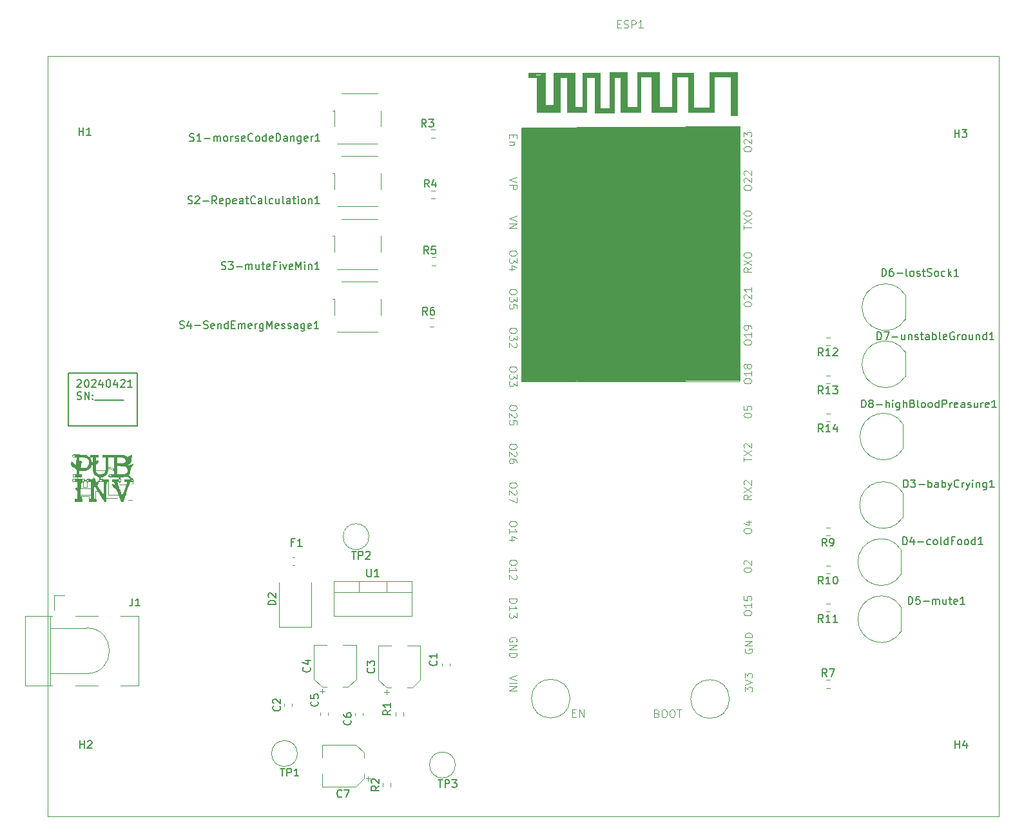
<source format=gbr>
%TF.GenerationSoftware,KiCad,Pcbnew,7.0.5*%
%TF.CreationDate,2024-05-19T08:19:49-04:00*%
%TF.ProjectId,homeWork2,686f6d65-576f-4726-9b32-2e6b69636164,V2*%
%TF.SameCoordinates,Original*%
%TF.FileFunction,Legend,Top*%
%TF.FilePolarity,Positive*%
%FSLAX46Y46*%
G04 Gerber Fmt 4.6, Leading zero omitted, Abs format (unit mm)*
G04 Created by KiCad (PCBNEW 7.0.5) date 2024-05-19 08:19:49*
%MOMM*%
%LPD*%
G01*
G04 APERTURE LIST*
%ADD10C,0.150000*%
%ADD11C,0.200000*%
%ADD12C,0.100000*%
%ADD13C,0.120000*%
%TA.AperFunction,Profile*%
%ADD14C,0.100000*%
%TD*%
G04 APERTURE END LIST*
D10*
X53864160Y-92610057D02*
X53911779Y-92562438D01*
X53911779Y-92562438D02*
X54007017Y-92514819D01*
X54007017Y-92514819D02*
X54245112Y-92514819D01*
X54245112Y-92514819D02*
X54340350Y-92562438D01*
X54340350Y-92562438D02*
X54387969Y-92610057D01*
X54387969Y-92610057D02*
X54435588Y-92705295D01*
X54435588Y-92705295D02*
X54435588Y-92800533D01*
X54435588Y-92800533D02*
X54387969Y-92943390D01*
X54387969Y-92943390D02*
X53816541Y-93514819D01*
X53816541Y-93514819D02*
X54435588Y-93514819D01*
X55054636Y-92514819D02*
X55149874Y-92514819D01*
X55149874Y-92514819D02*
X55245112Y-92562438D01*
X55245112Y-92562438D02*
X55292731Y-92610057D01*
X55292731Y-92610057D02*
X55340350Y-92705295D01*
X55340350Y-92705295D02*
X55387969Y-92895771D01*
X55387969Y-92895771D02*
X55387969Y-93133866D01*
X55387969Y-93133866D02*
X55340350Y-93324342D01*
X55340350Y-93324342D02*
X55292731Y-93419580D01*
X55292731Y-93419580D02*
X55245112Y-93467200D01*
X55245112Y-93467200D02*
X55149874Y-93514819D01*
X55149874Y-93514819D02*
X55054636Y-93514819D01*
X55054636Y-93514819D02*
X54959398Y-93467200D01*
X54959398Y-93467200D02*
X54911779Y-93419580D01*
X54911779Y-93419580D02*
X54864160Y-93324342D01*
X54864160Y-93324342D02*
X54816541Y-93133866D01*
X54816541Y-93133866D02*
X54816541Y-92895771D01*
X54816541Y-92895771D02*
X54864160Y-92705295D01*
X54864160Y-92705295D02*
X54911779Y-92610057D01*
X54911779Y-92610057D02*
X54959398Y-92562438D01*
X54959398Y-92562438D02*
X55054636Y-92514819D01*
X55768922Y-92610057D02*
X55816541Y-92562438D01*
X55816541Y-92562438D02*
X55911779Y-92514819D01*
X55911779Y-92514819D02*
X56149874Y-92514819D01*
X56149874Y-92514819D02*
X56245112Y-92562438D01*
X56245112Y-92562438D02*
X56292731Y-92610057D01*
X56292731Y-92610057D02*
X56340350Y-92705295D01*
X56340350Y-92705295D02*
X56340350Y-92800533D01*
X56340350Y-92800533D02*
X56292731Y-92943390D01*
X56292731Y-92943390D02*
X55721303Y-93514819D01*
X55721303Y-93514819D02*
X56340350Y-93514819D01*
X57197493Y-92848152D02*
X57197493Y-93514819D01*
X56959398Y-92467200D02*
X56721303Y-93181485D01*
X56721303Y-93181485D02*
X57340350Y-93181485D01*
X57911779Y-92514819D02*
X58007017Y-92514819D01*
X58007017Y-92514819D02*
X58102255Y-92562438D01*
X58102255Y-92562438D02*
X58149874Y-92610057D01*
X58149874Y-92610057D02*
X58197493Y-92705295D01*
X58197493Y-92705295D02*
X58245112Y-92895771D01*
X58245112Y-92895771D02*
X58245112Y-93133866D01*
X58245112Y-93133866D02*
X58197493Y-93324342D01*
X58197493Y-93324342D02*
X58149874Y-93419580D01*
X58149874Y-93419580D02*
X58102255Y-93467200D01*
X58102255Y-93467200D02*
X58007017Y-93514819D01*
X58007017Y-93514819D02*
X57911779Y-93514819D01*
X57911779Y-93514819D02*
X57816541Y-93467200D01*
X57816541Y-93467200D02*
X57768922Y-93419580D01*
X57768922Y-93419580D02*
X57721303Y-93324342D01*
X57721303Y-93324342D02*
X57673684Y-93133866D01*
X57673684Y-93133866D02*
X57673684Y-92895771D01*
X57673684Y-92895771D02*
X57721303Y-92705295D01*
X57721303Y-92705295D02*
X57768922Y-92610057D01*
X57768922Y-92610057D02*
X57816541Y-92562438D01*
X57816541Y-92562438D02*
X57911779Y-92514819D01*
X59102255Y-92848152D02*
X59102255Y-93514819D01*
X58864160Y-92467200D02*
X58626065Y-93181485D01*
X58626065Y-93181485D02*
X59245112Y-93181485D01*
X59578446Y-92610057D02*
X59626065Y-92562438D01*
X59626065Y-92562438D02*
X59721303Y-92514819D01*
X59721303Y-92514819D02*
X59959398Y-92514819D01*
X59959398Y-92514819D02*
X60054636Y-92562438D01*
X60054636Y-92562438D02*
X60102255Y-92610057D01*
X60102255Y-92610057D02*
X60149874Y-92705295D01*
X60149874Y-92705295D02*
X60149874Y-92800533D01*
X60149874Y-92800533D02*
X60102255Y-92943390D01*
X60102255Y-92943390D02*
X59530827Y-93514819D01*
X59530827Y-93514819D02*
X60149874Y-93514819D01*
X61102255Y-93514819D02*
X60530827Y-93514819D01*
X60816541Y-93514819D02*
X60816541Y-92514819D01*
X60816541Y-92514819D02*
X60721303Y-92657676D01*
X60721303Y-92657676D02*
X60626065Y-92752914D01*
X60626065Y-92752914D02*
X60530827Y-92800533D01*
X53864160Y-95077200D02*
X54007017Y-95124819D01*
X54007017Y-95124819D02*
X54245112Y-95124819D01*
X54245112Y-95124819D02*
X54340350Y-95077200D01*
X54340350Y-95077200D02*
X54387969Y-95029580D01*
X54387969Y-95029580D02*
X54435588Y-94934342D01*
X54435588Y-94934342D02*
X54435588Y-94839104D01*
X54435588Y-94839104D02*
X54387969Y-94743866D01*
X54387969Y-94743866D02*
X54340350Y-94696247D01*
X54340350Y-94696247D02*
X54245112Y-94648628D01*
X54245112Y-94648628D02*
X54054636Y-94601009D01*
X54054636Y-94601009D02*
X53959398Y-94553390D01*
X53959398Y-94553390D02*
X53911779Y-94505771D01*
X53911779Y-94505771D02*
X53864160Y-94410533D01*
X53864160Y-94410533D02*
X53864160Y-94315295D01*
X53864160Y-94315295D02*
X53911779Y-94220057D01*
X53911779Y-94220057D02*
X53959398Y-94172438D01*
X53959398Y-94172438D02*
X54054636Y-94124819D01*
X54054636Y-94124819D02*
X54292731Y-94124819D01*
X54292731Y-94124819D02*
X54435588Y-94172438D01*
X54864160Y-95124819D02*
X54864160Y-94124819D01*
X54864160Y-94124819D02*
X55435588Y-95124819D01*
X55435588Y-95124819D02*
X55435588Y-94124819D01*
X55911779Y-95029580D02*
X55959398Y-95077200D01*
X55959398Y-95077200D02*
X55911779Y-95124819D01*
X55911779Y-95124819D02*
X55864160Y-95077200D01*
X55864160Y-95077200D02*
X55911779Y-95029580D01*
X55911779Y-95029580D02*
X55911779Y-95124819D01*
X55911779Y-94505771D02*
X55959398Y-94553390D01*
X55959398Y-94553390D02*
X55911779Y-94601009D01*
X55911779Y-94601009D02*
X55864160Y-94553390D01*
X55864160Y-94553390D02*
X55911779Y-94505771D01*
X55911779Y-94505771D02*
X55911779Y-94601009D01*
X56149874Y-95220057D02*
X56911778Y-95220057D01*
X56911779Y-95220057D02*
X57673683Y-95220057D01*
X57673684Y-95220057D02*
X58435588Y-95220057D01*
X58435589Y-95220057D02*
X59197493Y-95220057D01*
X59197494Y-95220057D02*
X59959398Y-95220057D01*
D11*
X52725000Y-91625000D02*
X61725000Y-91625000D01*
X61725000Y-98625000D01*
X52725000Y-98625000D01*
X52725000Y-91625000D01*
D10*
%TO.C,R14*%
X151857142Y-99384819D02*
X151523809Y-98908628D01*
X151285714Y-99384819D02*
X151285714Y-98384819D01*
X151285714Y-98384819D02*
X151666666Y-98384819D01*
X151666666Y-98384819D02*
X151761904Y-98432438D01*
X151761904Y-98432438D02*
X151809523Y-98480057D01*
X151809523Y-98480057D02*
X151857142Y-98575295D01*
X151857142Y-98575295D02*
X151857142Y-98718152D01*
X151857142Y-98718152D02*
X151809523Y-98813390D01*
X151809523Y-98813390D02*
X151761904Y-98861009D01*
X151761904Y-98861009D02*
X151666666Y-98908628D01*
X151666666Y-98908628D02*
X151285714Y-98908628D01*
X152809523Y-99384819D02*
X152238095Y-99384819D01*
X152523809Y-99384819D02*
X152523809Y-98384819D01*
X152523809Y-98384819D02*
X152428571Y-98527676D01*
X152428571Y-98527676D02*
X152333333Y-98622914D01*
X152333333Y-98622914D02*
X152238095Y-98670533D01*
X153666666Y-98718152D02*
X153666666Y-99384819D01*
X153428571Y-98337200D02*
X153190476Y-99051485D01*
X153190476Y-99051485D02*
X153809523Y-99051485D01*
%TO.C,D6-lostSock1*%
X159599999Y-78929819D02*
X159599999Y-77929819D01*
X159599999Y-77929819D02*
X159838094Y-77929819D01*
X159838094Y-77929819D02*
X159980951Y-77977438D01*
X159980951Y-77977438D02*
X160076189Y-78072676D01*
X160076189Y-78072676D02*
X160123808Y-78167914D01*
X160123808Y-78167914D02*
X160171427Y-78358390D01*
X160171427Y-78358390D02*
X160171427Y-78501247D01*
X160171427Y-78501247D02*
X160123808Y-78691723D01*
X160123808Y-78691723D02*
X160076189Y-78786961D01*
X160076189Y-78786961D02*
X159980951Y-78882200D01*
X159980951Y-78882200D02*
X159838094Y-78929819D01*
X159838094Y-78929819D02*
X159599999Y-78929819D01*
X161028570Y-77929819D02*
X160838094Y-77929819D01*
X160838094Y-77929819D02*
X160742856Y-77977438D01*
X160742856Y-77977438D02*
X160695237Y-78025057D01*
X160695237Y-78025057D02*
X160599999Y-78167914D01*
X160599999Y-78167914D02*
X160552380Y-78358390D01*
X160552380Y-78358390D02*
X160552380Y-78739342D01*
X160552380Y-78739342D02*
X160599999Y-78834580D01*
X160599999Y-78834580D02*
X160647618Y-78882200D01*
X160647618Y-78882200D02*
X160742856Y-78929819D01*
X160742856Y-78929819D02*
X160933332Y-78929819D01*
X160933332Y-78929819D02*
X161028570Y-78882200D01*
X161028570Y-78882200D02*
X161076189Y-78834580D01*
X161076189Y-78834580D02*
X161123808Y-78739342D01*
X161123808Y-78739342D02*
X161123808Y-78501247D01*
X161123808Y-78501247D02*
X161076189Y-78406009D01*
X161076189Y-78406009D02*
X161028570Y-78358390D01*
X161028570Y-78358390D02*
X160933332Y-78310771D01*
X160933332Y-78310771D02*
X160742856Y-78310771D01*
X160742856Y-78310771D02*
X160647618Y-78358390D01*
X160647618Y-78358390D02*
X160599999Y-78406009D01*
X160599999Y-78406009D02*
X160552380Y-78501247D01*
X161552380Y-78548866D02*
X162314285Y-78548866D01*
X162933332Y-78929819D02*
X162838094Y-78882200D01*
X162838094Y-78882200D02*
X162790475Y-78786961D01*
X162790475Y-78786961D02*
X162790475Y-77929819D01*
X163457142Y-78929819D02*
X163361904Y-78882200D01*
X163361904Y-78882200D02*
X163314285Y-78834580D01*
X163314285Y-78834580D02*
X163266666Y-78739342D01*
X163266666Y-78739342D02*
X163266666Y-78453628D01*
X163266666Y-78453628D02*
X163314285Y-78358390D01*
X163314285Y-78358390D02*
X163361904Y-78310771D01*
X163361904Y-78310771D02*
X163457142Y-78263152D01*
X163457142Y-78263152D02*
X163599999Y-78263152D01*
X163599999Y-78263152D02*
X163695237Y-78310771D01*
X163695237Y-78310771D02*
X163742856Y-78358390D01*
X163742856Y-78358390D02*
X163790475Y-78453628D01*
X163790475Y-78453628D02*
X163790475Y-78739342D01*
X163790475Y-78739342D02*
X163742856Y-78834580D01*
X163742856Y-78834580D02*
X163695237Y-78882200D01*
X163695237Y-78882200D02*
X163599999Y-78929819D01*
X163599999Y-78929819D02*
X163457142Y-78929819D01*
X164171428Y-78882200D02*
X164266666Y-78929819D01*
X164266666Y-78929819D02*
X164457142Y-78929819D01*
X164457142Y-78929819D02*
X164552380Y-78882200D01*
X164552380Y-78882200D02*
X164599999Y-78786961D01*
X164599999Y-78786961D02*
X164599999Y-78739342D01*
X164599999Y-78739342D02*
X164552380Y-78644104D01*
X164552380Y-78644104D02*
X164457142Y-78596485D01*
X164457142Y-78596485D02*
X164314285Y-78596485D01*
X164314285Y-78596485D02*
X164219047Y-78548866D01*
X164219047Y-78548866D02*
X164171428Y-78453628D01*
X164171428Y-78453628D02*
X164171428Y-78406009D01*
X164171428Y-78406009D02*
X164219047Y-78310771D01*
X164219047Y-78310771D02*
X164314285Y-78263152D01*
X164314285Y-78263152D02*
X164457142Y-78263152D01*
X164457142Y-78263152D02*
X164552380Y-78310771D01*
X164885714Y-78263152D02*
X165266666Y-78263152D01*
X165028571Y-77929819D02*
X165028571Y-78786961D01*
X165028571Y-78786961D02*
X165076190Y-78882200D01*
X165076190Y-78882200D02*
X165171428Y-78929819D01*
X165171428Y-78929819D02*
X165266666Y-78929819D01*
X165552381Y-78882200D02*
X165695238Y-78929819D01*
X165695238Y-78929819D02*
X165933333Y-78929819D01*
X165933333Y-78929819D02*
X166028571Y-78882200D01*
X166028571Y-78882200D02*
X166076190Y-78834580D01*
X166076190Y-78834580D02*
X166123809Y-78739342D01*
X166123809Y-78739342D02*
X166123809Y-78644104D01*
X166123809Y-78644104D02*
X166076190Y-78548866D01*
X166076190Y-78548866D02*
X166028571Y-78501247D01*
X166028571Y-78501247D02*
X165933333Y-78453628D01*
X165933333Y-78453628D02*
X165742857Y-78406009D01*
X165742857Y-78406009D02*
X165647619Y-78358390D01*
X165647619Y-78358390D02*
X165600000Y-78310771D01*
X165600000Y-78310771D02*
X165552381Y-78215533D01*
X165552381Y-78215533D02*
X165552381Y-78120295D01*
X165552381Y-78120295D02*
X165600000Y-78025057D01*
X165600000Y-78025057D02*
X165647619Y-77977438D01*
X165647619Y-77977438D02*
X165742857Y-77929819D01*
X165742857Y-77929819D02*
X165980952Y-77929819D01*
X165980952Y-77929819D02*
X166123809Y-77977438D01*
X166695238Y-78929819D02*
X166600000Y-78882200D01*
X166600000Y-78882200D02*
X166552381Y-78834580D01*
X166552381Y-78834580D02*
X166504762Y-78739342D01*
X166504762Y-78739342D02*
X166504762Y-78453628D01*
X166504762Y-78453628D02*
X166552381Y-78358390D01*
X166552381Y-78358390D02*
X166600000Y-78310771D01*
X166600000Y-78310771D02*
X166695238Y-78263152D01*
X166695238Y-78263152D02*
X166838095Y-78263152D01*
X166838095Y-78263152D02*
X166933333Y-78310771D01*
X166933333Y-78310771D02*
X166980952Y-78358390D01*
X166980952Y-78358390D02*
X167028571Y-78453628D01*
X167028571Y-78453628D02*
X167028571Y-78739342D01*
X167028571Y-78739342D02*
X166980952Y-78834580D01*
X166980952Y-78834580D02*
X166933333Y-78882200D01*
X166933333Y-78882200D02*
X166838095Y-78929819D01*
X166838095Y-78929819D02*
X166695238Y-78929819D01*
X167885714Y-78882200D02*
X167790476Y-78929819D01*
X167790476Y-78929819D02*
X167600000Y-78929819D01*
X167600000Y-78929819D02*
X167504762Y-78882200D01*
X167504762Y-78882200D02*
X167457143Y-78834580D01*
X167457143Y-78834580D02*
X167409524Y-78739342D01*
X167409524Y-78739342D02*
X167409524Y-78453628D01*
X167409524Y-78453628D02*
X167457143Y-78358390D01*
X167457143Y-78358390D02*
X167504762Y-78310771D01*
X167504762Y-78310771D02*
X167600000Y-78263152D01*
X167600000Y-78263152D02*
X167790476Y-78263152D01*
X167790476Y-78263152D02*
X167885714Y-78310771D01*
X168314286Y-78929819D02*
X168314286Y-77929819D01*
X168409524Y-78548866D02*
X168695238Y-78929819D01*
X168695238Y-78263152D02*
X168314286Y-78644104D01*
X169647619Y-78929819D02*
X169076191Y-78929819D01*
X169361905Y-78929819D02*
X169361905Y-77929819D01*
X169361905Y-77929819D02*
X169266667Y-78072676D01*
X169266667Y-78072676D02*
X169171429Y-78167914D01*
X169171429Y-78167914D02*
X169076191Y-78215533D01*
%TO.C,S2-RepeatCalculation1*%
X68423642Y-69365200D02*
X68566499Y-69412819D01*
X68566499Y-69412819D02*
X68804594Y-69412819D01*
X68804594Y-69412819D02*
X68899832Y-69365200D01*
X68899832Y-69365200D02*
X68947451Y-69317580D01*
X68947451Y-69317580D02*
X68995070Y-69222342D01*
X68995070Y-69222342D02*
X68995070Y-69127104D01*
X68995070Y-69127104D02*
X68947451Y-69031866D01*
X68947451Y-69031866D02*
X68899832Y-68984247D01*
X68899832Y-68984247D02*
X68804594Y-68936628D01*
X68804594Y-68936628D02*
X68614118Y-68889009D01*
X68614118Y-68889009D02*
X68518880Y-68841390D01*
X68518880Y-68841390D02*
X68471261Y-68793771D01*
X68471261Y-68793771D02*
X68423642Y-68698533D01*
X68423642Y-68698533D02*
X68423642Y-68603295D01*
X68423642Y-68603295D02*
X68471261Y-68508057D01*
X68471261Y-68508057D02*
X68518880Y-68460438D01*
X68518880Y-68460438D02*
X68614118Y-68412819D01*
X68614118Y-68412819D02*
X68852213Y-68412819D01*
X68852213Y-68412819D02*
X68995070Y-68460438D01*
X69376023Y-68508057D02*
X69423642Y-68460438D01*
X69423642Y-68460438D02*
X69518880Y-68412819D01*
X69518880Y-68412819D02*
X69756975Y-68412819D01*
X69756975Y-68412819D02*
X69852213Y-68460438D01*
X69852213Y-68460438D02*
X69899832Y-68508057D01*
X69899832Y-68508057D02*
X69947451Y-68603295D01*
X69947451Y-68603295D02*
X69947451Y-68698533D01*
X69947451Y-68698533D02*
X69899832Y-68841390D01*
X69899832Y-68841390D02*
X69328404Y-69412819D01*
X69328404Y-69412819D02*
X69947451Y-69412819D01*
X70376023Y-69031866D02*
X71137928Y-69031866D01*
X72185546Y-69412819D02*
X71852213Y-68936628D01*
X71614118Y-69412819D02*
X71614118Y-68412819D01*
X71614118Y-68412819D02*
X71995070Y-68412819D01*
X71995070Y-68412819D02*
X72090308Y-68460438D01*
X72090308Y-68460438D02*
X72137927Y-68508057D01*
X72137927Y-68508057D02*
X72185546Y-68603295D01*
X72185546Y-68603295D02*
X72185546Y-68746152D01*
X72185546Y-68746152D02*
X72137927Y-68841390D01*
X72137927Y-68841390D02*
X72090308Y-68889009D01*
X72090308Y-68889009D02*
X71995070Y-68936628D01*
X71995070Y-68936628D02*
X71614118Y-68936628D01*
X72995070Y-69365200D02*
X72899832Y-69412819D01*
X72899832Y-69412819D02*
X72709356Y-69412819D01*
X72709356Y-69412819D02*
X72614118Y-69365200D01*
X72614118Y-69365200D02*
X72566499Y-69269961D01*
X72566499Y-69269961D02*
X72566499Y-68889009D01*
X72566499Y-68889009D02*
X72614118Y-68793771D01*
X72614118Y-68793771D02*
X72709356Y-68746152D01*
X72709356Y-68746152D02*
X72899832Y-68746152D01*
X72899832Y-68746152D02*
X72995070Y-68793771D01*
X72995070Y-68793771D02*
X73042689Y-68889009D01*
X73042689Y-68889009D02*
X73042689Y-68984247D01*
X73042689Y-68984247D02*
X72566499Y-69079485D01*
X73471261Y-68746152D02*
X73471261Y-69746152D01*
X73471261Y-68793771D02*
X73566499Y-68746152D01*
X73566499Y-68746152D02*
X73756975Y-68746152D01*
X73756975Y-68746152D02*
X73852213Y-68793771D01*
X73852213Y-68793771D02*
X73899832Y-68841390D01*
X73899832Y-68841390D02*
X73947451Y-68936628D01*
X73947451Y-68936628D02*
X73947451Y-69222342D01*
X73947451Y-69222342D02*
X73899832Y-69317580D01*
X73899832Y-69317580D02*
X73852213Y-69365200D01*
X73852213Y-69365200D02*
X73756975Y-69412819D01*
X73756975Y-69412819D02*
X73566499Y-69412819D01*
X73566499Y-69412819D02*
X73471261Y-69365200D01*
X74756975Y-69365200D02*
X74661737Y-69412819D01*
X74661737Y-69412819D02*
X74471261Y-69412819D01*
X74471261Y-69412819D02*
X74376023Y-69365200D01*
X74376023Y-69365200D02*
X74328404Y-69269961D01*
X74328404Y-69269961D02*
X74328404Y-68889009D01*
X74328404Y-68889009D02*
X74376023Y-68793771D01*
X74376023Y-68793771D02*
X74471261Y-68746152D01*
X74471261Y-68746152D02*
X74661737Y-68746152D01*
X74661737Y-68746152D02*
X74756975Y-68793771D01*
X74756975Y-68793771D02*
X74804594Y-68889009D01*
X74804594Y-68889009D02*
X74804594Y-68984247D01*
X74804594Y-68984247D02*
X74328404Y-69079485D01*
X75661737Y-69412819D02*
X75661737Y-68889009D01*
X75661737Y-68889009D02*
X75614118Y-68793771D01*
X75614118Y-68793771D02*
X75518880Y-68746152D01*
X75518880Y-68746152D02*
X75328404Y-68746152D01*
X75328404Y-68746152D02*
X75233166Y-68793771D01*
X75661737Y-69365200D02*
X75566499Y-69412819D01*
X75566499Y-69412819D02*
X75328404Y-69412819D01*
X75328404Y-69412819D02*
X75233166Y-69365200D01*
X75233166Y-69365200D02*
X75185547Y-69269961D01*
X75185547Y-69269961D02*
X75185547Y-69174723D01*
X75185547Y-69174723D02*
X75233166Y-69079485D01*
X75233166Y-69079485D02*
X75328404Y-69031866D01*
X75328404Y-69031866D02*
X75566499Y-69031866D01*
X75566499Y-69031866D02*
X75661737Y-68984247D01*
X75995071Y-68746152D02*
X76376023Y-68746152D01*
X76137928Y-68412819D02*
X76137928Y-69269961D01*
X76137928Y-69269961D02*
X76185547Y-69365200D01*
X76185547Y-69365200D02*
X76280785Y-69412819D01*
X76280785Y-69412819D02*
X76376023Y-69412819D01*
X77280785Y-69317580D02*
X77233166Y-69365200D01*
X77233166Y-69365200D02*
X77090309Y-69412819D01*
X77090309Y-69412819D02*
X76995071Y-69412819D01*
X76995071Y-69412819D02*
X76852214Y-69365200D01*
X76852214Y-69365200D02*
X76756976Y-69269961D01*
X76756976Y-69269961D02*
X76709357Y-69174723D01*
X76709357Y-69174723D02*
X76661738Y-68984247D01*
X76661738Y-68984247D02*
X76661738Y-68841390D01*
X76661738Y-68841390D02*
X76709357Y-68650914D01*
X76709357Y-68650914D02*
X76756976Y-68555676D01*
X76756976Y-68555676D02*
X76852214Y-68460438D01*
X76852214Y-68460438D02*
X76995071Y-68412819D01*
X76995071Y-68412819D02*
X77090309Y-68412819D01*
X77090309Y-68412819D02*
X77233166Y-68460438D01*
X77233166Y-68460438D02*
X77280785Y-68508057D01*
X78137928Y-69412819D02*
X78137928Y-68889009D01*
X78137928Y-68889009D02*
X78090309Y-68793771D01*
X78090309Y-68793771D02*
X77995071Y-68746152D01*
X77995071Y-68746152D02*
X77804595Y-68746152D01*
X77804595Y-68746152D02*
X77709357Y-68793771D01*
X78137928Y-69365200D02*
X78042690Y-69412819D01*
X78042690Y-69412819D02*
X77804595Y-69412819D01*
X77804595Y-69412819D02*
X77709357Y-69365200D01*
X77709357Y-69365200D02*
X77661738Y-69269961D01*
X77661738Y-69269961D02*
X77661738Y-69174723D01*
X77661738Y-69174723D02*
X77709357Y-69079485D01*
X77709357Y-69079485D02*
X77804595Y-69031866D01*
X77804595Y-69031866D02*
X78042690Y-69031866D01*
X78042690Y-69031866D02*
X78137928Y-68984247D01*
X78756976Y-69412819D02*
X78661738Y-69365200D01*
X78661738Y-69365200D02*
X78614119Y-69269961D01*
X78614119Y-69269961D02*
X78614119Y-68412819D01*
X79566500Y-69365200D02*
X79471262Y-69412819D01*
X79471262Y-69412819D02*
X79280786Y-69412819D01*
X79280786Y-69412819D02*
X79185548Y-69365200D01*
X79185548Y-69365200D02*
X79137929Y-69317580D01*
X79137929Y-69317580D02*
X79090310Y-69222342D01*
X79090310Y-69222342D02*
X79090310Y-68936628D01*
X79090310Y-68936628D02*
X79137929Y-68841390D01*
X79137929Y-68841390D02*
X79185548Y-68793771D01*
X79185548Y-68793771D02*
X79280786Y-68746152D01*
X79280786Y-68746152D02*
X79471262Y-68746152D01*
X79471262Y-68746152D02*
X79566500Y-68793771D01*
X80423643Y-68746152D02*
X80423643Y-69412819D01*
X79995072Y-68746152D02*
X79995072Y-69269961D01*
X79995072Y-69269961D02*
X80042691Y-69365200D01*
X80042691Y-69365200D02*
X80137929Y-69412819D01*
X80137929Y-69412819D02*
X80280786Y-69412819D01*
X80280786Y-69412819D02*
X80376024Y-69365200D01*
X80376024Y-69365200D02*
X80423643Y-69317580D01*
X81042691Y-69412819D02*
X80947453Y-69365200D01*
X80947453Y-69365200D02*
X80899834Y-69269961D01*
X80899834Y-69269961D02*
X80899834Y-68412819D01*
X81852215Y-69412819D02*
X81852215Y-68889009D01*
X81852215Y-68889009D02*
X81804596Y-68793771D01*
X81804596Y-68793771D02*
X81709358Y-68746152D01*
X81709358Y-68746152D02*
X81518882Y-68746152D01*
X81518882Y-68746152D02*
X81423644Y-68793771D01*
X81852215Y-69365200D02*
X81756977Y-69412819D01*
X81756977Y-69412819D02*
X81518882Y-69412819D01*
X81518882Y-69412819D02*
X81423644Y-69365200D01*
X81423644Y-69365200D02*
X81376025Y-69269961D01*
X81376025Y-69269961D02*
X81376025Y-69174723D01*
X81376025Y-69174723D02*
X81423644Y-69079485D01*
X81423644Y-69079485D02*
X81518882Y-69031866D01*
X81518882Y-69031866D02*
X81756977Y-69031866D01*
X81756977Y-69031866D02*
X81852215Y-68984247D01*
X82185549Y-68746152D02*
X82566501Y-68746152D01*
X82328406Y-68412819D02*
X82328406Y-69269961D01*
X82328406Y-69269961D02*
X82376025Y-69365200D01*
X82376025Y-69365200D02*
X82471263Y-69412819D01*
X82471263Y-69412819D02*
X82566501Y-69412819D01*
X82899835Y-69412819D02*
X82899835Y-68746152D01*
X82899835Y-68412819D02*
X82852216Y-68460438D01*
X82852216Y-68460438D02*
X82899835Y-68508057D01*
X82899835Y-68508057D02*
X82947454Y-68460438D01*
X82947454Y-68460438D02*
X82899835Y-68412819D01*
X82899835Y-68412819D02*
X82899835Y-68508057D01*
X83518882Y-69412819D02*
X83423644Y-69365200D01*
X83423644Y-69365200D02*
X83376025Y-69317580D01*
X83376025Y-69317580D02*
X83328406Y-69222342D01*
X83328406Y-69222342D02*
X83328406Y-68936628D01*
X83328406Y-68936628D02*
X83376025Y-68841390D01*
X83376025Y-68841390D02*
X83423644Y-68793771D01*
X83423644Y-68793771D02*
X83518882Y-68746152D01*
X83518882Y-68746152D02*
X83661739Y-68746152D01*
X83661739Y-68746152D02*
X83756977Y-68793771D01*
X83756977Y-68793771D02*
X83804596Y-68841390D01*
X83804596Y-68841390D02*
X83852215Y-68936628D01*
X83852215Y-68936628D02*
X83852215Y-69222342D01*
X83852215Y-69222342D02*
X83804596Y-69317580D01*
X83804596Y-69317580D02*
X83756977Y-69365200D01*
X83756977Y-69365200D02*
X83661739Y-69412819D01*
X83661739Y-69412819D02*
X83518882Y-69412819D01*
X84280787Y-68746152D02*
X84280787Y-69412819D01*
X84280787Y-68841390D02*
X84328406Y-68793771D01*
X84328406Y-68793771D02*
X84423644Y-68746152D01*
X84423644Y-68746152D02*
X84566501Y-68746152D01*
X84566501Y-68746152D02*
X84661739Y-68793771D01*
X84661739Y-68793771D02*
X84709358Y-68889009D01*
X84709358Y-68889009D02*
X84709358Y-69412819D01*
X85709358Y-69412819D02*
X85137930Y-69412819D01*
X85423644Y-69412819D02*
X85423644Y-68412819D01*
X85423644Y-68412819D02*
X85328406Y-68555676D01*
X85328406Y-68555676D02*
X85233168Y-68650914D01*
X85233168Y-68650914D02*
X85137930Y-68698533D01*
%TO.C,H1*%
X54102095Y-60398819D02*
X54102095Y-59398819D01*
X54102095Y-59875009D02*
X54673523Y-59875009D01*
X54673523Y-60398819D02*
X54673523Y-59398819D01*
X55673523Y-60398819D02*
X55102095Y-60398819D01*
X55387809Y-60398819D02*
X55387809Y-59398819D01*
X55387809Y-59398819D02*
X55292571Y-59541676D01*
X55292571Y-59541676D02*
X55197333Y-59636914D01*
X55197333Y-59636914D02*
X55102095Y-59684533D01*
D12*
%TO.C,ESP1*%
X124829233Y-45778609D02*
X125162566Y-45778609D01*
X125305423Y-46302419D02*
X124829233Y-46302419D01*
X124829233Y-46302419D02*
X124829233Y-45302419D01*
X124829233Y-45302419D02*
X125305423Y-45302419D01*
X125686376Y-46254800D02*
X125829233Y-46302419D01*
X125829233Y-46302419D02*
X126067328Y-46302419D01*
X126067328Y-46302419D02*
X126162566Y-46254800D01*
X126162566Y-46254800D02*
X126210185Y-46207180D01*
X126210185Y-46207180D02*
X126257804Y-46111942D01*
X126257804Y-46111942D02*
X126257804Y-46016704D01*
X126257804Y-46016704D02*
X126210185Y-45921466D01*
X126210185Y-45921466D02*
X126162566Y-45873847D01*
X126162566Y-45873847D02*
X126067328Y-45826228D01*
X126067328Y-45826228D02*
X125876852Y-45778609D01*
X125876852Y-45778609D02*
X125781614Y-45730990D01*
X125781614Y-45730990D02*
X125733995Y-45683371D01*
X125733995Y-45683371D02*
X125686376Y-45588133D01*
X125686376Y-45588133D02*
X125686376Y-45492895D01*
X125686376Y-45492895D02*
X125733995Y-45397657D01*
X125733995Y-45397657D02*
X125781614Y-45350038D01*
X125781614Y-45350038D02*
X125876852Y-45302419D01*
X125876852Y-45302419D02*
X126114947Y-45302419D01*
X126114947Y-45302419D02*
X126257804Y-45350038D01*
X126686376Y-46302419D02*
X126686376Y-45302419D01*
X126686376Y-45302419D02*
X127067328Y-45302419D01*
X127067328Y-45302419D02*
X127162566Y-45350038D01*
X127162566Y-45350038D02*
X127210185Y-45397657D01*
X127210185Y-45397657D02*
X127257804Y-45492895D01*
X127257804Y-45492895D02*
X127257804Y-45635752D01*
X127257804Y-45635752D02*
X127210185Y-45730990D01*
X127210185Y-45730990D02*
X127162566Y-45778609D01*
X127162566Y-45778609D02*
X127067328Y-45826228D01*
X127067328Y-45826228D02*
X126686376Y-45826228D01*
X128210185Y-46302419D02*
X127638757Y-46302419D01*
X127924471Y-46302419D02*
X127924471Y-45302419D01*
X127924471Y-45302419D02*
X127829233Y-45445276D01*
X127829233Y-45445276D02*
X127733995Y-45540514D01*
X127733995Y-45540514D02*
X127638757Y-45588133D01*
X110621480Y-121324884D02*
X111621480Y-121324884D01*
X111621480Y-121324884D02*
X111621480Y-121562979D01*
X111621480Y-121562979D02*
X111573861Y-121705836D01*
X111573861Y-121705836D02*
X111478623Y-121801074D01*
X111478623Y-121801074D02*
X111383385Y-121848693D01*
X111383385Y-121848693D02*
X111192909Y-121896312D01*
X111192909Y-121896312D02*
X111050052Y-121896312D01*
X111050052Y-121896312D02*
X110859576Y-121848693D01*
X110859576Y-121848693D02*
X110764338Y-121801074D01*
X110764338Y-121801074D02*
X110669100Y-121705836D01*
X110669100Y-121705836D02*
X110621480Y-121562979D01*
X110621480Y-121562979D02*
X110621480Y-121324884D01*
X110621480Y-122848693D02*
X110621480Y-122277265D01*
X110621480Y-122562979D02*
X111621480Y-122562979D01*
X111621480Y-122562979D02*
X111478623Y-122467741D01*
X111478623Y-122467741D02*
X111383385Y-122372503D01*
X111383385Y-122372503D02*
X111335766Y-122277265D01*
X111621480Y-123182027D02*
X111621480Y-123801074D01*
X111621480Y-123801074D02*
X111240528Y-123467741D01*
X111240528Y-123467741D02*
X111240528Y-123610598D01*
X111240528Y-123610598D02*
X111192909Y-123705836D01*
X111192909Y-123705836D02*
X111145290Y-123753455D01*
X111145290Y-123753455D02*
X111050052Y-123801074D01*
X111050052Y-123801074D02*
X110811957Y-123801074D01*
X110811957Y-123801074D02*
X110716719Y-123753455D01*
X110716719Y-123753455D02*
X110669100Y-123705836D01*
X110669100Y-123705836D02*
X110621480Y-123610598D01*
X110621480Y-123610598D02*
X110621480Y-123324884D01*
X110621480Y-123324884D02*
X110669100Y-123229646D01*
X110669100Y-123229646D02*
X110716719Y-123182027D01*
X111145290Y-60364884D02*
X111145290Y-60698217D01*
X110621480Y-60841074D02*
X110621480Y-60364884D01*
X110621480Y-60364884D02*
X111621480Y-60364884D01*
X111621480Y-60364884D02*
X111621480Y-60841074D01*
X111288147Y-61269646D02*
X110621480Y-61269646D01*
X111192909Y-61269646D02*
X111240528Y-61317265D01*
X111240528Y-61317265D02*
X111288147Y-61412503D01*
X111288147Y-61412503D02*
X111288147Y-61555360D01*
X111288147Y-61555360D02*
X111240528Y-61650598D01*
X111240528Y-61650598D02*
X111145290Y-61698217D01*
X111145290Y-61698217D02*
X110621480Y-61698217D01*
X111621480Y-106275360D02*
X111621480Y-106465836D01*
X111621480Y-106465836D02*
X111573861Y-106561074D01*
X111573861Y-106561074D02*
X111478623Y-106656312D01*
X111478623Y-106656312D02*
X111288147Y-106703931D01*
X111288147Y-106703931D02*
X110954814Y-106703931D01*
X110954814Y-106703931D02*
X110764338Y-106656312D01*
X110764338Y-106656312D02*
X110669100Y-106561074D01*
X110669100Y-106561074D02*
X110621480Y-106465836D01*
X110621480Y-106465836D02*
X110621480Y-106275360D01*
X110621480Y-106275360D02*
X110669100Y-106180122D01*
X110669100Y-106180122D02*
X110764338Y-106084884D01*
X110764338Y-106084884D02*
X110954814Y-106037265D01*
X110954814Y-106037265D02*
X111288147Y-106037265D01*
X111288147Y-106037265D02*
X111478623Y-106084884D01*
X111478623Y-106084884D02*
X111573861Y-106180122D01*
X111573861Y-106180122D02*
X111621480Y-106275360D01*
X111526242Y-107084884D02*
X111573861Y-107132503D01*
X111573861Y-107132503D02*
X111621480Y-107227741D01*
X111621480Y-107227741D02*
X111621480Y-107465836D01*
X111621480Y-107465836D02*
X111573861Y-107561074D01*
X111573861Y-107561074D02*
X111526242Y-107608693D01*
X111526242Y-107608693D02*
X111431004Y-107656312D01*
X111431004Y-107656312D02*
X111335766Y-107656312D01*
X111335766Y-107656312D02*
X111192909Y-107608693D01*
X111192909Y-107608693D02*
X110621480Y-107037265D01*
X110621480Y-107037265D02*
X110621480Y-107656312D01*
X111621480Y-107989646D02*
X111621480Y-108656312D01*
X111621480Y-108656312D02*
X110621480Y-108227741D01*
X111621480Y-116435360D02*
X111621480Y-116625836D01*
X111621480Y-116625836D02*
X111573861Y-116721074D01*
X111573861Y-116721074D02*
X111478623Y-116816312D01*
X111478623Y-116816312D02*
X111288147Y-116863931D01*
X111288147Y-116863931D02*
X110954814Y-116863931D01*
X110954814Y-116863931D02*
X110764338Y-116816312D01*
X110764338Y-116816312D02*
X110669100Y-116721074D01*
X110669100Y-116721074D02*
X110621480Y-116625836D01*
X110621480Y-116625836D02*
X110621480Y-116435360D01*
X110621480Y-116435360D02*
X110669100Y-116340122D01*
X110669100Y-116340122D02*
X110764338Y-116244884D01*
X110764338Y-116244884D02*
X110954814Y-116197265D01*
X110954814Y-116197265D02*
X111288147Y-116197265D01*
X111288147Y-116197265D02*
X111478623Y-116244884D01*
X111478623Y-116244884D02*
X111573861Y-116340122D01*
X111573861Y-116340122D02*
X111621480Y-116435360D01*
X110621480Y-117816312D02*
X110621480Y-117244884D01*
X110621480Y-117530598D02*
X111621480Y-117530598D01*
X111621480Y-117530598D02*
X111478623Y-117435360D01*
X111478623Y-117435360D02*
X111383385Y-117340122D01*
X111383385Y-117340122D02*
X111335766Y-117244884D01*
X111526242Y-118197265D02*
X111573861Y-118244884D01*
X111573861Y-118244884D02*
X111621480Y-118340122D01*
X111621480Y-118340122D02*
X111621480Y-118578217D01*
X111621480Y-118578217D02*
X111573861Y-118673455D01*
X111573861Y-118673455D02*
X111526242Y-118721074D01*
X111526242Y-118721074D02*
X111431004Y-118768693D01*
X111431004Y-118768693D02*
X111335766Y-118768693D01*
X111335766Y-118768693D02*
X111192909Y-118721074D01*
X111192909Y-118721074D02*
X110621480Y-118149646D01*
X110621480Y-118149646D02*
X110621480Y-118768693D01*
X111621480Y-111355360D02*
X111621480Y-111545836D01*
X111621480Y-111545836D02*
X111573861Y-111641074D01*
X111573861Y-111641074D02*
X111478623Y-111736312D01*
X111478623Y-111736312D02*
X111288147Y-111783931D01*
X111288147Y-111783931D02*
X110954814Y-111783931D01*
X110954814Y-111783931D02*
X110764338Y-111736312D01*
X110764338Y-111736312D02*
X110669100Y-111641074D01*
X110669100Y-111641074D02*
X110621480Y-111545836D01*
X110621480Y-111545836D02*
X110621480Y-111355360D01*
X110621480Y-111355360D02*
X110669100Y-111260122D01*
X110669100Y-111260122D02*
X110764338Y-111164884D01*
X110764338Y-111164884D02*
X110954814Y-111117265D01*
X110954814Y-111117265D02*
X111288147Y-111117265D01*
X111288147Y-111117265D02*
X111478623Y-111164884D01*
X111478623Y-111164884D02*
X111573861Y-111260122D01*
X111573861Y-111260122D02*
X111621480Y-111355360D01*
X110621480Y-112736312D02*
X110621480Y-112164884D01*
X110621480Y-112450598D02*
X111621480Y-112450598D01*
X111621480Y-112450598D02*
X111478623Y-112355360D01*
X111478623Y-112355360D02*
X111383385Y-112260122D01*
X111383385Y-112260122D02*
X111335766Y-112164884D01*
X111288147Y-113593455D02*
X110621480Y-113593455D01*
X111669100Y-113355360D02*
X110954814Y-113117265D01*
X110954814Y-113117265D02*
X110954814Y-113736312D01*
X118925784Y-136320809D02*
X119259117Y-136320809D01*
X119401974Y-136844619D02*
X118925784Y-136844619D01*
X118925784Y-136844619D02*
X118925784Y-135844619D01*
X118925784Y-135844619D02*
X119401974Y-135844619D01*
X119830546Y-136844619D02*
X119830546Y-135844619D01*
X119830546Y-135844619D02*
X120401974Y-136844619D01*
X120401974Y-136844619D02*
X120401974Y-135844619D01*
X111621480Y-101195360D02*
X111621480Y-101385836D01*
X111621480Y-101385836D02*
X111573861Y-101481074D01*
X111573861Y-101481074D02*
X111478623Y-101576312D01*
X111478623Y-101576312D02*
X111288147Y-101623931D01*
X111288147Y-101623931D02*
X110954814Y-101623931D01*
X110954814Y-101623931D02*
X110764338Y-101576312D01*
X110764338Y-101576312D02*
X110669100Y-101481074D01*
X110669100Y-101481074D02*
X110621480Y-101385836D01*
X110621480Y-101385836D02*
X110621480Y-101195360D01*
X110621480Y-101195360D02*
X110669100Y-101100122D01*
X110669100Y-101100122D02*
X110764338Y-101004884D01*
X110764338Y-101004884D02*
X110954814Y-100957265D01*
X110954814Y-100957265D02*
X111288147Y-100957265D01*
X111288147Y-100957265D02*
X111478623Y-101004884D01*
X111478623Y-101004884D02*
X111573861Y-101100122D01*
X111573861Y-101100122D02*
X111621480Y-101195360D01*
X111526242Y-102004884D02*
X111573861Y-102052503D01*
X111573861Y-102052503D02*
X111621480Y-102147741D01*
X111621480Y-102147741D02*
X111621480Y-102385836D01*
X111621480Y-102385836D02*
X111573861Y-102481074D01*
X111573861Y-102481074D02*
X111526242Y-102528693D01*
X111526242Y-102528693D02*
X111431004Y-102576312D01*
X111431004Y-102576312D02*
X111335766Y-102576312D01*
X111335766Y-102576312D02*
X111192909Y-102528693D01*
X111192909Y-102528693D02*
X110621480Y-101957265D01*
X110621480Y-101957265D02*
X110621480Y-102576312D01*
X111621480Y-103433455D02*
X111621480Y-103242979D01*
X111621480Y-103242979D02*
X111573861Y-103147741D01*
X111573861Y-103147741D02*
X111526242Y-103100122D01*
X111526242Y-103100122D02*
X111383385Y-103004884D01*
X111383385Y-103004884D02*
X111192909Y-102957265D01*
X111192909Y-102957265D02*
X110811957Y-102957265D01*
X110811957Y-102957265D02*
X110716719Y-103004884D01*
X110716719Y-103004884D02*
X110669100Y-103052503D01*
X110669100Y-103052503D02*
X110621480Y-103147741D01*
X110621480Y-103147741D02*
X110621480Y-103338217D01*
X110621480Y-103338217D02*
X110669100Y-103433455D01*
X110669100Y-103433455D02*
X110716719Y-103481074D01*
X110716719Y-103481074D02*
X110811957Y-103528693D01*
X110811957Y-103528693D02*
X111050052Y-103528693D01*
X111050052Y-103528693D02*
X111145290Y-103481074D01*
X111145290Y-103481074D02*
X111192909Y-103433455D01*
X111192909Y-103433455D02*
X111240528Y-103338217D01*
X111240528Y-103338217D02*
X111240528Y-103147741D01*
X111240528Y-103147741D02*
X111192909Y-103052503D01*
X111192909Y-103052503D02*
X111145290Y-103004884D01*
X111145290Y-103004884D02*
X111050052Y-102957265D01*
X141446519Y-112474839D02*
X141446519Y-112284363D01*
X141446519Y-112284363D02*
X141494138Y-112189125D01*
X141494138Y-112189125D02*
X141589376Y-112093887D01*
X141589376Y-112093887D02*
X141779852Y-112046268D01*
X141779852Y-112046268D02*
X142113185Y-112046268D01*
X142113185Y-112046268D02*
X142303661Y-112093887D01*
X142303661Y-112093887D02*
X142398900Y-112189125D01*
X142398900Y-112189125D02*
X142446519Y-112284363D01*
X142446519Y-112284363D02*
X142446519Y-112474839D01*
X142446519Y-112474839D02*
X142398900Y-112570077D01*
X142398900Y-112570077D02*
X142303661Y-112665315D01*
X142303661Y-112665315D02*
X142113185Y-112712934D01*
X142113185Y-112712934D02*
X141779852Y-112712934D01*
X141779852Y-112712934D02*
X141589376Y-112665315D01*
X141589376Y-112665315D02*
X141494138Y-112570077D01*
X141494138Y-112570077D02*
X141446519Y-112474839D01*
X141779852Y-111189125D02*
X142446519Y-111189125D01*
X141398900Y-111427220D02*
X142113185Y-111665315D01*
X142113185Y-111665315D02*
X142113185Y-111046268D01*
X111621480Y-85955360D02*
X111621480Y-86145836D01*
X111621480Y-86145836D02*
X111573861Y-86241074D01*
X111573861Y-86241074D02*
X111478623Y-86336312D01*
X111478623Y-86336312D02*
X111288147Y-86383931D01*
X111288147Y-86383931D02*
X110954814Y-86383931D01*
X110954814Y-86383931D02*
X110764338Y-86336312D01*
X110764338Y-86336312D02*
X110669100Y-86241074D01*
X110669100Y-86241074D02*
X110621480Y-86145836D01*
X110621480Y-86145836D02*
X110621480Y-85955360D01*
X110621480Y-85955360D02*
X110669100Y-85860122D01*
X110669100Y-85860122D02*
X110764338Y-85764884D01*
X110764338Y-85764884D02*
X110954814Y-85717265D01*
X110954814Y-85717265D02*
X111288147Y-85717265D01*
X111288147Y-85717265D02*
X111478623Y-85764884D01*
X111478623Y-85764884D02*
X111573861Y-85860122D01*
X111573861Y-85860122D02*
X111621480Y-85955360D01*
X111621480Y-86717265D02*
X111621480Y-87336312D01*
X111621480Y-87336312D02*
X111240528Y-87002979D01*
X111240528Y-87002979D02*
X111240528Y-87145836D01*
X111240528Y-87145836D02*
X111192909Y-87241074D01*
X111192909Y-87241074D02*
X111145290Y-87288693D01*
X111145290Y-87288693D02*
X111050052Y-87336312D01*
X111050052Y-87336312D02*
X110811957Y-87336312D01*
X110811957Y-87336312D02*
X110716719Y-87288693D01*
X110716719Y-87288693D02*
X110669100Y-87241074D01*
X110669100Y-87241074D02*
X110621480Y-87145836D01*
X110621480Y-87145836D02*
X110621480Y-86860122D01*
X110621480Y-86860122D02*
X110669100Y-86764884D01*
X110669100Y-86764884D02*
X110716719Y-86717265D01*
X111526242Y-87717265D02*
X111573861Y-87764884D01*
X111573861Y-87764884D02*
X111621480Y-87860122D01*
X111621480Y-87860122D02*
X111621480Y-88098217D01*
X111621480Y-88098217D02*
X111573861Y-88193455D01*
X111573861Y-88193455D02*
X111526242Y-88241074D01*
X111526242Y-88241074D02*
X111431004Y-88288693D01*
X111431004Y-88288693D02*
X111335766Y-88288693D01*
X111335766Y-88288693D02*
X111192909Y-88241074D01*
X111192909Y-88241074D02*
X110621480Y-87669646D01*
X110621480Y-87669646D02*
X110621480Y-88288693D01*
X111621480Y-75795360D02*
X111621480Y-75985836D01*
X111621480Y-75985836D02*
X111573861Y-76081074D01*
X111573861Y-76081074D02*
X111478623Y-76176312D01*
X111478623Y-76176312D02*
X111288147Y-76223931D01*
X111288147Y-76223931D02*
X110954814Y-76223931D01*
X110954814Y-76223931D02*
X110764338Y-76176312D01*
X110764338Y-76176312D02*
X110669100Y-76081074D01*
X110669100Y-76081074D02*
X110621480Y-75985836D01*
X110621480Y-75985836D02*
X110621480Y-75795360D01*
X110621480Y-75795360D02*
X110669100Y-75700122D01*
X110669100Y-75700122D02*
X110764338Y-75604884D01*
X110764338Y-75604884D02*
X110954814Y-75557265D01*
X110954814Y-75557265D02*
X111288147Y-75557265D01*
X111288147Y-75557265D02*
X111478623Y-75604884D01*
X111478623Y-75604884D02*
X111573861Y-75700122D01*
X111573861Y-75700122D02*
X111621480Y-75795360D01*
X111621480Y-76557265D02*
X111621480Y-77176312D01*
X111621480Y-77176312D02*
X111240528Y-76842979D01*
X111240528Y-76842979D02*
X111240528Y-76985836D01*
X111240528Y-76985836D02*
X111192909Y-77081074D01*
X111192909Y-77081074D02*
X111145290Y-77128693D01*
X111145290Y-77128693D02*
X111050052Y-77176312D01*
X111050052Y-77176312D02*
X110811957Y-77176312D01*
X110811957Y-77176312D02*
X110716719Y-77128693D01*
X110716719Y-77128693D02*
X110669100Y-77081074D01*
X110669100Y-77081074D02*
X110621480Y-76985836D01*
X110621480Y-76985836D02*
X110621480Y-76700122D01*
X110621480Y-76700122D02*
X110669100Y-76604884D01*
X110669100Y-76604884D02*
X110716719Y-76557265D01*
X111288147Y-78033455D02*
X110621480Y-78033455D01*
X111669100Y-77795360D02*
X110954814Y-77557265D01*
X110954814Y-77557265D02*
X110954814Y-78176312D01*
X142446519Y-107648887D02*
X141970328Y-107982220D01*
X142446519Y-108220315D02*
X141446519Y-108220315D01*
X141446519Y-108220315D02*
X141446519Y-107839363D01*
X141446519Y-107839363D02*
X141494138Y-107744125D01*
X141494138Y-107744125D02*
X141541757Y-107696506D01*
X141541757Y-107696506D02*
X141636995Y-107648887D01*
X141636995Y-107648887D02*
X141779852Y-107648887D01*
X141779852Y-107648887D02*
X141875090Y-107696506D01*
X141875090Y-107696506D02*
X141922709Y-107744125D01*
X141922709Y-107744125D02*
X141970328Y-107839363D01*
X141970328Y-107839363D02*
X141970328Y-108220315D01*
X141446519Y-107315553D02*
X142446519Y-106648887D01*
X141446519Y-106648887D02*
X142446519Y-107315553D01*
X141541757Y-106315553D02*
X141494138Y-106267934D01*
X141494138Y-106267934D02*
X141446519Y-106172696D01*
X141446519Y-106172696D02*
X141446519Y-105934601D01*
X141446519Y-105934601D02*
X141494138Y-105839363D01*
X141494138Y-105839363D02*
X141541757Y-105791744D01*
X141541757Y-105791744D02*
X141636995Y-105744125D01*
X141636995Y-105744125D02*
X141732233Y-105744125D01*
X141732233Y-105744125D02*
X141875090Y-105791744D01*
X141875090Y-105791744D02*
X142446519Y-106363172D01*
X142446519Y-106363172D02*
X142446519Y-105744125D01*
X141446519Y-62309839D02*
X141446519Y-62119363D01*
X141446519Y-62119363D02*
X141494138Y-62024125D01*
X141494138Y-62024125D02*
X141589376Y-61928887D01*
X141589376Y-61928887D02*
X141779852Y-61881268D01*
X141779852Y-61881268D02*
X142113185Y-61881268D01*
X142113185Y-61881268D02*
X142303661Y-61928887D01*
X142303661Y-61928887D02*
X142398900Y-62024125D01*
X142398900Y-62024125D02*
X142446519Y-62119363D01*
X142446519Y-62119363D02*
X142446519Y-62309839D01*
X142446519Y-62309839D02*
X142398900Y-62405077D01*
X142398900Y-62405077D02*
X142303661Y-62500315D01*
X142303661Y-62500315D02*
X142113185Y-62547934D01*
X142113185Y-62547934D02*
X141779852Y-62547934D01*
X141779852Y-62547934D02*
X141589376Y-62500315D01*
X141589376Y-62500315D02*
X141494138Y-62405077D01*
X141494138Y-62405077D02*
X141446519Y-62309839D01*
X141541757Y-61500315D02*
X141494138Y-61452696D01*
X141494138Y-61452696D02*
X141446519Y-61357458D01*
X141446519Y-61357458D02*
X141446519Y-61119363D01*
X141446519Y-61119363D02*
X141494138Y-61024125D01*
X141494138Y-61024125D02*
X141541757Y-60976506D01*
X141541757Y-60976506D02*
X141636995Y-60928887D01*
X141636995Y-60928887D02*
X141732233Y-60928887D01*
X141732233Y-60928887D02*
X141875090Y-60976506D01*
X141875090Y-60976506D02*
X142446519Y-61547934D01*
X142446519Y-61547934D02*
X142446519Y-60928887D01*
X141446519Y-60595553D02*
X141446519Y-59976506D01*
X141446519Y-59976506D02*
X141827471Y-60309839D01*
X141827471Y-60309839D02*
X141827471Y-60166982D01*
X141827471Y-60166982D02*
X141875090Y-60071744D01*
X141875090Y-60071744D02*
X141922709Y-60024125D01*
X141922709Y-60024125D02*
X142017947Y-59976506D01*
X142017947Y-59976506D02*
X142256042Y-59976506D01*
X142256042Y-59976506D02*
X142351280Y-60024125D01*
X142351280Y-60024125D02*
X142398900Y-60071744D01*
X142398900Y-60071744D02*
X142446519Y-60166982D01*
X142446519Y-60166982D02*
X142446519Y-60452696D01*
X142446519Y-60452696D02*
X142398900Y-60547934D01*
X142398900Y-60547934D02*
X142351280Y-60595553D01*
X141446519Y-92789839D02*
X141446519Y-92599363D01*
X141446519Y-92599363D02*
X141494138Y-92504125D01*
X141494138Y-92504125D02*
X141589376Y-92408887D01*
X141589376Y-92408887D02*
X141779852Y-92361268D01*
X141779852Y-92361268D02*
X142113185Y-92361268D01*
X142113185Y-92361268D02*
X142303661Y-92408887D01*
X142303661Y-92408887D02*
X142398900Y-92504125D01*
X142398900Y-92504125D02*
X142446519Y-92599363D01*
X142446519Y-92599363D02*
X142446519Y-92789839D01*
X142446519Y-92789839D02*
X142398900Y-92885077D01*
X142398900Y-92885077D02*
X142303661Y-92980315D01*
X142303661Y-92980315D02*
X142113185Y-93027934D01*
X142113185Y-93027934D02*
X141779852Y-93027934D01*
X141779852Y-93027934D02*
X141589376Y-92980315D01*
X141589376Y-92980315D02*
X141494138Y-92885077D01*
X141494138Y-92885077D02*
X141446519Y-92789839D01*
X142446519Y-91408887D02*
X142446519Y-91980315D01*
X142446519Y-91694601D02*
X141446519Y-91694601D01*
X141446519Y-91694601D02*
X141589376Y-91789839D01*
X141589376Y-91789839D02*
X141684614Y-91885077D01*
X141684614Y-91885077D02*
X141732233Y-91980315D01*
X141875090Y-90837458D02*
X141827471Y-90932696D01*
X141827471Y-90932696D02*
X141779852Y-90980315D01*
X141779852Y-90980315D02*
X141684614Y-91027934D01*
X141684614Y-91027934D02*
X141636995Y-91027934D01*
X141636995Y-91027934D02*
X141541757Y-90980315D01*
X141541757Y-90980315D02*
X141494138Y-90932696D01*
X141494138Y-90932696D02*
X141446519Y-90837458D01*
X141446519Y-90837458D02*
X141446519Y-90646982D01*
X141446519Y-90646982D02*
X141494138Y-90551744D01*
X141494138Y-90551744D02*
X141541757Y-90504125D01*
X141541757Y-90504125D02*
X141636995Y-90456506D01*
X141636995Y-90456506D02*
X141684614Y-90456506D01*
X141684614Y-90456506D02*
X141779852Y-90504125D01*
X141779852Y-90504125D02*
X141827471Y-90551744D01*
X141827471Y-90551744D02*
X141875090Y-90646982D01*
X141875090Y-90646982D02*
X141875090Y-90837458D01*
X141875090Y-90837458D02*
X141922709Y-90932696D01*
X141922709Y-90932696D02*
X141970328Y-90980315D01*
X141970328Y-90980315D02*
X142065566Y-91027934D01*
X142065566Y-91027934D02*
X142256042Y-91027934D01*
X142256042Y-91027934D02*
X142351280Y-90980315D01*
X142351280Y-90980315D02*
X142398900Y-90932696D01*
X142398900Y-90932696D02*
X142446519Y-90837458D01*
X142446519Y-90837458D02*
X142446519Y-90646982D01*
X142446519Y-90646982D02*
X142398900Y-90551744D01*
X142398900Y-90551744D02*
X142351280Y-90504125D01*
X142351280Y-90504125D02*
X142256042Y-90456506D01*
X142256042Y-90456506D02*
X142065566Y-90456506D01*
X142065566Y-90456506D02*
X141970328Y-90504125D01*
X141970328Y-90504125D02*
X141922709Y-90551744D01*
X141922709Y-90551744D02*
X141875090Y-90646982D01*
X111573861Y-126928693D02*
X111621480Y-126833455D01*
X111621480Y-126833455D02*
X111621480Y-126690598D01*
X111621480Y-126690598D02*
X111573861Y-126547741D01*
X111573861Y-126547741D02*
X111478623Y-126452503D01*
X111478623Y-126452503D02*
X111383385Y-126404884D01*
X111383385Y-126404884D02*
X111192909Y-126357265D01*
X111192909Y-126357265D02*
X111050052Y-126357265D01*
X111050052Y-126357265D02*
X110859576Y-126404884D01*
X110859576Y-126404884D02*
X110764338Y-126452503D01*
X110764338Y-126452503D02*
X110669100Y-126547741D01*
X110669100Y-126547741D02*
X110621480Y-126690598D01*
X110621480Y-126690598D02*
X110621480Y-126785836D01*
X110621480Y-126785836D02*
X110669100Y-126928693D01*
X110669100Y-126928693D02*
X110716719Y-126976312D01*
X110716719Y-126976312D02*
X111050052Y-126976312D01*
X111050052Y-126976312D02*
X111050052Y-126785836D01*
X110621480Y-127404884D02*
X111621480Y-127404884D01*
X111621480Y-127404884D02*
X110621480Y-127976312D01*
X110621480Y-127976312D02*
X111621480Y-127976312D01*
X110621480Y-128452503D02*
X111621480Y-128452503D01*
X111621480Y-128452503D02*
X111621480Y-128690598D01*
X111621480Y-128690598D02*
X111573861Y-128833455D01*
X111573861Y-128833455D02*
X111478623Y-128928693D01*
X111478623Y-128928693D02*
X111383385Y-128976312D01*
X111383385Y-128976312D02*
X111192909Y-129023931D01*
X111192909Y-129023931D02*
X111050052Y-129023931D01*
X111050052Y-129023931D02*
X110859576Y-128976312D01*
X110859576Y-128976312D02*
X110764338Y-128928693D01*
X110764338Y-128928693D02*
X110669100Y-128833455D01*
X110669100Y-128833455D02*
X110621480Y-128690598D01*
X110621480Y-128690598D02*
X110621480Y-128452503D01*
X141446519Y-87709839D02*
X141446519Y-87519363D01*
X141446519Y-87519363D02*
X141494138Y-87424125D01*
X141494138Y-87424125D02*
X141589376Y-87328887D01*
X141589376Y-87328887D02*
X141779852Y-87281268D01*
X141779852Y-87281268D02*
X142113185Y-87281268D01*
X142113185Y-87281268D02*
X142303661Y-87328887D01*
X142303661Y-87328887D02*
X142398900Y-87424125D01*
X142398900Y-87424125D02*
X142446519Y-87519363D01*
X142446519Y-87519363D02*
X142446519Y-87709839D01*
X142446519Y-87709839D02*
X142398900Y-87805077D01*
X142398900Y-87805077D02*
X142303661Y-87900315D01*
X142303661Y-87900315D02*
X142113185Y-87947934D01*
X142113185Y-87947934D02*
X141779852Y-87947934D01*
X141779852Y-87947934D02*
X141589376Y-87900315D01*
X141589376Y-87900315D02*
X141494138Y-87805077D01*
X141494138Y-87805077D02*
X141446519Y-87709839D01*
X142446519Y-86328887D02*
X142446519Y-86900315D01*
X142446519Y-86614601D02*
X141446519Y-86614601D01*
X141446519Y-86614601D02*
X141589376Y-86709839D01*
X141589376Y-86709839D02*
X141684614Y-86805077D01*
X141684614Y-86805077D02*
X141732233Y-86900315D01*
X142446519Y-85852696D02*
X142446519Y-85662220D01*
X142446519Y-85662220D02*
X142398900Y-85566982D01*
X142398900Y-85566982D02*
X142351280Y-85519363D01*
X142351280Y-85519363D02*
X142208423Y-85424125D01*
X142208423Y-85424125D02*
X142017947Y-85376506D01*
X142017947Y-85376506D02*
X141636995Y-85376506D01*
X141636995Y-85376506D02*
X141541757Y-85424125D01*
X141541757Y-85424125D02*
X141494138Y-85471744D01*
X141494138Y-85471744D02*
X141446519Y-85566982D01*
X141446519Y-85566982D02*
X141446519Y-85757458D01*
X141446519Y-85757458D02*
X141494138Y-85852696D01*
X141494138Y-85852696D02*
X141541757Y-85900315D01*
X141541757Y-85900315D02*
X141636995Y-85947934D01*
X141636995Y-85947934D02*
X141875090Y-85947934D01*
X141875090Y-85947934D02*
X141970328Y-85900315D01*
X141970328Y-85900315D02*
X142017947Y-85852696D01*
X142017947Y-85852696D02*
X142065566Y-85757458D01*
X142065566Y-85757458D02*
X142065566Y-85566982D01*
X142065566Y-85566982D02*
X142017947Y-85471744D01*
X142017947Y-85471744D02*
X141970328Y-85424125D01*
X141970328Y-85424125D02*
X141875090Y-85376506D01*
X111621480Y-65937027D02*
X110621480Y-66270360D01*
X110621480Y-66270360D02*
X111621480Y-66603693D01*
X110621480Y-66937027D02*
X111621480Y-66937027D01*
X111621480Y-66937027D02*
X111621480Y-67317979D01*
X111621480Y-67317979D02*
X111573861Y-67413217D01*
X111573861Y-67413217D02*
X111526242Y-67460836D01*
X111526242Y-67460836D02*
X111431004Y-67508455D01*
X111431004Y-67508455D02*
X111288147Y-67508455D01*
X111288147Y-67508455D02*
X111192909Y-67460836D01*
X111192909Y-67460836D02*
X111145290Y-67413217D01*
X111145290Y-67413217D02*
X111097671Y-67317979D01*
X111097671Y-67317979D02*
X111097671Y-66937027D01*
X141446519Y-97234839D02*
X141446519Y-97139601D01*
X141446519Y-97139601D02*
X141494138Y-97044363D01*
X141494138Y-97044363D02*
X141541757Y-96996744D01*
X141541757Y-96996744D02*
X141636995Y-96949125D01*
X141636995Y-96949125D02*
X141827471Y-96901506D01*
X141827471Y-96901506D02*
X142065566Y-96901506D01*
X142065566Y-96901506D02*
X142256042Y-96949125D01*
X142256042Y-96949125D02*
X142351280Y-96996744D01*
X142351280Y-96996744D02*
X142398900Y-97044363D01*
X142398900Y-97044363D02*
X142446519Y-97139601D01*
X142446519Y-97139601D02*
X142446519Y-97234839D01*
X142446519Y-97234839D02*
X142398900Y-97330077D01*
X142398900Y-97330077D02*
X142351280Y-97377696D01*
X142351280Y-97377696D02*
X142256042Y-97425315D01*
X142256042Y-97425315D02*
X142065566Y-97472934D01*
X142065566Y-97472934D02*
X141827471Y-97472934D01*
X141827471Y-97472934D02*
X141636995Y-97425315D01*
X141636995Y-97425315D02*
X141541757Y-97377696D01*
X141541757Y-97377696D02*
X141494138Y-97330077D01*
X141494138Y-97330077D02*
X141446519Y-97234839D01*
X141446519Y-95996744D02*
X141446519Y-96472934D01*
X141446519Y-96472934D02*
X141922709Y-96520553D01*
X141922709Y-96520553D02*
X141875090Y-96472934D01*
X141875090Y-96472934D02*
X141827471Y-96377696D01*
X141827471Y-96377696D02*
X141827471Y-96139601D01*
X141827471Y-96139601D02*
X141875090Y-96044363D01*
X141875090Y-96044363D02*
X141922709Y-95996744D01*
X141922709Y-95996744D02*
X142017947Y-95949125D01*
X142017947Y-95949125D02*
X142256042Y-95949125D01*
X142256042Y-95949125D02*
X142351280Y-95996744D01*
X142351280Y-95996744D02*
X142398900Y-96044363D01*
X142398900Y-96044363D02*
X142446519Y-96139601D01*
X142446519Y-96139601D02*
X142446519Y-96377696D01*
X142446519Y-96377696D02*
X142398900Y-96472934D01*
X142398900Y-96472934D02*
X142351280Y-96520553D01*
X141573519Y-133512353D02*
X141573519Y-132893306D01*
X141573519Y-132893306D02*
X141954471Y-133226639D01*
X141954471Y-133226639D02*
X141954471Y-133083782D01*
X141954471Y-133083782D02*
X142002090Y-132988544D01*
X142002090Y-132988544D02*
X142049709Y-132940925D01*
X142049709Y-132940925D02*
X142144947Y-132893306D01*
X142144947Y-132893306D02*
X142383042Y-132893306D01*
X142383042Y-132893306D02*
X142478280Y-132940925D01*
X142478280Y-132940925D02*
X142525900Y-132988544D01*
X142525900Y-132988544D02*
X142573519Y-133083782D01*
X142573519Y-133083782D02*
X142573519Y-133369496D01*
X142573519Y-133369496D02*
X142525900Y-133464734D01*
X142525900Y-133464734D02*
X142478280Y-133512353D01*
X141573519Y-132607591D02*
X142573519Y-132274258D01*
X142573519Y-132274258D02*
X141573519Y-131940925D01*
X141573519Y-131702829D02*
X141573519Y-131083782D01*
X141573519Y-131083782D02*
X141954471Y-131417115D01*
X141954471Y-131417115D02*
X141954471Y-131274258D01*
X141954471Y-131274258D02*
X142002090Y-131179020D01*
X142002090Y-131179020D02*
X142049709Y-131131401D01*
X142049709Y-131131401D02*
X142144947Y-131083782D01*
X142144947Y-131083782D02*
X142383042Y-131083782D01*
X142383042Y-131083782D02*
X142478280Y-131131401D01*
X142478280Y-131131401D02*
X142525900Y-131179020D01*
X142525900Y-131179020D02*
X142573519Y-131274258D01*
X142573519Y-131274258D02*
X142573519Y-131559972D01*
X142573519Y-131559972D02*
X142525900Y-131655210D01*
X142525900Y-131655210D02*
X142478280Y-131702829D01*
X111621480Y-80875360D02*
X111621480Y-81065836D01*
X111621480Y-81065836D02*
X111573861Y-81161074D01*
X111573861Y-81161074D02*
X111478623Y-81256312D01*
X111478623Y-81256312D02*
X111288147Y-81303931D01*
X111288147Y-81303931D02*
X110954814Y-81303931D01*
X110954814Y-81303931D02*
X110764338Y-81256312D01*
X110764338Y-81256312D02*
X110669100Y-81161074D01*
X110669100Y-81161074D02*
X110621480Y-81065836D01*
X110621480Y-81065836D02*
X110621480Y-80875360D01*
X110621480Y-80875360D02*
X110669100Y-80780122D01*
X110669100Y-80780122D02*
X110764338Y-80684884D01*
X110764338Y-80684884D02*
X110954814Y-80637265D01*
X110954814Y-80637265D02*
X111288147Y-80637265D01*
X111288147Y-80637265D02*
X111478623Y-80684884D01*
X111478623Y-80684884D02*
X111573861Y-80780122D01*
X111573861Y-80780122D02*
X111621480Y-80875360D01*
X111621480Y-81637265D02*
X111621480Y-82256312D01*
X111621480Y-82256312D02*
X111240528Y-81922979D01*
X111240528Y-81922979D02*
X111240528Y-82065836D01*
X111240528Y-82065836D02*
X111192909Y-82161074D01*
X111192909Y-82161074D02*
X111145290Y-82208693D01*
X111145290Y-82208693D02*
X111050052Y-82256312D01*
X111050052Y-82256312D02*
X110811957Y-82256312D01*
X110811957Y-82256312D02*
X110716719Y-82208693D01*
X110716719Y-82208693D02*
X110669100Y-82161074D01*
X110669100Y-82161074D02*
X110621480Y-82065836D01*
X110621480Y-82065836D02*
X110621480Y-81780122D01*
X110621480Y-81780122D02*
X110669100Y-81684884D01*
X110669100Y-81684884D02*
X110716719Y-81637265D01*
X111621480Y-83161074D02*
X111621480Y-82684884D01*
X111621480Y-82684884D02*
X111145290Y-82637265D01*
X111145290Y-82637265D02*
X111192909Y-82684884D01*
X111192909Y-82684884D02*
X111240528Y-82780122D01*
X111240528Y-82780122D02*
X111240528Y-83018217D01*
X111240528Y-83018217D02*
X111192909Y-83113455D01*
X111192909Y-83113455D02*
X111145290Y-83161074D01*
X111145290Y-83161074D02*
X111050052Y-83208693D01*
X111050052Y-83208693D02*
X110811957Y-83208693D01*
X110811957Y-83208693D02*
X110716719Y-83161074D01*
X110716719Y-83161074D02*
X110669100Y-83113455D01*
X110669100Y-83113455D02*
X110621480Y-83018217D01*
X110621480Y-83018217D02*
X110621480Y-82780122D01*
X110621480Y-82780122D02*
X110669100Y-82684884D01*
X110669100Y-82684884D02*
X110716719Y-82637265D01*
X141446519Y-67389839D02*
X141446519Y-67199363D01*
X141446519Y-67199363D02*
X141494138Y-67104125D01*
X141494138Y-67104125D02*
X141589376Y-67008887D01*
X141589376Y-67008887D02*
X141779852Y-66961268D01*
X141779852Y-66961268D02*
X142113185Y-66961268D01*
X142113185Y-66961268D02*
X142303661Y-67008887D01*
X142303661Y-67008887D02*
X142398900Y-67104125D01*
X142398900Y-67104125D02*
X142446519Y-67199363D01*
X142446519Y-67199363D02*
X142446519Y-67389839D01*
X142446519Y-67389839D02*
X142398900Y-67485077D01*
X142398900Y-67485077D02*
X142303661Y-67580315D01*
X142303661Y-67580315D02*
X142113185Y-67627934D01*
X142113185Y-67627934D02*
X141779852Y-67627934D01*
X141779852Y-67627934D02*
X141589376Y-67580315D01*
X141589376Y-67580315D02*
X141494138Y-67485077D01*
X141494138Y-67485077D02*
X141446519Y-67389839D01*
X141541757Y-66580315D02*
X141494138Y-66532696D01*
X141494138Y-66532696D02*
X141446519Y-66437458D01*
X141446519Y-66437458D02*
X141446519Y-66199363D01*
X141446519Y-66199363D02*
X141494138Y-66104125D01*
X141494138Y-66104125D02*
X141541757Y-66056506D01*
X141541757Y-66056506D02*
X141636995Y-66008887D01*
X141636995Y-66008887D02*
X141732233Y-66008887D01*
X141732233Y-66008887D02*
X141875090Y-66056506D01*
X141875090Y-66056506D02*
X142446519Y-66627934D01*
X142446519Y-66627934D02*
X142446519Y-66008887D01*
X141541757Y-65627934D02*
X141494138Y-65580315D01*
X141494138Y-65580315D02*
X141446519Y-65485077D01*
X141446519Y-65485077D02*
X141446519Y-65246982D01*
X141446519Y-65246982D02*
X141494138Y-65151744D01*
X141494138Y-65151744D02*
X141541757Y-65104125D01*
X141541757Y-65104125D02*
X141636995Y-65056506D01*
X141636995Y-65056506D02*
X141732233Y-65056506D01*
X141732233Y-65056506D02*
X141875090Y-65104125D01*
X141875090Y-65104125D02*
X142446519Y-65675553D01*
X142446519Y-65675553D02*
X142446519Y-65056506D01*
X111621480Y-131342027D02*
X110621480Y-131675360D01*
X110621480Y-131675360D02*
X111621480Y-132008693D01*
X110621480Y-132342027D02*
X111621480Y-132342027D01*
X110621480Y-132818217D02*
X111621480Y-132818217D01*
X111621480Y-132818217D02*
X110621480Y-133389645D01*
X110621480Y-133389645D02*
X111621480Y-133389645D01*
X141621138Y-127914906D02*
X141573519Y-128010144D01*
X141573519Y-128010144D02*
X141573519Y-128153001D01*
X141573519Y-128153001D02*
X141621138Y-128295858D01*
X141621138Y-128295858D02*
X141716376Y-128391096D01*
X141716376Y-128391096D02*
X141811614Y-128438715D01*
X141811614Y-128438715D02*
X142002090Y-128486334D01*
X142002090Y-128486334D02*
X142144947Y-128486334D01*
X142144947Y-128486334D02*
X142335423Y-128438715D01*
X142335423Y-128438715D02*
X142430661Y-128391096D01*
X142430661Y-128391096D02*
X142525900Y-128295858D01*
X142525900Y-128295858D02*
X142573519Y-128153001D01*
X142573519Y-128153001D02*
X142573519Y-128057763D01*
X142573519Y-128057763D02*
X142525900Y-127914906D01*
X142525900Y-127914906D02*
X142478280Y-127867287D01*
X142478280Y-127867287D02*
X142144947Y-127867287D01*
X142144947Y-127867287D02*
X142144947Y-128057763D01*
X142573519Y-127438715D02*
X141573519Y-127438715D01*
X141573519Y-127438715D02*
X142573519Y-126867287D01*
X142573519Y-126867287D02*
X141573519Y-126867287D01*
X142573519Y-126391096D02*
X141573519Y-126391096D01*
X141573519Y-126391096D02*
X141573519Y-126153001D01*
X141573519Y-126153001D02*
X141621138Y-126010144D01*
X141621138Y-126010144D02*
X141716376Y-125914906D01*
X141716376Y-125914906D02*
X141811614Y-125867287D01*
X141811614Y-125867287D02*
X142002090Y-125819668D01*
X142002090Y-125819668D02*
X142144947Y-125819668D01*
X142144947Y-125819668D02*
X142335423Y-125867287D01*
X142335423Y-125867287D02*
X142430661Y-125914906D01*
X142430661Y-125914906D02*
X142525900Y-126010144D01*
X142525900Y-126010144D02*
X142573519Y-126153001D01*
X142573519Y-126153001D02*
X142573519Y-126391096D01*
X141446519Y-72803172D02*
X141446519Y-72231744D01*
X142446519Y-72517458D02*
X141446519Y-72517458D01*
X141446519Y-71993648D02*
X142446519Y-71326982D01*
X141446519Y-71326982D02*
X142446519Y-71993648D01*
X141446519Y-70755553D02*
X141446519Y-70565077D01*
X141446519Y-70565077D02*
X141494138Y-70469839D01*
X141494138Y-70469839D02*
X141589376Y-70374601D01*
X141589376Y-70374601D02*
X141779852Y-70326982D01*
X141779852Y-70326982D02*
X142113185Y-70326982D01*
X142113185Y-70326982D02*
X142303661Y-70374601D01*
X142303661Y-70374601D02*
X142398900Y-70469839D01*
X142398900Y-70469839D02*
X142446519Y-70565077D01*
X142446519Y-70565077D02*
X142446519Y-70755553D01*
X142446519Y-70755553D02*
X142398900Y-70850791D01*
X142398900Y-70850791D02*
X142303661Y-70946029D01*
X142303661Y-70946029D02*
X142113185Y-70993648D01*
X142113185Y-70993648D02*
X141779852Y-70993648D01*
X141779852Y-70993648D02*
X141589376Y-70946029D01*
X141589376Y-70946029D02*
X141494138Y-70850791D01*
X141494138Y-70850791D02*
X141446519Y-70755553D01*
X141446519Y-82629839D02*
X141446519Y-82534601D01*
X141446519Y-82534601D02*
X141494138Y-82439363D01*
X141494138Y-82439363D02*
X141541757Y-82391744D01*
X141541757Y-82391744D02*
X141636995Y-82344125D01*
X141636995Y-82344125D02*
X141827471Y-82296506D01*
X141827471Y-82296506D02*
X142065566Y-82296506D01*
X142065566Y-82296506D02*
X142256042Y-82344125D01*
X142256042Y-82344125D02*
X142351280Y-82391744D01*
X142351280Y-82391744D02*
X142398900Y-82439363D01*
X142398900Y-82439363D02*
X142446519Y-82534601D01*
X142446519Y-82534601D02*
X142446519Y-82629839D01*
X142446519Y-82629839D02*
X142398900Y-82725077D01*
X142398900Y-82725077D02*
X142351280Y-82772696D01*
X142351280Y-82772696D02*
X142256042Y-82820315D01*
X142256042Y-82820315D02*
X142065566Y-82867934D01*
X142065566Y-82867934D02*
X141827471Y-82867934D01*
X141827471Y-82867934D02*
X141636995Y-82820315D01*
X141636995Y-82820315D02*
X141541757Y-82772696D01*
X141541757Y-82772696D02*
X141494138Y-82725077D01*
X141494138Y-82725077D02*
X141446519Y-82629839D01*
X141541757Y-81915553D02*
X141494138Y-81867934D01*
X141494138Y-81867934D02*
X141446519Y-81772696D01*
X141446519Y-81772696D02*
X141446519Y-81534601D01*
X141446519Y-81534601D02*
X141494138Y-81439363D01*
X141494138Y-81439363D02*
X141541757Y-81391744D01*
X141541757Y-81391744D02*
X141636995Y-81344125D01*
X141636995Y-81344125D02*
X141732233Y-81344125D01*
X141732233Y-81344125D02*
X141875090Y-81391744D01*
X141875090Y-81391744D02*
X142446519Y-81963172D01*
X142446519Y-81963172D02*
X142446519Y-81344125D01*
X142446519Y-80391744D02*
X142446519Y-80963172D01*
X142446519Y-80677458D02*
X141446519Y-80677458D01*
X141446519Y-80677458D02*
X141589376Y-80772696D01*
X141589376Y-80772696D02*
X141684614Y-80867934D01*
X141684614Y-80867934D02*
X141732233Y-80963172D01*
X141446519Y-117554839D02*
X141446519Y-117459601D01*
X141446519Y-117459601D02*
X141494138Y-117364363D01*
X141494138Y-117364363D02*
X141541757Y-117316744D01*
X141541757Y-117316744D02*
X141636995Y-117269125D01*
X141636995Y-117269125D02*
X141827471Y-117221506D01*
X141827471Y-117221506D02*
X142065566Y-117221506D01*
X142065566Y-117221506D02*
X142256042Y-117269125D01*
X142256042Y-117269125D02*
X142351280Y-117316744D01*
X142351280Y-117316744D02*
X142398900Y-117364363D01*
X142398900Y-117364363D02*
X142446519Y-117459601D01*
X142446519Y-117459601D02*
X142446519Y-117554839D01*
X142446519Y-117554839D02*
X142398900Y-117650077D01*
X142398900Y-117650077D02*
X142351280Y-117697696D01*
X142351280Y-117697696D02*
X142256042Y-117745315D01*
X142256042Y-117745315D02*
X142065566Y-117792934D01*
X142065566Y-117792934D02*
X141827471Y-117792934D01*
X141827471Y-117792934D02*
X141636995Y-117745315D01*
X141636995Y-117745315D02*
X141541757Y-117697696D01*
X141541757Y-117697696D02*
X141494138Y-117650077D01*
X141494138Y-117650077D02*
X141446519Y-117554839D01*
X141541757Y-116840553D02*
X141494138Y-116792934D01*
X141494138Y-116792934D02*
X141446519Y-116697696D01*
X141446519Y-116697696D02*
X141446519Y-116459601D01*
X141446519Y-116459601D02*
X141494138Y-116364363D01*
X141494138Y-116364363D02*
X141541757Y-116316744D01*
X141541757Y-116316744D02*
X141636995Y-116269125D01*
X141636995Y-116269125D02*
X141732233Y-116269125D01*
X141732233Y-116269125D02*
X141875090Y-116316744D01*
X141875090Y-116316744D02*
X142446519Y-116888172D01*
X142446519Y-116888172D02*
X142446519Y-116269125D01*
X111621480Y-91035360D02*
X111621480Y-91225836D01*
X111621480Y-91225836D02*
X111573861Y-91321074D01*
X111573861Y-91321074D02*
X111478623Y-91416312D01*
X111478623Y-91416312D02*
X111288147Y-91463931D01*
X111288147Y-91463931D02*
X110954814Y-91463931D01*
X110954814Y-91463931D02*
X110764338Y-91416312D01*
X110764338Y-91416312D02*
X110669100Y-91321074D01*
X110669100Y-91321074D02*
X110621480Y-91225836D01*
X110621480Y-91225836D02*
X110621480Y-91035360D01*
X110621480Y-91035360D02*
X110669100Y-90940122D01*
X110669100Y-90940122D02*
X110764338Y-90844884D01*
X110764338Y-90844884D02*
X110954814Y-90797265D01*
X110954814Y-90797265D02*
X111288147Y-90797265D01*
X111288147Y-90797265D02*
X111478623Y-90844884D01*
X111478623Y-90844884D02*
X111573861Y-90940122D01*
X111573861Y-90940122D02*
X111621480Y-91035360D01*
X111621480Y-91797265D02*
X111621480Y-92416312D01*
X111621480Y-92416312D02*
X111240528Y-92082979D01*
X111240528Y-92082979D02*
X111240528Y-92225836D01*
X111240528Y-92225836D02*
X111192909Y-92321074D01*
X111192909Y-92321074D02*
X111145290Y-92368693D01*
X111145290Y-92368693D02*
X111050052Y-92416312D01*
X111050052Y-92416312D02*
X110811957Y-92416312D01*
X110811957Y-92416312D02*
X110716719Y-92368693D01*
X110716719Y-92368693D02*
X110669100Y-92321074D01*
X110669100Y-92321074D02*
X110621480Y-92225836D01*
X110621480Y-92225836D02*
X110621480Y-91940122D01*
X110621480Y-91940122D02*
X110669100Y-91844884D01*
X110669100Y-91844884D02*
X110716719Y-91797265D01*
X111621480Y-92749646D02*
X111621480Y-93368693D01*
X111621480Y-93368693D02*
X111240528Y-93035360D01*
X111240528Y-93035360D02*
X111240528Y-93178217D01*
X111240528Y-93178217D02*
X111192909Y-93273455D01*
X111192909Y-93273455D02*
X111145290Y-93321074D01*
X111145290Y-93321074D02*
X111050052Y-93368693D01*
X111050052Y-93368693D02*
X110811957Y-93368693D01*
X110811957Y-93368693D02*
X110716719Y-93321074D01*
X110716719Y-93321074D02*
X110669100Y-93273455D01*
X110669100Y-93273455D02*
X110621480Y-93178217D01*
X110621480Y-93178217D02*
X110621480Y-92892503D01*
X110621480Y-92892503D02*
X110669100Y-92797265D01*
X110669100Y-92797265D02*
X110716719Y-92749646D01*
X111621480Y-71017027D02*
X110621480Y-71350360D01*
X110621480Y-71350360D02*
X111621480Y-71683693D01*
X110621480Y-72017027D02*
X111621480Y-72017027D01*
X111621480Y-72017027D02*
X110621480Y-72588455D01*
X110621480Y-72588455D02*
X111621480Y-72588455D01*
X130028717Y-136371609D02*
X130171574Y-136419228D01*
X130171574Y-136419228D02*
X130219193Y-136466847D01*
X130219193Y-136466847D02*
X130266812Y-136562085D01*
X130266812Y-136562085D02*
X130266812Y-136704942D01*
X130266812Y-136704942D02*
X130219193Y-136800180D01*
X130219193Y-136800180D02*
X130171574Y-136847800D01*
X130171574Y-136847800D02*
X130076336Y-136895419D01*
X130076336Y-136895419D02*
X129695384Y-136895419D01*
X129695384Y-136895419D02*
X129695384Y-135895419D01*
X129695384Y-135895419D02*
X130028717Y-135895419D01*
X130028717Y-135895419D02*
X130123955Y-135943038D01*
X130123955Y-135943038D02*
X130171574Y-135990657D01*
X130171574Y-135990657D02*
X130219193Y-136085895D01*
X130219193Y-136085895D02*
X130219193Y-136181133D01*
X130219193Y-136181133D02*
X130171574Y-136276371D01*
X130171574Y-136276371D02*
X130123955Y-136323990D01*
X130123955Y-136323990D02*
X130028717Y-136371609D01*
X130028717Y-136371609D02*
X129695384Y-136371609D01*
X130885860Y-135895419D02*
X131076336Y-135895419D01*
X131076336Y-135895419D02*
X131171574Y-135943038D01*
X131171574Y-135943038D02*
X131266812Y-136038276D01*
X131266812Y-136038276D02*
X131314431Y-136228752D01*
X131314431Y-136228752D02*
X131314431Y-136562085D01*
X131314431Y-136562085D02*
X131266812Y-136752561D01*
X131266812Y-136752561D02*
X131171574Y-136847800D01*
X131171574Y-136847800D02*
X131076336Y-136895419D01*
X131076336Y-136895419D02*
X130885860Y-136895419D01*
X130885860Y-136895419D02*
X130790622Y-136847800D01*
X130790622Y-136847800D02*
X130695384Y-136752561D01*
X130695384Y-136752561D02*
X130647765Y-136562085D01*
X130647765Y-136562085D02*
X130647765Y-136228752D01*
X130647765Y-136228752D02*
X130695384Y-136038276D01*
X130695384Y-136038276D02*
X130790622Y-135943038D01*
X130790622Y-135943038D02*
X130885860Y-135895419D01*
X131933479Y-135895419D02*
X132123955Y-135895419D01*
X132123955Y-135895419D02*
X132219193Y-135943038D01*
X132219193Y-135943038D02*
X132314431Y-136038276D01*
X132314431Y-136038276D02*
X132362050Y-136228752D01*
X132362050Y-136228752D02*
X132362050Y-136562085D01*
X132362050Y-136562085D02*
X132314431Y-136752561D01*
X132314431Y-136752561D02*
X132219193Y-136847800D01*
X132219193Y-136847800D02*
X132123955Y-136895419D01*
X132123955Y-136895419D02*
X131933479Y-136895419D01*
X131933479Y-136895419D02*
X131838241Y-136847800D01*
X131838241Y-136847800D02*
X131743003Y-136752561D01*
X131743003Y-136752561D02*
X131695384Y-136562085D01*
X131695384Y-136562085D02*
X131695384Y-136228752D01*
X131695384Y-136228752D02*
X131743003Y-136038276D01*
X131743003Y-136038276D02*
X131838241Y-135943038D01*
X131838241Y-135943038D02*
X131933479Y-135895419D01*
X132647765Y-135895419D02*
X133219193Y-135895419D01*
X132933479Y-136895419D02*
X132933479Y-135895419D01*
X141446519Y-103283172D02*
X141446519Y-102711744D01*
X142446519Y-102997458D02*
X141446519Y-102997458D01*
X141446519Y-102473648D02*
X142446519Y-101806982D01*
X141446519Y-101806982D02*
X142446519Y-102473648D01*
X141541757Y-101473648D02*
X141494138Y-101426029D01*
X141494138Y-101426029D02*
X141446519Y-101330791D01*
X141446519Y-101330791D02*
X141446519Y-101092696D01*
X141446519Y-101092696D02*
X141494138Y-100997458D01*
X141494138Y-100997458D02*
X141541757Y-100949839D01*
X141541757Y-100949839D02*
X141636995Y-100902220D01*
X141636995Y-100902220D02*
X141732233Y-100902220D01*
X141732233Y-100902220D02*
X141875090Y-100949839D01*
X141875090Y-100949839D02*
X142446519Y-101521267D01*
X142446519Y-101521267D02*
X142446519Y-100902220D01*
X111621480Y-96115360D02*
X111621480Y-96305836D01*
X111621480Y-96305836D02*
X111573861Y-96401074D01*
X111573861Y-96401074D02*
X111478623Y-96496312D01*
X111478623Y-96496312D02*
X111288147Y-96543931D01*
X111288147Y-96543931D02*
X110954814Y-96543931D01*
X110954814Y-96543931D02*
X110764338Y-96496312D01*
X110764338Y-96496312D02*
X110669100Y-96401074D01*
X110669100Y-96401074D02*
X110621480Y-96305836D01*
X110621480Y-96305836D02*
X110621480Y-96115360D01*
X110621480Y-96115360D02*
X110669100Y-96020122D01*
X110669100Y-96020122D02*
X110764338Y-95924884D01*
X110764338Y-95924884D02*
X110954814Y-95877265D01*
X110954814Y-95877265D02*
X111288147Y-95877265D01*
X111288147Y-95877265D02*
X111478623Y-95924884D01*
X111478623Y-95924884D02*
X111573861Y-96020122D01*
X111573861Y-96020122D02*
X111621480Y-96115360D01*
X111526242Y-96924884D02*
X111573861Y-96972503D01*
X111573861Y-96972503D02*
X111621480Y-97067741D01*
X111621480Y-97067741D02*
X111621480Y-97305836D01*
X111621480Y-97305836D02*
X111573861Y-97401074D01*
X111573861Y-97401074D02*
X111526242Y-97448693D01*
X111526242Y-97448693D02*
X111431004Y-97496312D01*
X111431004Y-97496312D02*
X111335766Y-97496312D01*
X111335766Y-97496312D02*
X111192909Y-97448693D01*
X111192909Y-97448693D02*
X110621480Y-96877265D01*
X110621480Y-96877265D02*
X110621480Y-97496312D01*
X111621480Y-98401074D02*
X111621480Y-97924884D01*
X111621480Y-97924884D02*
X111145290Y-97877265D01*
X111145290Y-97877265D02*
X111192909Y-97924884D01*
X111192909Y-97924884D02*
X111240528Y-98020122D01*
X111240528Y-98020122D02*
X111240528Y-98258217D01*
X111240528Y-98258217D02*
X111192909Y-98353455D01*
X111192909Y-98353455D02*
X111145290Y-98401074D01*
X111145290Y-98401074D02*
X111050052Y-98448693D01*
X111050052Y-98448693D02*
X110811957Y-98448693D01*
X110811957Y-98448693D02*
X110716719Y-98401074D01*
X110716719Y-98401074D02*
X110669100Y-98353455D01*
X110669100Y-98353455D02*
X110621480Y-98258217D01*
X110621480Y-98258217D02*
X110621480Y-98020122D01*
X110621480Y-98020122D02*
X110669100Y-97924884D01*
X110669100Y-97924884D02*
X110716719Y-97877265D01*
X141446519Y-123269839D02*
X141446519Y-123079363D01*
X141446519Y-123079363D02*
X141494138Y-122984125D01*
X141494138Y-122984125D02*
X141589376Y-122888887D01*
X141589376Y-122888887D02*
X141779852Y-122841268D01*
X141779852Y-122841268D02*
X142113185Y-122841268D01*
X142113185Y-122841268D02*
X142303661Y-122888887D01*
X142303661Y-122888887D02*
X142398900Y-122984125D01*
X142398900Y-122984125D02*
X142446519Y-123079363D01*
X142446519Y-123079363D02*
X142446519Y-123269839D01*
X142446519Y-123269839D02*
X142398900Y-123365077D01*
X142398900Y-123365077D02*
X142303661Y-123460315D01*
X142303661Y-123460315D02*
X142113185Y-123507934D01*
X142113185Y-123507934D02*
X141779852Y-123507934D01*
X141779852Y-123507934D02*
X141589376Y-123460315D01*
X141589376Y-123460315D02*
X141494138Y-123365077D01*
X141494138Y-123365077D02*
X141446519Y-123269839D01*
X142446519Y-121888887D02*
X142446519Y-122460315D01*
X142446519Y-122174601D02*
X141446519Y-122174601D01*
X141446519Y-122174601D02*
X141589376Y-122269839D01*
X141589376Y-122269839D02*
X141684614Y-122365077D01*
X141684614Y-122365077D02*
X141732233Y-122460315D01*
X141446519Y-120984125D02*
X141446519Y-121460315D01*
X141446519Y-121460315D02*
X141922709Y-121507934D01*
X141922709Y-121507934D02*
X141875090Y-121460315D01*
X141875090Y-121460315D02*
X141827471Y-121365077D01*
X141827471Y-121365077D02*
X141827471Y-121126982D01*
X141827471Y-121126982D02*
X141875090Y-121031744D01*
X141875090Y-121031744D02*
X141922709Y-120984125D01*
X141922709Y-120984125D02*
X142017947Y-120936506D01*
X142017947Y-120936506D02*
X142256042Y-120936506D01*
X142256042Y-120936506D02*
X142351280Y-120984125D01*
X142351280Y-120984125D02*
X142398900Y-121031744D01*
X142398900Y-121031744D02*
X142446519Y-121126982D01*
X142446519Y-121126982D02*
X142446519Y-121365077D01*
X142446519Y-121365077D02*
X142398900Y-121460315D01*
X142398900Y-121460315D02*
X142351280Y-121507934D01*
X142446519Y-77803887D02*
X141970328Y-78137220D01*
X142446519Y-78375315D02*
X141446519Y-78375315D01*
X141446519Y-78375315D02*
X141446519Y-77994363D01*
X141446519Y-77994363D02*
X141494138Y-77899125D01*
X141494138Y-77899125D02*
X141541757Y-77851506D01*
X141541757Y-77851506D02*
X141636995Y-77803887D01*
X141636995Y-77803887D02*
X141779852Y-77803887D01*
X141779852Y-77803887D02*
X141875090Y-77851506D01*
X141875090Y-77851506D02*
X141922709Y-77899125D01*
X141922709Y-77899125D02*
X141970328Y-77994363D01*
X141970328Y-77994363D02*
X141970328Y-78375315D01*
X141446519Y-77470553D02*
X142446519Y-76803887D01*
X141446519Y-76803887D02*
X142446519Y-77470553D01*
X141446519Y-76232458D02*
X141446519Y-76041982D01*
X141446519Y-76041982D02*
X141494138Y-75946744D01*
X141494138Y-75946744D02*
X141589376Y-75851506D01*
X141589376Y-75851506D02*
X141779852Y-75803887D01*
X141779852Y-75803887D02*
X142113185Y-75803887D01*
X142113185Y-75803887D02*
X142303661Y-75851506D01*
X142303661Y-75851506D02*
X142398900Y-75946744D01*
X142398900Y-75946744D02*
X142446519Y-76041982D01*
X142446519Y-76041982D02*
X142446519Y-76232458D01*
X142446519Y-76232458D02*
X142398900Y-76327696D01*
X142398900Y-76327696D02*
X142303661Y-76422934D01*
X142303661Y-76422934D02*
X142113185Y-76470553D01*
X142113185Y-76470553D02*
X141779852Y-76470553D01*
X141779852Y-76470553D02*
X141589376Y-76422934D01*
X141589376Y-76422934D02*
X141494138Y-76327696D01*
X141494138Y-76327696D02*
X141446519Y-76232458D01*
D10*
%TO.C,D2*%
X79954819Y-122088094D02*
X78954819Y-122088094D01*
X78954819Y-122088094D02*
X78954819Y-121849999D01*
X78954819Y-121849999D02*
X79002438Y-121707142D01*
X79002438Y-121707142D02*
X79097676Y-121611904D01*
X79097676Y-121611904D02*
X79192914Y-121564285D01*
X79192914Y-121564285D02*
X79383390Y-121516666D01*
X79383390Y-121516666D02*
X79526247Y-121516666D01*
X79526247Y-121516666D02*
X79716723Y-121564285D01*
X79716723Y-121564285D02*
X79811961Y-121611904D01*
X79811961Y-121611904D02*
X79907200Y-121707142D01*
X79907200Y-121707142D02*
X79954819Y-121849999D01*
X79954819Y-121849999D02*
X79954819Y-122088094D01*
X79050057Y-121135713D02*
X79002438Y-121088094D01*
X79002438Y-121088094D02*
X78954819Y-120992856D01*
X78954819Y-120992856D02*
X78954819Y-120754761D01*
X78954819Y-120754761D02*
X79002438Y-120659523D01*
X79002438Y-120659523D02*
X79050057Y-120611904D01*
X79050057Y-120611904D02*
X79145295Y-120564285D01*
X79145295Y-120564285D02*
X79240533Y-120564285D01*
X79240533Y-120564285D02*
X79383390Y-120611904D01*
X79383390Y-120611904D02*
X79954819Y-121183332D01*
X79954819Y-121183332D02*
X79954819Y-120564285D01*
%TO.C,R12*%
X151857142Y-89384819D02*
X151523809Y-88908628D01*
X151285714Y-89384819D02*
X151285714Y-88384819D01*
X151285714Y-88384819D02*
X151666666Y-88384819D01*
X151666666Y-88384819D02*
X151761904Y-88432438D01*
X151761904Y-88432438D02*
X151809523Y-88480057D01*
X151809523Y-88480057D02*
X151857142Y-88575295D01*
X151857142Y-88575295D02*
X151857142Y-88718152D01*
X151857142Y-88718152D02*
X151809523Y-88813390D01*
X151809523Y-88813390D02*
X151761904Y-88861009D01*
X151761904Y-88861009D02*
X151666666Y-88908628D01*
X151666666Y-88908628D02*
X151285714Y-88908628D01*
X152809523Y-89384819D02*
X152238095Y-89384819D01*
X152523809Y-89384819D02*
X152523809Y-88384819D01*
X152523809Y-88384819D02*
X152428571Y-88527676D01*
X152428571Y-88527676D02*
X152333333Y-88622914D01*
X152333333Y-88622914D02*
X152238095Y-88670533D01*
X153190476Y-88480057D02*
X153238095Y-88432438D01*
X153238095Y-88432438D02*
X153333333Y-88384819D01*
X153333333Y-88384819D02*
X153571428Y-88384819D01*
X153571428Y-88384819D02*
X153666666Y-88432438D01*
X153666666Y-88432438D02*
X153714285Y-88480057D01*
X153714285Y-88480057D02*
X153761904Y-88575295D01*
X153761904Y-88575295D02*
X153761904Y-88670533D01*
X153761904Y-88670533D02*
X153714285Y-88813390D01*
X153714285Y-88813390D02*
X153142857Y-89384819D01*
X153142857Y-89384819D02*
X153761904Y-89384819D01*
%TO.C,TP2*%
X89938095Y-115104819D02*
X90509523Y-115104819D01*
X90223809Y-116104819D02*
X90223809Y-115104819D01*
X90842857Y-116104819D02*
X90842857Y-115104819D01*
X90842857Y-115104819D02*
X91223809Y-115104819D01*
X91223809Y-115104819D02*
X91319047Y-115152438D01*
X91319047Y-115152438D02*
X91366666Y-115200057D01*
X91366666Y-115200057D02*
X91414285Y-115295295D01*
X91414285Y-115295295D02*
X91414285Y-115438152D01*
X91414285Y-115438152D02*
X91366666Y-115533390D01*
X91366666Y-115533390D02*
X91319047Y-115581009D01*
X91319047Y-115581009D02*
X91223809Y-115628628D01*
X91223809Y-115628628D02*
X90842857Y-115628628D01*
X91795238Y-115200057D02*
X91842857Y-115152438D01*
X91842857Y-115152438D02*
X91938095Y-115104819D01*
X91938095Y-115104819D02*
X92176190Y-115104819D01*
X92176190Y-115104819D02*
X92271428Y-115152438D01*
X92271428Y-115152438D02*
X92319047Y-115200057D01*
X92319047Y-115200057D02*
X92366666Y-115295295D01*
X92366666Y-115295295D02*
X92366666Y-115390533D01*
X92366666Y-115390533D02*
X92319047Y-115533390D01*
X92319047Y-115533390D02*
X91747619Y-116104819D01*
X91747619Y-116104819D02*
X92366666Y-116104819D01*
%TO.C,R2*%
X93524819Y-145916666D02*
X93048628Y-146249999D01*
X93524819Y-146488094D02*
X92524819Y-146488094D01*
X92524819Y-146488094D02*
X92524819Y-146107142D01*
X92524819Y-146107142D02*
X92572438Y-146011904D01*
X92572438Y-146011904D02*
X92620057Y-145964285D01*
X92620057Y-145964285D02*
X92715295Y-145916666D01*
X92715295Y-145916666D02*
X92858152Y-145916666D01*
X92858152Y-145916666D02*
X92953390Y-145964285D01*
X92953390Y-145964285D02*
X93001009Y-146011904D01*
X93001009Y-146011904D02*
X93048628Y-146107142D01*
X93048628Y-146107142D02*
X93048628Y-146488094D01*
X92620057Y-145535713D02*
X92572438Y-145488094D01*
X92572438Y-145488094D02*
X92524819Y-145392856D01*
X92524819Y-145392856D02*
X92524819Y-145154761D01*
X92524819Y-145154761D02*
X92572438Y-145059523D01*
X92572438Y-145059523D02*
X92620057Y-145011904D01*
X92620057Y-145011904D02*
X92715295Y-144964285D01*
X92715295Y-144964285D02*
X92810533Y-144964285D01*
X92810533Y-144964285D02*
X92953390Y-145011904D01*
X92953390Y-145011904D02*
X93524819Y-145583332D01*
X93524819Y-145583332D02*
X93524819Y-144964285D01*
%TO.C,H2*%
X54238095Y-140954819D02*
X54238095Y-139954819D01*
X54238095Y-140431009D02*
X54809523Y-140431009D01*
X54809523Y-140954819D02*
X54809523Y-139954819D01*
X55238095Y-140050057D02*
X55285714Y-140002438D01*
X55285714Y-140002438D02*
X55380952Y-139954819D01*
X55380952Y-139954819D02*
X55619047Y-139954819D01*
X55619047Y-139954819D02*
X55714285Y-140002438D01*
X55714285Y-140002438D02*
X55761904Y-140050057D01*
X55761904Y-140050057D02*
X55809523Y-140145295D01*
X55809523Y-140145295D02*
X55809523Y-140240533D01*
X55809523Y-140240533D02*
X55761904Y-140383390D01*
X55761904Y-140383390D02*
X55190476Y-140954819D01*
X55190476Y-140954819D02*
X55809523Y-140954819D01*
%TO.C,C2*%
X80479580Y-135416666D02*
X80527200Y-135464285D01*
X80527200Y-135464285D02*
X80574819Y-135607142D01*
X80574819Y-135607142D02*
X80574819Y-135702380D01*
X80574819Y-135702380D02*
X80527200Y-135845237D01*
X80527200Y-135845237D02*
X80431961Y-135940475D01*
X80431961Y-135940475D02*
X80336723Y-135988094D01*
X80336723Y-135988094D02*
X80146247Y-136035713D01*
X80146247Y-136035713D02*
X80003390Y-136035713D01*
X80003390Y-136035713D02*
X79812914Y-135988094D01*
X79812914Y-135988094D02*
X79717676Y-135940475D01*
X79717676Y-135940475D02*
X79622438Y-135845237D01*
X79622438Y-135845237D02*
X79574819Y-135702380D01*
X79574819Y-135702380D02*
X79574819Y-135607142D01*
X79574819Y-135607142D02*
X79622438Y-135464285D01*
X79622438Y-135464285D02*
X79670057Y-135416666D01*
X79670057Y-135035713D02*
X79622438Y-134988094D01*
X79622438Y-134988094D02*
X79574819Y-134892856D01*
X79574819Y-134892856D02*
X79574819Y-134654761D01*
X79574819Y-134654761D02*
X79622438Y-134559523D01*
X79622438Y-134559523D02*
X79670057Y-134511904D01*
X79670057Y-134511904D02*
X79765295Y-134464285D01*
X79765295Y-134464285D02*
X79860533Y-134464285D01*
X79860533Y-134464285D02*
X80003390Y-134511904D01*
X80003390Y-134511904D02*
X80574819Y-135083332D01*
X80574819Y-135083332D02*
X80574819Y-134464285D01*
%TO.C,C4*%
X84409580Y-130316666D02*
X84457200Y-130364285D01*
X84457200Y-130364285D02*
X84504819Y-130507142D01*
X84504819Y-130507142D02*
X84504819Y-130602380D01*
X84504819Y-130602380D02*
X84457200Y-130745237D01*
X84457200Y-130745237D02*
X84361961Y-130840475D01*
X84361961Y-130840475D02*
X84266723Y-130888094D01*
X84266723Y-130888094D02*
X84076247Y-130935713D01*
X84076247Y-130935713D02*
X83933390Y-130935713D01*
X83933390Y-130935713D02*
X83742914Y-130888094D01*
X83742914Y-130888094D02*
X83647676Y-130840475D01*
X83647676Y-130840475D02*
X83552438Y-130745237D01*
X83552438Y-130745237D02*
X83504819Y-130602380D01*
X83504819Y-130602380D02*
X83504819Y-130507142D01*
X83504819Y-130507142D02*
X83552438Y-130364285D01*
X83552438Y-130364285D02*
X83600057Y-130316666D01*
X83838152Y-129459523D02*
X84504819Y-129459523D01*
X83457200Y-129697618D02*
X84171485Y-129935713D01*
X84171485Y-129935713D02*
X84171485Y-129316666D01*
%TO.C,C3*%
X92859580Y-130416666D02*
X92907200Y-130464285D01*
X92907200Y-130464285D02*
X92954819Y-130607142D01*
X92954819Y-130607142D02*
X92954819Y-130702380D01*
X92954819Y-130702380D02*
X92907200Y-130845237D01*
X92907200Y-130845237D02*
X92811961Y-130940475D01*
X92811961Y-130940475D02*
X92716723Y-130988094D01*
X92716723Y-130988094D02*
X92526247Y-131035713D01*
X92526247Y-131035713D02*
X92383390Y-131035713D01*
X92383390Y-131035713D02*
X92192914Y-130988094D01*
X92192914Y-130988094D02*
X92097676Y-130940475D01*
X92097676Y-130940475D02*
X92002438Y-130845237D01*
X92002438Y-130845237D02*
X91954819Y-130702380D01*
X91954819Y-130702380D02*
X91954819Y-130607142D01*
X91954819Y-130607142D02*
X92002438Y-130464285D01*
X92002438Y-130464285D02*
X92050057Y-130416666D01*
X91954819Y-130083332D02*
X91954819Y-129464285D01*
X91954819Y-129464285D02*
X92335771Y-129797618D01*
X92335771Y-129797618D02*
X92335771Y-129654761D01*
X92335771Y-129654761D02*
X92383390Y-129559523D01*
X92383390Y-129559523D02*
X92431009Y-129511904D01*
X92431009Y-129511904D02*
X92526247Y-129464285D01*
X92526247Y-129464285D02*
X92764342Y-129464285D01*
X92764342Y-129464285D02*
X92859580Y-129511904D01*
X92859580Y-129511904D02*
X92907200Y-129559523D01*
X92907200Y-129559523D02*
X92954819Y-129654761D01*
X92954819Y-129654761D02*
X92954819Y-129940475D01*
X92954819Y-129940475D02*
X92907200Y-130035713D01*
X92907200Y-130035713D02*
X92859580Y-130083332D01*
%TO.C,F1*%
X82366666Y-113881009D02*
X82033333Y-113881009D01*
X82033333Y-114404819D02*
X82033333Y-113404819D01*
X82033333Y-113404819D02*
X82509523Y-113404819D01*
X83414285Y-114404819D02*
X82842857Y-114404819D01*
X83128571Y-114404819D02*
X83128571Y-113404819D01*
X83128571Y-113404819D02*
X83033333Y-113547676D01*
X83033333Y-113547676D02*
X82938095Y-113642914D01*
X82938095Y-113642914D02*
X82842857Y-113690533D01*
%TO.C,R9*%
X152333333Y-114384819D02*
X152000000Y-113908628D01*
X151761905Y-114384819D02*
X151761905Y-113384819D01*
X151761905Y-113384819D02*
X152142857Y-113384819D01*
X152142857Y-113384819D02*
X152238095Y-113432438D01*
X152238095Y-113432438D02*
X152285714Y-113480057D01*
X152285714Y-113480057D02*
X152333333Y-113575295D01*
X152333333Y-113575295D02*
X152333333Y-113718152D01*
X152333333Y-113718152D02*
X152285714Y-113813390D01*
X152285714Y-113813390D02*
X152238095Y-113861009D01*
X152238095Y-113861009D02*
X152142857Y-113908628D01*
X152142857Y-113908628D02*
X151761905Y-113908628D01*
X152809524Y-114384819D02*
X153000000Y-114384819D01*
X153000000Y-114384819D02*
X153095238Y-114337200D01*
X153095238Y-114337200D02*
X153142857Y-114289580D01*
X153142857Y-114289580D02*
X153238095Y-114146723D01*
X153238095Y-114146723D02*
X153285714Y-113956247D01*
X153285714Y-113956247D02*
X153285714Y-113575295D01*
X153285714Y-113575295D02*
X153238095Y-113480057D01*
X153238095Y-113480057D02*
X153190476Y-113432438D01*
X153190476Y-113432438D02*
X153095238Y-113384819D01*
X153095238Y-113384819D02*
X152904762Y-113384819D01*
X152904762Y-113384819D02*
X152809524Y-113432438D01*
X152809524Y-113432438D02*
X152761905Y-113480057D01*
X152761905Y-113480057D02*
X152714286Y-113575295D01*
X152714286Y-113575295D02*
X152714286Y-113813390D01*
X152714286Y-113813390D02*
X152761905Y-113908628D01*
X152761905Y-113908628D02*
X152809524Y-113956247D01*
X152809524Y-113956247D02*
X152904762Y-114003866D01*
X152904762Y-114003866D02*
X153095238Y-114003866D01*
X153095238Y-114003866D02*
X153190476Y-113956247D01*
X153190476Y-113956247D02*
X153238095Y-113908628D01*
X153238095Y-113908628D02*
X153285714Y-113813390D01*
%TO.C,R10*%
X151857142Y-119384819D02*
X151523809Y-118908628D01*
X151285714Y-119384819D02*
X151285714Y-118384819D01*
X151285714Y-118384819D02*
X151666666Y-118384819D01*
X151666666Y-118384819D02*
X151761904Y-118432438D01*
X151761904Y-118432438D02*
X151809523Y-118480057D01*
X151809523Y-118480057D02*
X151857142Y-118575295D01*
X151857142Y-118575295D02*
X151857142Y-118718152D01*
X151857142Y-118718152D02*
X151809523Y-118813390D01*
X151809523Y-118813390D02*
X151761904Y-118861009D01*
X151761904Y-118861009D02*
X151666666Y-118908628D01*
X151666666Y-118908628D02*
X151285714Y-118908628D01*
X152809523Y-119384819D02*
X152238095Y-119384819D01*
X152523809Y-119384819D02*
X152523809Y-118384819D01*
X152523809Y-118384819D02*
X152428571Y-118527676D01*
X152428571Y-118527676D02*
X152333333Y-118622914D01*
X152333333Y-118622914D02*
X152238095Y-118670533D01*
X153428571Y-118384819D02*
X153523809Y-118384819D01*
X153523809Y-118384819D02*
X153619047Y-118432438D01*
X153619047Y-118432438D02*
X153666666Y-118480057D01*
X153666666Y-118480057D02*
X153714285Y-118575295D01*
X153714285Y-118575295D02*
X153761904Y-118765771D01*
X153761904Y-118765771D02*
X153761904Y-119003866D01*
X153761904Y-119003866D02*
X153714285Y-119194342D01*
X153714285Y-119194342D02*
X153666666Y-119289580D01*
X153666666Y-119289580D02*
X153619047Y-119337200D01*
X153619047Y-119337200D02*
X153523809Y-119384819D01*
X153523809Y-119384819D02*
X153428571Y-119384819D01*
X153428571Y-119384819D02*
X153333333Y-119337200D01*
X153333333Y-119337200D02*
X153285714Y-119289580D01*
X153285714Y-119289580D02*
X153238095Y-119194342D01*
X153238095Y-119194342D02*
X153190476Y-119003866D01*
X153190476Y-119003866D02*
X153190476Y-118765771D01*
X153190476Y-118765771D02*
X153238095Y-118575295D01*
X153238095Y-118575295D02*
X153285714Y-118480057D01*
X153285714Y-118480057D02*
X153333333Y-118432438D01*
X153333333Y-118432438D02*
X153428571Y-118384819D01*
%TO.C,R4*%
X100074833Y-67232819D02*
X99741500Y-66756628D01*
X99503405Y-67232819D02*
X99503405Y-66232819D01*
X99503405Y-66232819D02*
X99884357Y-66232819D01*
X99884357Y-66232819D02*
X99979595Y-66280438D01*
X99979595Y-66280438D02*
X100027214Y-66328057D01*
X100027214Y-66328057D02*
X100074833Y-66423295D01*
X100074833Y-66423295D02*
X100074833Y-66566152D01*
X100074833Y-66566152D02*
X100027214Y-66661390D01*
X100027214Y-66661390D02*
X99979595Y-66709009D01*
X99979595Y-66709009D02*
X99884357Y-66756628D01*
X99884357Y-66756628D02*
X99503405Y-66756628D01*
X100931976Y-66566152D02*
X100931976Y-67232819D01*
X100693881Y-66185200D02*
X100455786Y-66899485D01*
X100455786Y-66899485D02*
X101074833Y-66899485D01*
%TO.C,C1*%
X101059580Y-129466666D02*
X101107200Y-129514285D01*
X101107200Y-129514285D02*
X101154819Y-129657142D01*
X101154819Y-129657142D02*
X101154819Y-129752380D01*
X101154819Y-129752380D02*
X101107200Y-129895237D01*
X101107200Y-129895237D02*
X101011961Y-129990475D01*
X101011961Y-129990475D02*
X100916723Y-130038094D01*
X100916723Y-130038094D02*
X100726247Y-130085713D01*
X100726247Y-130085713D02*
X100583390Y-130085713D01*
X100583390Y-130085713D02*
X100392914Y-130038094D01*
X100392914Y-130038094D02*
X100297676Y-129990475D01*
X100297676Y-129990475D02*
X100202438Y-129895237D01*
X100202438Y-129895237D02*
X100154819Y-129752380D01*
X100154819Y-129752380D02*
X100154819Y-129657142D01*
X100154819Y-129657142D02*
X100202438Y-129514285D01*
X100202438Y-129514285D02*
X100250057Y-129466666D01*
X101154819Y-128514285D02*
X101154819Y-129085713D01*
X101154819Y-128799999D02*
X100154819Y-128799999D01*
X100154819Y-128799999D02*
X100297676Y-128895237D01*
X100297676Y-128895237D02*
X100392914Y-128990475D01*
X100392914Y-128990475D02*
X100440533Y-129085713D01*
%TO.C,R3*%
X99724833Y-59312819D02*
X99391500Y-58836628D01*
X99153405Y-59312819D02*
X99153405Y-58312819D01*
X99153405Y-58312819D02*
X99534357Y-58312819D01*
X99534357Y-58312819D02*
X99629595Y-58360438D01*
X99629595Y-58360438D02*
X99677214Y-58408057D01*
X99677214Y-58408057D02*
X99724833Y-58503295D01*
X99724833Y-58503295D02*
X99724833Y-58646152D01*
X99724833Y-58646152D02*
X99677214Y-58741390D01*
X99677214Y-58741390D02*
X99629595Y-58789009D01*
X99629595Y-58789009D02*
X99534357Y-58836628D01*
X99534357Y-58836628D02*
X99153405Y-58836628D01*
X100058167Y-58312819D02*
X100677214Y-58312819D01*
X100677214Y-58312819D02*
X100343881Y-58693771D01*
X100343881Y-58693771D02*
X100486738Y-58693771D01*
X100486738Y-58693771D02*
X100581976Y-58741390D01*
X100581976Y-58741390D02*
X100629595Y-58789009D01*
X100629595Y-58789009D02*
X100677214Y-58884247D01*
X100677214Y-58884247D02*
X100677214Y-59122342D01*
X100677214Y-59122342D02*
X100629595Y-59217580D01*
X100629595Y-59217580D02*
X100581976Y-59265200D01*
X100581976Y-59265200D02*
X100486738Y-59312819D01*
X100486738Y-59312819D02*
X100201024Y-59312819D01*
X100201024Y-59312819D02*
X100105786Y-59265200D01*
X100105786Y-59265200D02*
X100058167Y-59217580D01*
%TO.C,H4*%
X169238095Y-140954819D02*
X169238095Y-139954819D01*
X169238095Y-140431009D02*
X169809523Y-140431009D01*
X169809523Y-140954819D02*
X169809523Y-139954819D01*
X170714285Y-140288152D02*
X170714285Y-140954819D01*
X170476190Y-139907200D02*
X170238095Y-140621485D01*
X170238095Y-140621485D02*
X170857142Y-140621485D01*
%TO.C,D3-babyCrying1*%
X162470238Y-106679819D02*
X162470238Y-105679819D01*
X162470238Y-105679819D02*
X162708333Y-105679819D01*
X162708333Y-105679819D02*
X162851190Y-105727438D01*
X162851190Y-105727438D02*
X162946428Y-105822676D01*
X162946428Y-105822676D02*
X162994047Y-105917914D01*
X162994047Y-105917914D02*
X163041666Y-106108390D01*
X163041666Y-106108390D02*
X163041666Y-106251247D01*
X163041666Y-106251247D02*
X162994047Y-106441723D01*
X162994047Y-106441723D02*
X162946428Y-106536961D01*
X162946428Y-106536961D02*
X162851190Y-106632200D01*
X162851190Y-106632200D02*
X162708333Y-106679819D01*
X162708333Y-106679819D02*
X162470238Y-106679819D01*
X163375000Y-105679819D02*
X163994047Y-105679819D01*
X163994047Y-105679819D02*
X163660714Y-106060771D01*
X163660714Y-106060771D02*
X163803571Y-106060771D01*
X163803571Y-106060771D02*
X163898809Y-106108390D01*
X163898809Y-106108390D02*
X163946428Y-106156009D01*
X163946428Y-106156009D02*
X163994047Y-106251247D01*
X163994047Y-106251247D02*
X163994047Y-106489342D01*
X163994047Y-106489342D02*
X163946428Y-106584580D01*
X163946428Y-106584580D02*
X163898809Y-106632200D01*
X163898809Y-106632200D02*
X163803571Y-106679819D01*
X163803571Y-106679819D02*
X163517857Y-106679819D01*
X163517857Y-106679819D02*
X163422619Y-106632200D01*
X163422619Y-106632200D02*
X163375000Y-106584580D01*
X164422619Y-106298866D02*
X165184524Y-106298866D01*
X165660714Y-106679819D02*
X165660714Y-105679819D01*
X165660714Y-106060771D02*
X165755952Y-106013152D01*
X165755952Y-106013152D02*
X165946428Y-106013152D01*
X165946428Y-106013152D02*
X166041666Y-106060771D01*
X166041666Y-106060771D02*
X166089285Y-106108390D01*
X166089285Y-106108390D02*
X166136904Y-106203628D01*
X166136904Y-106203628D02*
X166136904Y-106489342D01*
X166136904Y-106489342D02*
X166089285Y-106584580D01*
X166089285Y-106584580D02*
X166041666Y-106632200D01*
X166041666Y-106632200D02*
X165946428Y-106679819D01*
X165946428Y-106679819D02*
X165755952Y-106679819D01*
X165755952Y-106679819D02*
X165660714Y-106632200D01*
X166994047Y-106679819D02*
X166994047Y-106156009D01*
X166994047Y-106156009D02*
X166946428Y-106060771D01*
X166946428Y-106060771D02*
X166851190Y-106013152D01*
X166851190Y-106013152D02*
X166660714Y-106013152D01*
X166660714Y-106013152D02*
X166565476Y-106060771D01*
X166994047Y-106632200D02*
X166898809Y-106679819D01*
X166898809Y-106679819D02*
X166660714Y-106679819D01*
X166660714Y-106679819D02*
X166565476Y-106632200D01*
X166565476Y-106632200D02*
X166517857Y-106536961D01*
X166517857Y-106536961D02*
X166517857Y-106441723D01*
X166517857Y-106441723D02*
X166565476Y-106346485D01*
X166565476Y-106346485D02*
X166660714Y-106298866D01*
X166660714Y-106298866D02*
X166898809Y-106298866D01*
X166898809Y-106298866D02*
X166994047Y-106251247D01*
X167470238Y-106679819D02*
X167470238Y-105679819D01*
X167470238Y-106060771D02*
X167565476Y-106013152D01*
X167565476Y-106013152D02*
X167755952Y-106013152D01*
X167755952Y-106013152D02*
X167851190Y-106060771D01*
X167851190Y-106060771D02*
X167898809Y-106108390D01*
X167898809Y-106108390D02*
X167946428Y-106203628D01*
X167946428Y-106203628D02*
X167946428Y-106489342D01*
X167946428Y-106489342D02*
X167898809Y-106584580D01*
X167898809Y-106584580D02*
X167851190Y-106632200D01*
X167851190Y-106632200D02*
X167755952Y-106679819D01*
X167755952Y-106679819D02*
X167565476Y-106679819D01*
X167565476Y-106679819D02*
X167470238Y-106632200D01*
X168279762Y-106013152D02*
X168517857Y-106679819D01*
X168755952Y-106013152D02*
X168517857Y-106679819D01*
X168517857Y-106679819D02*
X168422619Y-106917914D01*
X168422619Y-106917914D02*
X168375000Y-106965533D01*
X168375000Y-106965533D02*
X168279762Y-107013152D01*
X169708333Y-106584580D02*
X169660714Y-106632200D01*
X169660714Y-106632200D02*
X169517857Y-106679819D01*
X169517857Y-106679819D02*
X169422619Y-106679819D01*
X169422619Y-106679819D02*
X169279762Y-106632200D01*
X169279762Y-106632200D02*
X169184524Y-106536961D01*
X169184524Y-106536961D02*
X169136905Y-106441723D01*
X169136905Y-106441723D02*
X169089286Y-106251247D01*
X169089286Y-106251247D02*
X169089286Y-106108390D01*
X169089286Y-106108390D02*
X169136905Y-105917914D01*
X169136905Y-105917914D02*
X169184524Y-105822676D01*
X169184524Y-105822676D02*
X169279762Y-105727438D01*
X169279762Y-105727438D02*
X169422619Y-105679819D01*
X169422619Y-105679819D02*
X169517857Y-105679819D01*
X169517857Y-105679819D02*
X169660714Y-105727438D01*
X169660714Y-105727438D02*
X169708333Y-105775057D01*
X170136905Y-106679819D02*
X170136905Y-106013152D01*
X170136905Y-106203628D02*
X170184524Y-106108390D01*
X170184524Y-106108390D02*
X170232143Y-106060771D01*
X170232143Y-106060771D02*
X170327381Y-106013152D01*
X170327381Y-106013152D02*
X170422619Y-106013152D01*
X170660715Y-106013152D02*
X170898810Y-106679819D01*
X171136905Y-106013152D02*
X170898810Y-106679819D01*
X170898810Y-106679819D02*
X170803572Y-106917914D01*
X170803572Y-106917914D02*
X170755953Y-106965533D01*
X170755953Y-106965533D02*
X170660715Y-107013152D01*
X171517858Y-106679819D02*
X171517858Y-106013152D01*
X171517858Y-105679819D02*
X171470239Y-105727438D01*
X171470239Y-105727438D02*
X171517858Y-105775057D01*
X171517858Y-105775057D02*
X171565477Y-105727438D01*
X171565477Y-105727438D02*
X171517858Y-105679819D01*
X171517858Y-105679819D02*
X171517858Y-105775057D01*
X171994048Y-106013152D02*
X171994048Y-106679819D01*
X171994048Y-106108390D02*
X172041667Y-106060771D01*
X172041667Y-106060771D02*
X172136905Y-106013152D01*
X172136905Y-106013152D02*
X172279762Y-106013152D01*
X172279762Y-106013152D02*
X172375000Y-106060771D01*
X172375000Y-106060771D02*
X172422619Y-106156009D01*
X172422619Y-106156009D02*
X172422619Y-106679819D01*
X173327381Y-106013152D02*
X173327381Y-106822676D01*
X173327381Y-106822676D02*
X173279762Y-106917914D01*
X173279762Y-106917914D02*
X173232143Y-106965533D01*
X173232143Y-106965533D02*
X173136905Y-107013152D01*
X173136905Y-107013152D02*
X172994048Y-107013152D01*
X172994048Y-107013152D02*
X172898810Y-106965533D01*
X173327381Y-106632200D02*
X173232143Y-106679819D01*
X173232143Y-106679819D02*
X173041667Y-106679819D01*
X173041667Y-106679819D02*
X172946429Y-106632200D01*
X172946429Y-106632200D02*
X172898810Y-106584580D01*
X172898810Y-106584580D02*
X172851191Y-106489342D01*
X172851191Y-106489342D02*
X172851191Y-106203628D01*
X172851191Y-106203628D02*
X172898810Y-106108390D01*
X172898810Y-106108390D02*
X172946429Y-106060771D01*
X172946429Y-106060771D02*
X173041667Y-106013152D01*
X173041667Y-106013152D02*
X173232143Y-106013152D01*
X173232143Y-106013152D02*
X173327381Y-106060771D01*
X174327381Y-106679819D02*
X173755953Y-106679819D01*
X174041667Y-106679819D02*
X174041667Y-105679819D01*
X174041667Y-105679819D02*
X173946429Y-105822676D01*
X173946429Y-105822676D02*
X173851191Y-105917914D01*
X173851191Y-105917914D02*
X173755953Y-105965533D01*
%TO.C,S1-morseCodeDanger1*%
X68643880Y-61140200D02*
X68786737Y-61187819D01*
X68786737Y-61187819D02*
X69024832Y-61187819D01*
X69024832Y-61187819D02*
X69120070Y-61140200D01*
X69120070Y-61140200D02*
X69167689Y-61092580D01*
X69167689Y-61092580D02*
X69215308Y-60997342D01*
X69215308Y-60997342D02*
X69215308Y-60902104D01*
X69215308Y-60902104D02*
X69167689Y-60806866D01*
X69167689Y-60806866D02*
X69120070Y-60759247D01*
X69120070Y-60759247D02*
X69024832Y-60711628D01*
X69024832Y-60711628D02*
X68834356Y-60664009D01*
X68834356Y-60664009D02*
X68739118Y-60616390D01*
X68739118Y-60616390D02*
X68691499Y-60568771D01*
X68691499Y-60568771D02*
X68643880Y-60473533D01*
X68643880Y-60473533D02*
X68643880Y-60378295D01*
X68643880Y-60378295D02*
X68691499Y-60283057D01*
X68691499Y-60283057D02*
X68739118Y-60235438D01*
X68739118Y-60235438D02*
X68834356Y-60187819D01*
X68834356Y-60187819D02*
X69072451Y-60187819D01*
X69072451Y-60187819D02*
X69215308Y-60235438D01*
X70167689Y-61187819D02*
X69596261Y-61187819D01*
X69881975Y-61187819D02*
X69881975Y-60187819D01*
X69881975Y-60187819D02*
X69786737Y-60330676D01*
X69786737Y-60330676D02*
X69691499Y-60425914D01*
X69691499Y-60425914D02*
X69596261Y-60473533D01*
X70596261Y-60806866D02*
X71358166Y-60806866D01*
X71834356Y-61187819D02*
X71834356Y-60521152D01*
X71834356Y-60616390D02*
X71881975Y-60568771D01*
X71881975Y-60568771D02*
X71977213Y-60521152D01*
X71977213Y-60521152D02*
X72120070Y-60521152D01*
X72120070Y-60521152D02*
X72215308Y-60568771D01*
X72215308Y-60568771D02*
X72262927Y-60664009D01*
X72262927Y-60664009D02*
X72262927Y-61187819D01*
X72262927Y-60664009D02*
X72310546Y-60568771D01*
X72310546Y-60568771D02*
X72405784Y-60521152D01*
X72405784Y-60521152D02*
X72548641Y-60521152D01*
X72548641Y-60521152D02*
X72643880Y-60568771D01*
X72643880Y-60568771D02*
X72691499Y-60664009D01*
X72691499Y-60664009D02*
X72691499Y-61187819D01*
X73310546Y-61187819D02*
X73215308Y-61140200D01*
X73215308Y-61140200D02*
X73167689Y-61092580D01*
X73167689Y-61092580D02*
X73120070Y-60997342D01*
X73120070Y-60997342D02*
X73120070Y-60711628D01*
X73120070Y-60711628D02*
X73167689Y-60616390D01*
X73167689Y-60616390D02*
X73215308Y-60568771D01*
X73215308Y-60568771D02*
X73310546Y-60521152D01*
X73310546Y-60521152D02*
X73453403Y-60521152D01*
X73453403Y-60521152D02*
X73548641Y-60568771D01*
X73548641Y-60568771D02*
X73596260Y-60616390D01*
X73596260Y-60616390D02*
X73643879Y-60711628D01*
X73643879Y-60711628D02*
X73643879Y-60997342D01*
X73643879Y-60997342D02*
X73596260Y-61092580D01*
X73596260Y-61092580D02*
X73548641Y-61140200D01*
X73548641Y-61140200D02*
X73453403Y-61187819D01*
X73453403Y-61187819D02*
X73310546Y-61187819D01*
X74072451Y-61187819D02*
X74072451Y-60521152D01*
X74072451Y-60711628D02*
X74120070Y-60616390D01*
X74120070Y-60616390D02*
X74167689Y-60568771D01*
X74167689Y-60568771D02*
X74262927Y-60521152D01*
X74262927Y-60521152D02*
X74358165Y-60521152D01*
X74643880Y-61140200D02*
X74739118Y-61187819D01*
X74739118Y-61187819D02*
X74929594Y-61187819D01*
X74929594Y-61187819D02*
X75024832Y-61140200D01*
X75024832Y-61140200D02*
X75072451Y-61044961D01*
X75072451Y-61044961D02*
X75072451Y-60997342D01*
X75072451Y-60997342D02*
X75024832Y-60902104D01*
X75024832Y-60902104D02*
X74929594Y-60854485D01*
X74929594Y-60854485D02*
X74786737Y-60854485D01*
X74786737Y-60854485D02*
X74691499Y-60806866D01*
X74691499Y-60806866D02*
X74643880Y-60711628D01*
X74643880Y-60711628D02*
X74643880Y-60664009D01*
X74643880Y-60664009D02*
X74691499Y-60568771D01*
X74691499Y-60568771D02*
X74786737Y-60521152D01*
X74786737Y-60521152D02*
X74929594Y-60521152D01*
X74929594Y-60521152D02*
X75024832Y-60568771D01*
X75881975Y-61140200D02*
X75786737Y-61187819D01*
X75786737Y-61187819D02*
X75596261Y-61187819D01*
X75596261Y-61187819D02*
X75501023Y-61140200D01*
X75501023Y-61140200D02*
X75453404Y-61044961D01*
X75453404Y-61044961D02*
X75453404Y-60664009D01*
X75453404Y-60664009D02*
X75501023Y-60568771D01*
X75501023Y-60568771D02*
X75596261Y-60521152D01*
X75596261Y-60521152D02*
X75786737Y-60521152D01*
X75786737Y-60521152D02*
X75881975Y-60568771D01*
X75881975Y-60568771D02*
X75929594Y-60664009D01*
X75929594Y-60664009D02*
X75929594Y-60759247D01*
X75929594Y-60759247D02*
X75453404Y-60854485D01*
X76929594Y-61092580D02*
X76881975Y-61140200D01*
X76881975Y-61140200D02*
X76739118Y-61187819D01*
X76739118Y-61187819D02*
X76643880Y-61187819D01*
X76643880Y-61187819D02*
X76501023Y-61140200D01*
X76501023Y-61140200D02*
X76405785Y-61044961D01*
X76405785Y-61044961D02*
X76358166Y-60949723D01*
X76358166Y-60949723D02*
X76310547Y-60759247D01*
X76310547Y-60759247D02*
X76310547Y-60616390D01*
X76310547Y-60616390D02*
X76358166Y-60425914D01*
X76358166Y-60425914D02*
X76405785Y-60330676D01*
X76405785Y-60330676D02*
X76501023Y-60235438D01*
X76501023Y-60235438D02*
X76643880Y-60187819D01*
X76643880Y-60187819D02*
X76739118Y-60187819D01*
X76739118Y-60187819D02*
X76881975Y-60235438D01*
X76881975Y-60235438D02*
X76929594Y-60283057D01*
X77501023Y-61187819D02*
X77405785Y-61140200D01*
X77405785Y-61140200D02*
X77358166Y-61092580D01*
X77358166Y-61092580D02*
X77310547Y-60997342D01*
X77310547Y-60997342D02*
X77310547Y-60711628D01*
X77310547Y-60711628D02*
X77358166Y-60616390D01*
X77358166Y-60616390D02*
X77405785Y-60568771D01*
X77405785Y-60568771D02*
X77501023Y-60521152D01*
X77501023Y-60521152D02*
X77643880Y-60521152D01*
X77643880Y-60521152D02*
X77739118Y-60568771D01*
X77739118Y-60568771D02*
X77786737Y-60616390D01*
X77786737Y-60616390D02*
X77834356Y-60711628D01*
X77834356Y-60711628D02*
X77834356Y-60997342D01*
X77834356Y-60997342D02*
X77786737Y-61092580D01*
X77786737Y-61092580D02*
X77739118Y-61140200D01*
X77739118Y-61140200D02*
X77643880Y-61187819D01*
X77643880Y-61187819D02*
X77501023Y-61187819D01*
X78691499Y-61187819D02*
X78691499Y-60187819D01*
X78691499Y-61140200D02*
X78596261Y-61187819D01*
X78596261Y-61187819D02*
X78405785Y-61187819D01*
X78405785Y-61187819D02*
X78310547Y-61140200D01*
X78310547Y-61140200D02*
X78262928Y-61092580D01*
X78262928Y-61092580D02*
X78215309Y-60997342D01*
X78215309Y-60997342D02*
X78215309Y-60711628D01*
X78215309Y-60711628D02*
X78262928Y-60616390D01*
X78262928Y-60616390D02*
X78310547Y-60568771D01*
X78310547Y-60568771D02*
X78405785Y-60521152D01*
X78405785Y-60521152D02*
X78596261Y-60521152D01*
X78596261Y-60521152D02*
X78691499Y-60568771D01*
X79548642Y-61140200D02*
X79453404Y-61187819D01*
X79453404Y-61187819D02*
X79262928Y-61187819D01*
X79262928Y-61187819D02*
X79167690Y-61140200D01*
X79167690Y-61140200D02*
X79120071Y-61044961D01*
X79120071Y-61044961D02*
X79120071Y-60664009D01*
X79120071Y-60664009D02*
X79167690Y-60568771D01*
X79167690Y-60568771D02*
X79262928Y-60521152D01*
X79262928Y-60521152D02*
X79453404Y-60521152D01*
X79453404Y-60521152D02*
X79548642Y-60568771D01*
X79548642Y-60568771D02*
X79596261Y-60664009D01*
X79596261Y-60664009D02*
X79596261Y-60759247D01*
X79596261Y-60759247D02*
X79120071Y-60854485D01*
X80024833Y-61187819D02*
X80024833Y-60187819D01*
X80024833Y-60187819D02*
X80262928Y-60187819D01*
X80262928Y-60187819D02*
X80405785Y-60235438D01*
X80405785Y-60235438D02*
X80501023Y-60330676D01*
X80501023Y-60330676D02*
X80548642Y-60425914D01*
X80548642Y-60425914D02*
X80596261Y-60616390D01*
X80596261Y-60616390D02*
X80596261Y-60759247D01*
X80596261Y-60759247D02*
X80548642Y-60949723D01*
X80548642Y-60949723D02*
X80501023Y-61044961D01*
X80501023Y-61044961D02*
X80405785Y-61140200D01*
X80405785Y-61140200D02*
X80262928Y-61187819D01*
X80262928Y-61187819D02*
X80024833Y-61187819D01*
X81453404Y-61187819D02*
X81453404Y-60664009D01*
X81453404Y-60664009D02*
X81405785Y-60568771D01*
X81405785Y-60568771D02*
X81310547Y-60521152D01*
X81310547Y-60521152D02*
X81120071Y-60521152D01*
X81120071Y-60521152D02*
X81024833Y-60568771D01*
X81453404Y-61140200D02*
X81358166Y-61187819D01*
X81358166Y-61187819D02*
X81120071Y-61187819D01*
X81120071Y-61187819D02*
X81024833Y-61140200D01*
X81024833Y-61140200D02*
X80977214Y-61044961D01*
X80977214Y-61044961D02*
X80977214Y-60949723D01*
X80977214Y-60949723D02*
X81024833Y-60854485D01*
X81024833Y-60854485D02*
X81120071Y-60806866D01*
X81120071Y-60806866D02*
X81358166Y-60806866D01*
X81358166Y-60806866D02*
X81453404Y-60759247D01*
X81929595Y-60521152D02*
X81929595Y-61187819D01*
X81929595Y-60616390D02*
X81977214Y-60568771D01*
X81977214Y-60568771D02*
X82072452Y-60521152D01*
X82072452Y-60521152D02*
X82215309Y-60521152D01*
X82215309Y-60521152D02*
X82310547Y-60568771D01*
X82310547Y-60568771D02*
X82358166Y-60664009D01*
X82358166Y-60664009D02*
X82358166Y-61187819D01*
X83262928Y-60521152D02*
X83262928Y-61330676D01*
X83262928Y-61330676D02*
X83215309Y-61425914D01*
X83215309Y-61425914D02*
X83167690Y-61473533D01*
X83167690Y-61473533D02*
X83072452Y-61521152D01*
X83072452Y-61521152D02*
X82929595Y-61521152D01*
X82929595Y-61521152D02*
X82834357Y-61473533D01*
X83262928Y-61140200D02*
X83167690Y-61187819D01*
X83167690Y-61187819D02*
X82977214Y-61187819D01*
X82977214Y-61187819D02*
X82881976Y-61140200D01*
X82881976Y-61140200D02*
X82834357Y-61092580D01*
X82834357Y-61092580D02*
X82786738Y-60997342D01*
X82786738Y-60997342D02*
X82786738Y-60711628D01*
X82786738Y-60711628D02*
X82834357Y-60616390D01*
X82834357Y-60616390D02*
X82881976Y-60568771D01*
X82881976Y-60568771D02*
X82977214Y-60521152D01*
X82977214Y-60521152D02*
X83167690Y-60521152D01*
X83167690Y-60521152D02*
X83262928Y-60568771D01*
X84120071Y-61140200D02*
X84024833Y-61187819D01*
X84024833Y-61187819D02*
X83834357Y-61187819D01*
X83834357Y-61187819D02*
X83739119Y-61140200D01*
X83739119Y-61140200D02*
X83691500Y-61044961D01*
X83691500Y-61044961D02*
X83691500Y-60664009D01*
X83691500Y-60664009D02*
X83739119Y-60568771D01*
X83739119Y-60568771D02*
X83834357Y-60521152D01*
X83834357Y-60521152D02*
X84024833Y-60521152D01*
X84024833Y-60521152D02*
X84120071Y-60568771D01*
X84120071Y-60568771D02*
X84167690Y-60664009D01*
X84167690Y-60664009D02*
X84167690Y-60759247D01*
X84167690Y-60759247D02*
X83691500Y-60854485D01*
X84596262Y-61187819D02*
X84596262Y-60521152D01*
X84596262Y-60711628D02*
X84643881Y-60616390D01*
X84643881Y-60616390D02*
X84691500Y-60568771D01*
X84691500Y-60568771D02*
X84786738Y-60521152D01*
X84786738Y-60521152D02*
X84881976Y-60521152D01*
X85739119Y-61187819D02*
X85167691Y-61187819D01*
X85453405Y-61187819D02*
X85453405Y-60187819D01*
X85453405Y-60187819D02*
X85358167Y-60330676D01*
X85358167Y-60330676D02*
X85262929Y-60425914D01*
X85262929Y-60425914D02*
X85167691Y-60473533D01*
%TO.C,R1*%
X95054819Y-135966666D02*
X94578628Y-136299999D01*
X95054819Y-136538094D02*
X94054819Y-136538094D01*
X94054819Y-136538094D02*
X94054819Y-136157142D01*
X94054819Y-136157142D02*
X94102438Y-136061904D01*
X94102438Y-136061904D02*
X94150057Y-136014285D01*
X94150057Y-136014285D02*
X94245295Y-135966666D01*
X94245295Y-135966666D02*
X94388152Y-135966666D01*
X94388152Y-135966666D02*
X94483390Y-136014285D01*
X94483390Y-136014285D02*
X94531009Y-136061904D01*
X94531009Y-136061904D02*
X94578628Y-136157142D01*
X94578628Y-136157142D02*
X94578628Y-136538094D01*
X95054819Y-135014285D02*
X95054819Y-135585713D01*
X95054819Y-135299999D02*
X94054819Y-135299999D01*
X94054819Y-135299999D02*
X94197676Y-135395237D01*
X94197676Y-135395237D02*
X94292914Y-135490475D01*
X94292914Y-135490475D02*
X94340533Y-135585713D01*
%TO.C,C7*%
X88633333Y-147309580D02*
X88585714Y-147357200D01*
X88585714Y-147357200D02*
X88442857Y-147404819D01*
X88442857Y-147404819D02*
X88347619Y-147404819D01*
X88347619Y-147404819D02*
X88204762Y-147357200D01*
X88204762Y-147357200D02*
X88109524Y-147261961D01*
X88109524Y-147261961D02*
X88061905Y-147166723D01*
X88061905Y-147166723D02*
X88014286Y-146976247D01*
X88014286Y-146976247D02*
X88014286Y-146833390D01*
X88014286Y-146833390D02*
X88061905Y-146642914D01*
X88061905Y-146642914D02*
X88109524Y-146547676D01*
X88109524Y-146547676D02*
X88204762Y-146452438D01*
X88204762Y-146452438D02*
X88347619Y-146404819D01*
X88347619Y-146404819D02*
X88442857Y-146404819D01*
X88442857Y-146404819D02*
X88585714Y-146452438D01*
X88585714Y-146452438D02*
X88633333Y-146500057D01*
X88966667Y-146404819D02*
X89633333Y-146404819D01*
X89633333Y-146404819D02*
X89204762Y-147404819D01*
%TO.C,R7*%
X152333333Y-131524819D02*
X152000000Y-131048628D01*
X151761905Y-131524819D02*
X151761905Y-130524819D01*
X151761905Y-130524819D02*
X152142857Y-130524819D01*
X152142857Y-130524819D02*
X152238095Y-130572438D01*
X152238095Y-130572438D02*
X152285714Y-130620057D01*
X152285714Y-130620057D02*
X152333333Y-130715295D01*
X152333333Y-130715295D02*
X152333333Y-130858152D01*
X152333333Y-130858152D02*
X152285714Y-130953390D01*
X152285714Y-130953390D02*
X152238095Y-131001009D01*
X152238095Y-131001009D02*
X152142857Y-131048628D01*
X152142857Y-131048628D02*
X151761905Y-131048628D01*
X152666667Y-130524819D02*
X153333333Y-130524819D01*
X153333333Y-130524819D02*
X152904762Y-131524819D01*
%TO.C,D5-mute1*%
X163083333Y-122029819D02*
X163083333Y-121029819D01*
X163083333Y-121029819D02*
X163321428Y-121029819D01*
X163321428Y-121029819D02*
X163464285Y-121077438D01*
X163464285Y-121077438D02*
X163559523Y-121172676D01*
X163559523Y-121172676D02*
X163607142Y-121267914D01*
X163607142Y-121267914D02*
X163654761Y-121458390D01*
X163654761Y-121458390D02*
X163654761Y-121601247D01*
X163654761Y-121601247D02*
X163607142Y-121791723D01*
X163607142Y-121791723D02*
X163559523Y-121886961D01*
X163559523Y-121886961D02*
X163464285Y-121982200D01*
X163464285Y-121982200D02*
X163321428Y-122029819D01*
X163321428Y-122029819D02*
X163083333Y-122029819D01*
X164559523Y-121029819D02*
X164083333Y-121029819D01*
X164083333Y-121029819D02*
X164035714Y-121506009D01*
X164035714Y-121506009D02*
X164083333Y-121458390D01*
X164083333Y-121458390D02*
X164178571Y-121410771D01*
X164178571Y-121410771D02*
X164416666Y-121410771D01*
X164416666Y-121410771D02*
X164511904Y-121458390D01*
X164511904Y-121458390D02*
X164559523Y-121506009D01*
X164559523Y-121506009D02*
X164607142Y-121601247D01*
X164607142Y-121601247D02*
X164607142Y-121839342D01*
X164607142Y-121839342D02*
X164559523Y-121934580D01*
X164559523Y-121934580D02*
X164511904Y-121982200D01*
X164511904Y-121982200D02*
X164416666Y-122029819D01*
X164416666Y-122029819D02*
X164178571Y-122029819D01*
X164178571Y-122029819D02*
X164083333Y-121982200D01*
X164083333Y-121982200D02*
X164035714Y-121934580D01*
X165035714Y-121648866D02*
X165797619Y-121648866D01*
X166273809Y-122029819D02*
X166273809Y-121363152D01*
X166273809Y-121458390D02*
X166321428Y-121410771D01*
X166321428Y-121410771D02*
X166416666Y-121363152D01*
X166416666Y-121363152D02*
X166559523Y-121363152D01*
X166559523Y-121363152D02*
X166654761Y-121410771D01*
X166654761Y-121410771D02*
X166702380Y-121506009D01*
X166702380Y-121506009D02*
X166702380Y-122029819D01*
X166702380Y-121506009D02*
X166749999Y-121410771D01*
X166749999Y-121410771D02*
X166845237Y-121363152D01*
X166845237Y-121363152D02*
X166988094Y-121363152D01*
X166988094Y-121363152D02*
X167083333Y-121410771D01*
X167083333Y-121410771D02*
X167130952Y-121506009D01*
X167130952Y-121506009D02*
X167130952Y-122029819D01*
X168035713Y-121363152D02*
X168035713Y-122029819D01*
X167607142Y-121363152D02*
X167607142Y-121886961D01*
X167607142Y-121886961D02*
X167654761Y-121982200D01*
X167654761Y-121982200D02*
X167749999Y-122029819D01*
X167749999Y-122029819D02*
X167892856Y-122029819D01*
X167892856Y-122029819D02*
X167988094Y-121982200D01*
X167988094Y-121982200D02*
X168035713Y-121934580D01*
X168369047Y-121363152D02*
X168749999Y-121363152D01*
X168511904Y-121029819D02*
X168511904Y-121886961D01*
X168511904Y-121886961D02*
X168559523Y-121982200D01*
X168559523Y-121982200D02*
X168654761Y-122029819D01*
X168654761Y-122029819D02*
X168749999Y-122029819D01*
X169464285Y-121982200D02*
X169369047Y-122029819D01*
X169369047Y-122029819D02*
X169178571Y-122029819D01*
X169178571Y-122029819D02*
X169083333Y-121982200D01*
X169083333Y-121982200D02*
X169035714Y-121886961D01*
X169035714Y-121886961D02*
X169035714Y-121506009D01*
X169035714Y-121506009D02*
X169083333Y-121410771D01*
X169083333Y-121410771D02*
X169178571Y-121363152D01*
X169178571Y-121363152D02*
X169369047Y-121363152D01*
X169369047Y-121363152D02*
X169464285Y-121410771D01*
X169464285Y-121410771D02*
X169511904Y-121506009D01*
X169511904Y-121506009D02*
X169511904Y-121601247D01*
X169511904Y-121601247D02*
X169035714Y-121696485D01*
X170464285Y-122029819D02*
X169892857Y-122029819D01*
X170178571Y-122029819D02*
X170178571Y-121029819D01*
X170178571Y-121029819D02*
X170083333Y-121172676D01*
X170083333Y-121172676D02*
X169988095Y-121267914D01*
X169988095Y-121267914D02*
X169892857Y-121315533D01*
%TO.C,TP3*%
X101288095Y-145104819D02*
X101859523Y-145104819D01*
X101573809Y-146104819D02*
X101573809Y-145104819D01*
X102192857Y-146104819D02*
X102192857Y-145104819D01*
X102192857Y-145104819D02*
X102573809Y-145104819D01*
X102573809Y-145104819D02*
X102669047Y-145152438D01*
X102669047Y-145152438D02*
X102716666Y-145200057D01*
X102716666Y-145200057D02*
X102764285Y-145295295D01*
X102764285Y-145295295D02*
X102764285Y-145438152D01*
X102764285Y-145438152D02*
X102716666Y-145533390D01*
X102716666Y-145533390D02*
X102669047Y-145581009D01*
X102669047Y-145581009D02*
X102573809Y-145628628D01*
X102573809Y-145628628D02*
X102192857Y-145628628D01*
X103097619Y-145104819D02*
X103716666Y-145104819D01*
X103716666Y-145104819D02*
X103383333Y-145485771D01*
X103383333Y-145485771D02*
X103526190Y-145485771D01*
X103526190Y-145485771D02*
X103621428Y-145533390D01*
X103621428Y-145533390D02*
X103669047Y-145581009D01*
X103669047Y-145581009D02*
X103716666Y-145676247D01*
X103716666Y-145676247D02*
X103716666Y-145914342D01*
X103716666Y-145914342D02*
X103669047Y-146009580D01*
X103669047Y-146009580D02*
X103621428Y-146057200D01*
X103621428Y-146057200D02*
X103526190Y-146104819D01*
X103526190Y-146104819D02*
X103240476Y-146104819D01*
X103240476Y-146104819D02*
X103145238Y-146057200D01*
X103145238Y-146057200D02*
X103097619Y-146009580D01*
%TO.C,R5*%
X100024833Y-75982819D02*
X99691500Y-75506628D01*
X99453405Y-75982819D02*
X99453405Y-74982819D01*
X99453405Y-74982819D02*
X99834357Y-74982819D01*
X99834357Y-74982819D02*
X99929595Y-75030438D01*
X99929595Y-75030438D02*
X99977214Y-75078057D01*
X99977214Y-75078057D02*
X100024833Y-75173295D01*
X100024833Y-75173295D02*
X100024833Y-75316152D01*
X100024833Y-75316152D02*
X99977214Y-75411390D01*
X99977214Y-75411390D02*
X99929595Y-75459009D01*
X99929595Y-75459009D02*
X99834357Y-75506628D01*
X99834357Y-75506628D02*
X99453405Y-75506628D01*
X100929595Y-74982819D02*
X100453405Y-74982819D01*
X100453405Y-74982819D02*
X100405786Y-75459009D01*
X100405786Y-75459009D02*
X100453405Y-75411390D01*
X100453405Y-75411390D02*
X100548643Y-75363771D01*
X100548643Y-75363771D02*
X100786738Y-75363771D01*
X100786738Y-75363771D02*
X100881976Y-75411390D01*
X100881976Y-75411390D02*
X100929595Y-75459009D01*
X100929595Y-75459009D02*
X100977214Y-75554247D01*
X100977214Y-75554247D02*
X100977214Y-75792342D01*
X100977214Y-75792342D02*
X100929595Y-75887580D01*
X100929595Y-75887580D02*
X100881976Y-75935200D01*
X100881976Y-75935200D02*
X100786738Y-75982819D01*
X100786738Y-75982819D02*
X100548643Y-75982819D01*
X100548643Y-75982819D02*
X100453405Y-75935200D01*
X100453405Y-75935200D02*
X100405786Y-75887580D01*
%TO.C,S3-muteFiveMin1*%
X72812929Y-77990200D02*
X72955786Y-78037819D01*
X72955786Y-78037819D02*
X73193881Y-78037819D01*
X73193881Y-78037819D02*
X73289119Y-77990200D01*
X73289119Y-77990200D02*
X73336738Y-77942580D01*
X73336738Y-77942580D02*
X73384357Y-77847342D01*
X73384357Y-77847342D02*
X73384357Y-77752104D01*
X73384357Y-77752104D02*
X73336738Y-77656866D01*
X73336738Y-77656866D02*
X73289119Y-77609247D01*
X73289119Y-77609247D02*
X73193881Y-77561628D01*
X73193881Y-77561628D02*
X73003405Y-77514009D01*
X73003405Y-77514009D02*
X72908167Y-77466390D01*
X72908167Y-77466390D02*
X72860548Y-77418771D01*
X72860548Y-77418771D02*
X72812929Y-77323533D01*
X72812929Y-77323533D02*
X72812929Y-77228295D01*
X72812929Y-77228295D02*
X72860548Y-77133057D01*
X72860548Y-77133057D02*
X72908167Y-77085438D01*
X72908167Y-77085438D02*
X73003405Y-77037819D01*
X73003405Y-77037819D02*
X73241500Y-77037819D01*
X73241500Y-77037819D02*
X73384357Y-77085438D01*
X73717691Y-77037819D02*
X74336738Y-77037819D01*
X74336738Y-77037819D02*
X74003405Y-77418771D01*
X74003405Y-77418771D02*
X74146262Y-77418771D01*
X74146262Y-77418771D02*
X74241500Y-77466390D01*
X74241500Y-77466390D02*
X74289119Y-77514009D01*
X74289119Y-77514009D02*
X74336738Y-77609247D01*
X74336738Y-77609247D02*
X74336738Y-77847342D01*
X74336738Y-77847342D02*
X74289119Y-77942580D01*
X74289119Y-77942580D02*
X74241500Y-77990200D01*
X74241500Y-77990200D02*
X74146262Y-78037819D01*
X74146262Y-78037819D02*
X73860548Y-78037819D01*
X73860548Y-78037819D02*
X73765310Y-77990200D01*
X73765310Y-77990200D02*
X73717691Y-77942580D01*
X74765310Y-77656866D02*
X75527215Y-77656866D01*
X76003405Y-78037819D02*
X76003405Y-77371152D01*
X76003405Y-77466390D02*
X76051024Y-77418771D01*
X76051024Y-77418771D02*
X76146262Y-77371152D01*
X76146262Y-77371152D02*
X76289119Y-77371152D01*
X76289119Y-77371152D02*
X76384357Y-77418771D01*
X76384357Y-77418771D02*
X76431976Y-77514009D01*
X76431976Y-77514009D02*
X76431976Y-78037819D01*
X76431976Y-77514009D02*
X76479595Y-77418771D01*
X76479595Y-77418771D02*
X76574833Y-77371152D01*
X76574833Y-77371152D02*
X76717690Y-77371152D01*
X76717690Y-77371152D02*
X76812929Y-77418771D01*
X76812929Y-77418771D02*
X76860548Y-77514009D01*
X76860548Y-77514009D02*
X76860548Y-78037819D01*
X77765309Y-77371152D02*
X77765309Y-78037819D01*
X77336738Y-77371152D02*
X77336738Y-77894961D01*
X77336738Y-77894961D02*
X77384357Y-77990200D01*
X77384357Y-77990200D02*
X77479595Y-78037819D01*
X77479595Y-78037819D02*
X77622452Y-78037819D01*
X77622452Y-78037819D02*
X77717690Y-77990200D01*
X77717690Y-77990200D02*
X77765309Y-77942580D01*
X78098643Y-77371152D02*
X78479595Y-77371152D01*
X78241500Y-77037819D02*
X78241500Y-77894961D01*
X78241500Y-77894961D02*
X78289119Y-77990200D01*
X78289119Y-77990200D02*
X78384357Y-78037819D01*
X78384357Y-78037819D02*
X78479595Y-78037819D01*
X79193881Y-77990200D02*
X79098643Y-78037819D01*
X79098643Y-78037819D02*
X78908167Y-78037819D01*
X78908167Y-78037819D02*
X78812929Y-77990200D01*
X78812929Y-77990200D02*
X78765310Y-77894961D01*
X78765310Y-77894961D02*
X78765310Y-77514009D01*
X78765310Y-77514009D02*
X78812929Y-77418771D01*
X78812929Y-77418771D02*
X78908167Y-77371152D01*
X78908167Y-77371152D02*
X79098643Y-77371152D01*
X79098643Y-77371152D02*
X79193881Y-77418771D01*
X79193881Y-77418771D02*
X79241500Y-77514009D01*
X79241500Y-77514009D02*
X79241500Y-77609247D01*
X79241500Y-77609247D02*
X78765310Y-77704485D01*
X80003405Y-77514009D02*
X79670072Y-77514009D01*
X79670072Y-78037819D02*
X79670072Y-77037819D01*
X79670072Y-77037819D02*
X80146262Y-77037819D01*
X80527215Y-78037819D02*
X80527215Y-77371152D01*
X80527215Y-77037819D02*
X80479596Y-77085438D01*
X80479596Y-77085438D02*
X80527215Y-77133057D01*
X80527215Y-77133057D02*
X80574834Y-77085438D01*
X80574834Y-77085438D02*
X80527215Y-77037819D01*
X80527215Y-77037819D02*
X80527215Y-77133057D01*
X80908167Y-77371152D02*
X81146262Y-78037819D01*
X81146262Y-78037819D02*
X81384357Y-77371152D01*
X82146262Y-77990200D02*
X82051024Y-78037819D01*
X82051024Y-78037819D02*
X81860548Y-78037819D01*
X81860548Y-78037819D02*
X81765310Y-77990200D01*
X81765310Y-77990200D02*
X81717691Y-77894961D01*
X81717691Y-77894961D02*
X81717691Y-77514009D01*
X81717691Y-77514009D02*
X81765310Y-77418771D01*
X81765310Y-77418771D02*
X81860548Y-77371152D01*
X81860548Y-77371152D02*
X82051024Y-77371152D01*
X82051024Y-77371152D02*
X82146262Y-77418771D01*
X82146262Y-77418771D02*
X82193881Y-77514009D01*
X82193881Y-77514009D02*
X82193881Y-77609247D01*
X82193881Y-77609247D02*
X81717691Y-77704485D01*
X82622453Y-78037819D02*
X82622453Y-77037819D01*
X82622453Y-77037819D02*
X82955786Y-77752104D01*
X82955786Y-77752104D02*
X83289119Y-77037819D01*
X83289119Y-77037819D02*
X83289119Y-78037819D01*
X83765310Y-78037819D02*
X83765310Y-77371152D01*
X83765310Y-77037819D02*
X83717691Y-77085438D01*
X83717691Y-77085438D02*
X83765310Y-77133057D01*
X83765310Y-77133057D02*
X83812929Y-77085438D01*
X83812929Y-77085438D02*
X83765310Y-77037819D01*
X83765310Y-77037819D02*
X83765310Y-77133057D01*
X84241500Y-77371152D02*
X84241500Y-78037819D01*
X84241500Y-77466390D02*
X84289119Y-77418771D01*
X84289119Y-77418771D02*
X84384357Y-77371152D01*
X84384357Y-77371152D02*
X84527214Y-77371152D01*
X84527214Y-77371152D02*
X84622452Y-77418771D01*
X84622452Y-77418771D02*
X84670071Y-77514009D01*
X84670071Y-77514009D02*
X84670071Y-78037819D01*
X85670071Y-78037819D02*
X85098643Y-78037819D01*
X85384357Y-78037819D02*
X85384357Y-77037819D01*
X85384357Y-77037819D02*
X85289119Y-77180676D01*
X85289119Y-77180676D02*
X85193881Y-77275914D01*
X85193881Y-77275914D02*
X85098643Y-77323533D01*
%TO.C,D4-coldFood1*%
X162360714Y-114204819D02*
X162360714Y-113204819D01*
X162360714Y-113204819D02*
X162598809Y-113204819D01*
X162598809Y-113204819D02*
X162741666Y-113252438D01*
X162741666Y-113252438D02*
X162836904Y-113347676D01*
X162836904Y-113347676D02*
X162884523Y-113442914D01*
X162884523Y-113442914D02*
X162932142Y-113633390D01*
X162932142Y-113633390D02*
X162932142Y-113776247D01*
X162932142Y-113776247D02*
X162884523Y-113966723D01*
X162884523Y-113966723D02*
X162836904Y-114061961D01*
X162836904Y-114061961D02*
X162741666Y-114157200D01*
X162741666Y-114157200D02*
X162598809Y-114204819D01*
X162598809Y-114204819D02*
X162360714Y-114204819D01*
X163789285Y-113538152D02*
X163789285Y-114204819D01*
X163551190Y-113157200D02*
X163313095Y-113871485D01*
X163313095Y-113871485D02*
X163932142Y-113871485D01*
X164313095Y-113823866D02*
X165075000Y-113823866D01*
X165979761Y-114157200D02*
X165884523Y-114204819D01*
X165884523Y-114204819D02*
X165694047Y-114204819D01*
X165694047Y-114204819D02*
X165598809Y-114157200D01*
X165598809Y-114157200D02*
X165551190Y-114109580D01*
X165551190Y-114109580D02*
X165503571Y-114014342D01*
X165503571Y-114014342D02*
X165503571Y-113728628D01*
X165503571Y-113728628D02*
X165551190Y-113633390D01*
X165551190Y-113633390D02*
X165598809Y-113585771D01*
X165598809Y-113585771D02*
X165694047Y-113538152D01*
X165694047Y-113538152D02*
X165884523Y-113538152D01*
X165884523Y-113538152D02*
X165979761Y-113585771D01*
X166551190Y-114204819D02*
X166455952Y-114157200D01*
X166455952Y-114157200D02*
X166408333Y-114109580D01*
X166408333Y-114109580D02*
X166360714Y-114014342D01*
X166360714Y-114014342D02*
X166360714Y-113728628D01*
X166360714Y-113728628D02*
X166408333Y-113633390D01*
X166408333Y-113633390D02*
X166455952Y-113585771D01*
X166455952Y-113585771D02*
X166551190Y-113538152D01*
X166551190Y-113538152D02*
X166694047Y-113538152D01*
X166694047Y-113538152D02*
X166789285Y-113585771D01*
X166789285Y-113585771D02*
X166836904Y-113633390D01*
X166836904Y-113633390D02*
X166884523Y-113728628D01*
X166884523Y-113728628D02*
X166884523Y-114014342D01*
X166884523Y-114014342D02*
X166836904Y-114109580D01*
X166836904Y-114109580D02*
X166789285Y-114157200D01*
X166789285Y-114157200D02*
X166694047Y-114204819D01*
X166694047Y-114204819D02*
X166551190Y-114204819D01*
X167455952Y-114204819D02*
X167360714Y-114157200D01*
X167360714Y-114157200D02*
X167313095Y-114061961D01*
X167313095Y-114061961D02*
X167313095Y-113204819D01*
X168265476Y-114204819D02*
X168265476Y-113204819D01*
X168265476Y-114157200D02*
X168170238Y-114204819D01*
X168170238Y-114204819D02*
X167979762Y-114204819D01*
X167979762Y-114204819D02*
X167884524Y-114157200D01*
X167884524Y-114157200D02*
X167836905Y-114109580D01*
X167836905Y-114109580D02*
X167789286Y-114014342D01*
X167789286Y-114014342D02*
X167789286Y-113728628D01*
X167789286Y-113728628D02*
X167836905Y-113633390D01*
X167836905Y-113633390D02*
X167884524Y-113585771D01*
X167884524Y-113585771D02*
X167979762Y-113538152D01*
X167979762Y-113538152D02*
X168170238Y-113538152D01*
X168170238Y-113538152D02*
X168265476Y-113585771D01*
X169075000Y-113681009D02*
X168741667Y-113681009D01*
X168741667Y-114204819D02*
X168741667Y-113204819D01*
X168741667Y-113204819D02*
X169217857Y-113204819D01*
X169741667Y-114204819D02*
X169646429Y-114157200D01*
X169646429Y-114157200D02*
X169598810Y-114109580D01*
X169598810Y-114109580D02*
X169551191Y-114014342D01*
X169551191Y-114014342D02*
X169551191Y-113728628D01*
X169551191Y-113728628D02*
X169598810Y-113633390D01*
X169598810Y-113633390D02*
X169646429Y-113585771D01*
X169646429Y-113585771D02*
X169741667Y-113538152D01*
X169741667Y-113538152D02*
X169884524Y-113538152D01*
X169884524Y-113538152D02*
X169979762Y-113585771D01*
X169979762Y-113585771D02*
X170027381Y-113633390D01*
X170027381Y-113633390D02*
X170075000Y-113728628D01*
X170075000Y-113728628D02*
X170075000Y-114014342D01*
X170075000Y-114014342D02*
X170027381Y-114109580D01*
X170027381Y-114109580D02*
X169979762Y-114157200D01*
X169979762Y-114157200D02*
X169884524Y-114204819D01*
X169884524Y-114204819D02*
X169741667Y-114204819D01*
X170646429Y-114204819D02*
X170551191Y-114157200D01*
X170551191Y-114157200D02*
X170503572Y-114109580D01*
X170503572Y-114109580D02*
X170455953Y-114014342D01*
X170455953Y-114014342D02*
X170455953Y-113728628D01*
X170455953Y-113728628D02*
X170503572Y-113633390D01*
X170503572Y-113633390D02*
X170551191Y-113585771D01*
X170551191Y-113585771D02*
X170646429Y-113538152D01*
X170646429Y-113538152D02*
X170789286Y-113538152D01*
X170789286Y-113538152D02*
X170884524Y-113585771D01*
X170884524Y-113585771D02*
X170932143Y-113633390D01*
X170932143Y-113633390D02*
X170979762Y-113728628D01*
X170979762Y-113728628D02*
X170979762Y-114014342D01*
X170979762Y-114014342D02*
X170932143Y-114109580D01*
X170932143Y-114109580D02*
X170884524Y-114157200D01*
X170884524Y-114157200D02*
X170789286Y-114204819D01*
X170789286Y-114204819D02*
X170646429Y-114204819D01*
X171836905Y-114204819D02*
X171836905Y-113204819D01*
X171836905Y-114157200D02*
X171741667Y-114204819D01*
X171741667Y-114204819D02*
X171551191Y-114204819D01*
X171551191Y-114204819D02*
X171455953Y-114157200D01*
X171455953Y-114157200D02*
X171408334Y-114109580D01*
X171408334Y-114109580D02*
X171360715Y-114014342D01*
X171360715Y-114014342D02*
X171360715Y-113728628D01*
X171360715Y-113728628D02*
X171408334Y-113633390D01*
X171408334Y-113633390D02*
X171455953Y-113585771D01*
X171455953Y-113585771D02*
X171551191Y-113538152D01*
X171551191Y-113538152D02*
X171741667Y-113538152D01*
X171741667Y-113538152D02*
X171836905Y-113585771D01*
X172836905Y-114204819D02*
X172265477Y-114204819D01*
X172551191Y-114204819D02*
X172551191Y-113204819D01*
X172551191Y-113204819D02*
X172455953Y-113347676D01*
X172455953Y-113347676D02*
X172360715Y-113442914D01*
X172360715Y-113442914D02*
X172265477Y-113490533D01*
%TO.C,J1*%
X61116666Y-121254819D02*
X61116666Y-121969104D01*
X61116666Y-121969104D02*
X61069047Y-122111961D01*
X61069047Y-122111961D02*
X60973809Y-122207200D01*
X60973809Y-122207200D02*
X60830952Y-122254819D01*
X60830952Y-122254819D02*
X60735714Y-122254819D01*
X62116666Y-122254819D02*
X61545238Y-122254819D01*
X61830952Y-122254819D02*
X61830952Y-121254819D01*
X61830952Y-121254819D02*
X61735714Y-121397676D01*
X61735714Y-121397676D02*
X61640476Y-121492914D01*
X61640476Y-121492914D02*
X61545238Y-121540533D01*
%TO.C,C6*%
X89759580Y-137266666D02*
X89807200Y-137314285D01*
X89807200Y-137314285D02*
X89854819Y-137457142D01*
X89854819Y-137457142D02*
X89854819Y-137552380D01*
X89854819Y-137552380D02*
X89807200Y-137695237D01*
X89807200Y-137695237D02*
X89711961Y-137790475D01*
X89711961Y-137790475D02*
X89616723Y-137838094D01*
X89616723Y-137838094D02*
X89426247Y-137885713D01*
X89426247Y-137885713D02*
X89283390Y-137885713D01*
X89283390Y-137885713D02*
X89092914Y-137838094D01*
X89092914Y-137838094D02*
X88997676Y-137790475D01*
X88997676Y-137790475D02*
X88902438Y-137695237D01*
X88902438Y-137695237D02*
X88854819Y-137552380D01*
X88854819Y-137552380D02*
X88854819Y-137457142D01*
X88854819Y-137457142D02*
X88902438Y-137314285D01*
X88902438Y-137314285D02*
X88950057Y-137266666D01*
X88854819Y-136409523D02*
X88854819Y-136599999D01*
X88854819Y-136599999D02*
X88902438Y-136695237D01*
X88902438Y-136695237D02*
X88950057Y-136742856D01*
X88950057Y-136742856D02*
X89092914Y-136838094D01*
X89092914Y-136838094D02*
X89283390Y-136885713D01*
X89283390Y-136885713D02*
X89664342Y-136885713D01*
X89664342Y-136885713D02*
X89759580Y-136838094D01*
X89759580Y-136838094D02*
X89807200Y-136790475D01*
X89807200Y-136790475D02*
X89854819Y-136695237D01*
X89854819Y-136695237D02*
X89854819Y-136504761D01*
X89854819Y-136504761D02*
X89807200Y-136409523D01*
X89807200Y-136409523D02*
X89759580Y-136361904D01*
X89759580Y-136361904D02*
X89664342Y-136314285D01*
X89664342Y-136314285D02*
X89426247Y-136314285D01*
X89426247Y-136314285D02*
X89331009Y-136361904D01*
X89331009Y-136361904D02*
X89283390Y-136409523D01*
X89283390Y-136409523D02*
X89235771Y-136504761D01*
X89235771Y-136504761D02*
X89235771Y-136695237D01*
X89235771Y-136695237D02*
X89283390Y-136790475D01*
X89283390Y-136790475D02*
X89331009Y-136838094D01*
X89331009Y-136838094D02*
X89426247Y-136885713D01*
%TO.C,R6*%
X99874833Y-84012819D02*
X99541500Y-83536628D01*
X99303405Y-84012819D02*
X99303405Y-83012819D01*
X99303405Y-83012819D02*
X99684357Y-83012819D01*
X99684357Y-83012819D02*
X99779595Y-83060438D01*
X99779595Y-83060438D02*
X99827214Y-83108057D01*
X99827214Y-83108057D02*
X99874833Y-83203295D01*
X99874833Y-83203295D02*
X99874833Y-83346152D01*
X99874833Y-83346152D02*
X99827214Y-83441390D01*
X99827214Y-83441390D02*
X99779595Y-83489009D01*
X99779595Y-83489009D02*
X99684357Y-83536628D01*
X99684357Y-83536628D02*
X99303405Y-83536628D01*
X100731976Y-83012819D02*
X100541500Y-83012819D01*
X100541500Y-83012819D02*
X100446262Y-83060438D01*
X100446262Y-83060438D02*
X100398643Y-83108057D01*
X100398643Y-83108057D02*
X100303405Y-83250914D01*
X100303405Y-83250914D02*
X100255786Y-83441390D01*
X100255786Y-83441390D02*
X100255786Y-83822342D01*
X100255786Y-83822342D02*
X100303405Y-83917580D01*
X100303405Y-83917580D02*
X100351024Y-83965200D01*
X100351024Y-83965200D02*
X100446262Y-84012819D01*
X100446262Y-84012819D02*
X100636738Y-84012819D01*
X100636738Y-84012819D02*
X100731976Y-83965200D01*
X100731976Y-83965200D02*
X100779595Y-83917580D01*
X100779595Y-83917580D02*
X100827214Y-83822342D01*
X100827214Y-83822342D02*
X100827214Y-83584247D01*
X100827214Y-83584247D02*
X100779595Y-83489009D01*
X100779595Y-83489009D02*
X100731976Y-83441390D01*
X100731976Y-83441390D02*
X100636738Y-83393771D01*
X100636738Y-83393771D02*
X100446262Y-83393771D01*
X100446262Y-83393771D02*
X100351024Y-83441390D01*
X100351024Y-83441390D02*
X100303405Y-83489009D01*
X100303405Y-83489009D02*
X100255786Y-83584247D01*
%TO.C,C5*%
X85459580Y-134816666D02*
X85507200Y-134864285D01*
X85507200Y-134864285D02*
X85554819Y-135007142D01*
X85554819Y-135007142D02*
X85554819Y-135102380D01*
X85554819Y-135102380D02*
X85507200Y-135245237D01*
X85507200Y-135245237D02*
X85411961Y-135340475D01*
X85411961Y-135340475D02*
X85316723Y-135388094D01*
X85316723Y-135388094D02*
X85126247Y-135435713D01*
X85126247Y-135435713D02*
X84983390Y-135435713D01*
X84983390Y-135435713D02*
X84792914Y-135388094D01*
X84792914Y-135388094D02*
X84697676Y-135340475D01*
X84697676Y-135340475D02*
X84602438Y-135245237D01*
X84602438Y-135245237D02*
X84554819Y-135102380D01*
X84554819Y-135102380D02*
X84554819Y-135007142D01*
X84554819Y-135007142D02*
X84602438Y-134864285D01*
X84602438Y-134864285D02*
X84650057Y-134816666D01*
X84554819Y-133911904D02*
X84554819Y-134388094D01*
X84554819Y-134388094D02*
X85031009Y-134435713D01*
X85031009Y-134435713D02*
X84983390Y-134388094D01*
X84983390Y-134388094D02*
X84935771Y-134292856D01*
X84935771Y-134292856D02*
X84935771Y-134054761D01*
X84935771Y-134054761D02*
X84983390Y-133959523D01*
X84983390Y-133959523D02*
X85031009Y-133911904D01*
X85031009Y-133911904D02*
X85126247Y-133864285D01*
X85126247Y-133864285D02*
X85364342Y-133864285D01*
X85364342Y-133864285D02*
X85459580Y-133911904D01*
X85459580Y-133911904D02*
X85507200Y-133959523D01*
X85507200Y-133959523D02*
X85554819Y-134054761D01*
X85554819Y-134054761D02*
X85554819Y-134292856D01*
X85554819Y-134292856D02*
X85507200Y-134388094D01*
X85507200Y-134388094D02*
X85459580Y-134435713D01*
%TO.C,D7-unstableGround1*%
X158982142Y-87279819D02*
X158982142Y-86279819D01*
X158982142Y-86279819D02*
X159220237Y-86279819D01*
X159220237Y-86279819D02*
X159363094Y-86327438D01*
X159363094Y-86327438D02*
X159458332Y-86422676D01*
X159458332Y-86422676D02*
X159505951Y-86517914D01*
X159505951Y-86517914D02*
X159553570Y-86708390D01*
X159553570Y-86708390D02*
X159553570Y-86851247D01*
X159553570Y-86851247D02*
X159505951Y-87041723D01*
X159505951Y-87041723D02*
X159458332Y-87136961D01*
X159458332Y-87136961D02*
X159363094Y-87232200D01*
X159363094Y-87232200D02*
X159220237Y-87279819D01*
X159220237Y-87279819D02*
X158982142Y-87279819D01*
X159886904Y-86279819D02*
X160553570Y-86279819D01*
X160553570Y-86279819D02*
X160124999Y-87279819D01*
X160934523Y-86898866D02*
X161696428Y-86898866D01*
X162601189Y-86613152D02*
X162601189Y-87279819D01*
X162172618Y-86613152D02*
X162172618Y-87136961D01*
X162172618Y-87136961D02*
X162220237Y-87232200D01*
X162220237Y-87232200D02*
X162315475Y-87279819D01*
X162315475Y-87279819D02*
X162458332Y-87279819D01*
X162458332Y-87279819D02*
X162553570Y-87232200D01*
X162553570Y-87232200D02*
X162601189Y-87184580D01*
X163077380Y-86613152D02*
X163077380Y-87279819D01*
X163077380Y-86708390D02*
X163124999Y-86660771D01*
X163124999Y-86660771D02*
X163220237Y-86613152D01*
X163220237Y-86613152D02*
X163363094Y-86613152D01*
X163363094Y-86613152D02*
X163458332Y-86660771D01*
X163458332Y-86660771D02*
X163505951Y-86756009D01*
X163505951Y-86756009D02*
X163505951Y-87279819D01*
X163934523Y-87232200D02*
X164029761Y-87279819D01*
X164029761Y-87279819D02*
X164220237Y-87279819D01*
X164220237Y-87279819D02*
X164315475Y-87232200D01*
X164315475Y-87232200D02*
X164363094Y-87136961D01*
X164363094Y-87136961D02*
X164363094Y-87089342D01*
X164363094Y-87089342D02*
X164315475Y-86994104D01*
X164315475Y-86994104D02*
X164220237Y-86946485D01*
X164220237Y-86946485D02*
X164077380Y-86946485D01*
X164077380Y-86946485D02*
X163982142Y-86898866D01*
X163982142Y-86898866D02*
X163934523Y-86803628D01*
X163934523Y-86803628D02*
X163934523Y-86756009D01*
X163934523Y-86756009D02*
X163982142Y-86660771D01*
X163982142Y-86660771D02*
X164077380Y-86613152D01*
X164077380Y-86613152D02*
X164220237Y-86613152D01*
X164220237Y-86613152D02*
X164315475Y-86660771D01*
X164648809Y-86613152D02*
X165029761Y-86613152D01*
X164791666Y-86279819D02*
X164791666Y-87136961D01*
X164791666Y-87136961D02*
X164839285Y-87232200D01*
X164839285Y-87232200D02*
X164934523Y-87279819D01*
X164934523Y-87279819D02*
X165029761Y-87279819D01*
X165791666Y-87279819D02*
X165791666Y-86756009D01*
X165791666Y-86756009D02*
X165744047Y-86660771D01*
X165744047Y-86660771D02*
X165648809Y-86613152D01*
X165648809Y-86613152D02*
X165458333Y-86613152D01*
X165458333Y-86613152D02*
X165363095Y-86660771D01*
X165791666Y-87232200D02*
X165696428Y-87279819D01*
X165696428Y-87279819D02*
X165458333Y-87279819D01*
X165458333Y-87279819D02*
X165363095Y-87232200D01*
X165363095Y-87232200D02*
X165315476Y-87136961D01*
X165315476Y-87136961D02*
X165315476Y-87041723D01*
X165315476Y-87041723D02*
X165363095Y-86946485D01*
X165363095Y-86946485D02*
X165458333Y-86898866D01*
X165458333Y-86898866D02*
X165696428Y-86898866D01*
X165696428Y-86898866D02*
X165791666Y-86851247D01*
X166267857Y-87279819D02*
X166267857Y-86279819D01*
X166267857Y-86660771D02*
X166363095Y-86613152D01*
X166363095Y-86613152D02*
X166553571Y-86613152D01*
X166553571Y-86613152D02*
X166648809Y-86660771D01*
X166648809Y-86660771D02*
X166696428Y-86708390D01*
X166696428Y-86708390D02*
X166744047Y-86803628D01*
X166744047Y-86803628D02*
X166744047Y-87089342D01*
X166744047Y-87089342D02*
X166696428Y-87184580D01*
X166696428Y-87184580D02*
X166648809Y-87232200D01*
X166648809Y-87232200D02*
X166553571Y-87279819D01*
X166553571Y-87279819D02*
X166363095Y-87279819D01*
X166363095Y-87279819D02*
X166267857Y-87232200D01*
X167315476Y-87279819D02*
X167220238Y-87232200D01*
X167220238Y-87232200D02*
X167172619Y-87136961D01*
X167172619Y-87136961D02*
X167172619Y-86279819D01*
X168077381Y-87232200D02*
X167982143Y-87279819D01*
X167982143Y-87279819D02*
X167791667Y-87279819D01*
X167791667Y-87279819D02*
X167696429Y-87232200D01*
X167696429Y-87232200D02*
X167648810Y-87136961D01*
X167648810Y-87136961D02*
X167648810Y-86756009D01*
X167648810Y-86756009D02*
X167696429Y-86660771D01*
X167696429Y-86660771D02*
X167791667Y-86613152D01*
X167791667Y-86613152D02*
X167982143Y-86613152D01*
X167982143Y-86613152D02*
X168077381Y-86660771D01*
X168077381Y-86660771D02*
X168125000Y-86756009D01*
X168125000Y-86756009D02*
X168125000Y-86851247D01*
X168125000Y-86851247D02*
X167648810Y-86946485D01*
X169077381Y-86327438D02*
X168982143Y-86279819D01*
X168982143Y-86279819D02*
X168839286Y-86279819D01*
X168839286Y-86279819D02*
X168696429Y-86327438D01*
X168696429Y-86327438D02*
X168601191Y-86422676D01*
X168601191Y-86422676D02*
X168553572Y-86517914D01*
X168553572Y-86517914D02*
X168505953Y-86708390D01*
X168505953Y-86708390D02*
X168505953Y-86851247D01*
X168505953Y-86851247D02*
X168553572Y-87041723D01*
X168553572Y-87041723D02*
X168601191Y-87136961D01*
X168601191Y-87136961D02*
X168696429Y-87232200D01*
X168696429Y-87232200D02*
X168839286Y-87279819D01*
X168839286Y-87279819D02*
X168934524Y-87279819D01*
X168934524Y-87279819D02*
X169077381Y-87232200D01*
X169077381Y-87232200D02*
X169125000Y-87184580D01*
X169125000Y-87184580D02*
X169125000Y-86851247D01*
X169125000Y-86851247D02*
X168934524Y-86851247D01*
X169553572Y-87279819D02*
X169553572Y-86613152D01*
X169553572Y-86803628D02*
X169601191Y-86708390D01*
X169601191Y-86708390D02*
X169648810Y-86660771D01*
X169648810Y-86660771D02*
X169744048Y-86613152D01*
X169744048Y-86613152D02*
X169839286Y-86613152D01*
X170315477Y-87279819D02*
X170220239Y-87232200D01*
X170220239Y-87232200D02*
X170172620Y-87184580D01*
X170172620Y-87184580D02*
X170125001Y-87089342D01*
X170125001Y-87089342D02*
X170125001Y-86803628D01*
X170125001Y-86803628D02*
X170172620Y-86708390D01*
X170172620Y-86708390D02*
X170220239Y-86660771D01*
X170220239Y-86660771D02*
X170315477Y-86613152D01*
X170315477Y-86613152D02*
X170458334Y-86613152D01*
X170458334Y-86613152D02*
X170553572Y-86660771D01*
X170553572Y-86660771D02*
X170601191Y-86708390D01*
X170601191Y-86708390D02*
X170648810Y-86803628D01*
X170648810Y-86803628D02*
X170648810Y-87089342D01*
X170648810Y-87089342D02*
X170601191Y-87184580D01*
X170601191Y-87184580D02*
X170553572Y-87232200D01*
X170553572Y-87232200D02*
X170458334Y-87279819D01*
X170458334Y-87279819D02*
X170315477Y-87279819D01*
X171505953Y-86613152D02*
X171505953Y-87279819D01*
X171077382Y-86613152D02*
X171077382Y-87136961D01*
X171077382Y-87136961D02*
X171125001Y-87232200D01*
X171125001Y-87232200D02*
X171220239Y-87279819D01*
X171220239Y-87279819D02*
X171363096Y-87279819D01*
X171363096Y-87279819D02*
X171458334Y-87232200D01*
X171458334Y-87232200D02*
X171505953Y-87184580D01*
X171982144Y-86613152D02*
X171982144Y-87279819D01*
X171982144Y-86708390D02*
X172029763Y-86660771D01*
X172029763Y-86660771D02*
X172125001Y-86613152D01*
X172125001Y-86613152D02*
X172267858Y-86613152D01*
X172267858Y-86613152D02*
X172363096Y-86660771D01*
X172363096Y-86660771D02*
X172410715Y-86756009D01*
X172410715Y-86756009D02*
X172410715Y-87279819D01*
X173315477Y-87279819D02*
X173315477Y-86279819D01*
X173315477Y-87232200D02*
X173220239Y-87279819D01*
X173220239Y-87279819D02*
X173029763Y-87279819D01*
X173029763Y-87279819D02*
X172934525Y-87232200D01*
X172934525Y-87232200D02*
X172886906Y-87184580D01*
X172886906Y-87184580D02*
X172839287Y-87089342D01*
X172839287Y-87089342D02*
X172839287Y-86803628D01*
X172839287Y-86803628D02*
X172886906Y-86708390D01*
X172886906Y-86708390D02*
X172934525Y-86660771D01*
X172934525Y-86660771D02*
X173029763Y-86613152D01*
X173029763Y-86613152D02*
X173220239Y-86613152D01*
X173220239Y-86613152D02*
X173315477Y-86660771D01*
X174315477Y-87279819D02*
X173744049Y-87279819D01*
X174029763Y-87279819D02*
X174029763Y-86279819D01*
X174029763Y-86279819D02*
X173934525Y-86422676D01*
X173934525Y-86422676D02*
X173839287Y-86517914D01*
X173839287Y-86517914D02*
X173744049Y-86565533D01*
%TO.C,R11*%
X151857142Y-124384819D02*
X151523809Y-123908628D01*
X151285714Y-124384819D02*
X151285714Y-123384819D01*
X151285714Y-123384819D02*
X151666666Y-123384819D01*
X151666666Y-123384819D02*
X151761904Y-123432438D01*
X151761904Y-123432438D02*
X151809523Y-123480057D01*
X151809523Y-123480057D02*
X151857142Y-123575295D01*
X151857142Y-123575295D02*
X151857142Y-123718152D01*
X151857142Y-123718152D02*
X151809523Y-123813390D01*
X151809523Y-123813390D02*
X151761904Y-123861009D01*
X151761904Y-123861009D02*
X151666666Y-123908628D01*
X151666666Y-123908628D02*
X151285714Y-123908628D01*
X152809523Y-124384819D02*
X152238095Y-124384819D01*
X152523809Y-124384819D02*
X152523809Y-123384819D01*
X152523809Y-123384819D02*
X152428571Y-123527676D01*
X152428571Y-123527676D02*
X152333333Y-123622914D01*
X152333333Y-123622914D02*
X152238095Y-123670533D01*
X153761904Y-124384819D02*
X153190476Y-124384819D01*
X153476190Y-124384819D02*
X153476190Y-123384819D01*
X153476190Y-123384819D02*
X153380952Y-123527676D01*
X153380952Y-123527676D02*
X153285714Y-123622914D01*
X153285714Y-123622914D02*
X153190476Y-123670533D01*
%TO.C,U1*%
X91938095Y-117429819D02*
X91938095Y-118239342D01*
X91938095Y-118239342D02*
X91985714Y-118334580D01*
X91985714Y-118334580D02*
X92033333Y-118382200D01*
X92033333Y-118382200D02*
X92128571Y-118429819D01*
X92128571Y-118429819D02*
X92319047Y-118429819D01*
X92319047Y-118429819D02*
X92414285Y-118382200D01*
X92414285Y-118382200D02*
X92461904Y-118334580D01*
X92461904Y-118334580D02*
X92509523Y-118239342D01*
X92509523Y-118239342D02*
X92509523Y-117429819D01*
X93509523Y-118429819D02*
X92938095Y-118429819D01*
X93223809Y-118429819D02*
X93223809Y-117429819D01*
X93223809Y-117429819D02*
X93128571Y-117572676D01*
X93128571Y-117572676D02*
X93033333Y-117667914D01*
X93033333Y-117667914D02*
X92938095Y-117715533D01*
%TO.C,R13*%
X151857142Y-94384819D02*
X151523809Y-93908628D01*
X151285714Y-94384819D02*
X151285714Y-93384819D01*
X151285714Y-93384819D02*
X151666666Y-93384819D01*
X151666666Y-93384819D02*
X151761904Y-93432438D01*
X151761904Y-93432438D02*
X151809523Y-93480057D01*
X151809523Y-93480057D02*
X151857142Y-93575295D01*
X151857142Y-93575295D02*
X151857142Y-93718152D01*
X151857142Y-93718152D02*
X151809523Y-93813390D01*
X151809523Y-93813390D02*
X151761904Y-93861009D01*
X151761904Y-93861009D02*
X151666666Y-93908628D01*
X151666666Y-93908628D02*
X151285714Y-93908628D01*
X152809523Y-94384819D02*
X152238095Y-94384819D01*
X152523809Y-94384819D02*
X152523809Y-93384819D01*
X152523809Y-93384819D02*
X152428571Y-93527676D01*
X152428571Y-93527676D02*
X152333333Y-93622914D01*
X152333333Y-93622914D02*
X152238095Y-93670533D01*
X153142857Y-93384819D02*
X153761904Y-93384819D01*
X153761904Y-93384819D02*
X153428571Y-93765771D01*
X153428571Y-93765771D02*
X153571428Y-93765771D01*
X153571428Y-93765771D02*
X153666666Y-93813390D01*
X153666666Y-93813390D02*
X153714285Y-93861009D01*
X153714285Y-93861009D02*
X153761904Y-93956247D01*
X153761904Y-93956247D02*
X153761904Y-94194342D01*
X153761904Y-94194342D02*
X153714285Y-94289580D01*
X153714285Y-94289580D02*
X153666666Y-94337200D01*
X153666666Y-94337200D02*
X153571428Y-94384819D01*
X153571428Y-94384819D02*
X153285714Y-94384819D01*
X153285714Y-94384819D02*
X153190476Y-94337200D01*
X153190476Y-94337200D02*
X153142857Y-94289580D01*
%TO.C,S4-SendEmergMessage1*%
X67347452Y-85765200D02*
X67490309Y-85812819D01*
X67490309Y-85812819D02*
X67728404Y-85812819D01*
X67728404Y-85812819D02*
X67823642Y-85765200D01*
X67823642Y-85765200D02*
X67871261Y-85717580D01*
X67871261Y-85717580D02*
X67918880Y-85622342D01*
X67918880Y-85622342D02*
X67918880Y-85527104D01*
X67918880Y-85527104D02*
X67871261Y-85431866D01*
X67871261Y-85431866D02*
X67823642Y-85384247D01*
X67823642Y-85384247D02*
X67728404Y-85336628D01*
X67728404Y-85336628D02*
X67537928Y-85289009D01*
X67537928Y-85289009D02*
X67442690Y-85241390D01*
X67442690Y-85241390D02*
X67395071Y-85193771D01*
X67395071Y-85193771D02*
X67347452Y-85098533D01*
X67347452Y-85098533D02*
X67347452Y-85003295D01*
X67347452Y-85003295D02*
X67395071Y-84908057D01*
X67395071Y-84908057D02*
X67442690Y-84860438D01*
X67442690Y-84860438D02*
X67537928Y-84812819D01*
X67537928Y-84812819D02*
X67776023Y-84812819D01*
X67776023Y-84812819D02*
X67918880Y-84860438D01*
X68776023Y-85146152D02*
X68776023Y-85812819D01*
X68537928Y-84765200D02*
X68299833Y-85479485D01*
X68299833Y-85479485D02*
X68918880Y-85479485D01*
X69299833Y-85431866D02*
X70061738Y-85431866D01*
X70490309Y-85765200D02*
X70633166Y-85812819D01*
X70633166Y-85812819D02*
X70871261Y-85812819D01*
X70871261Y-85812819D02*
X70966499Y-85765200D01*
X70966499Y-85765200D02*
X71014118Y-85717580D01*
X71014118Y-85717580D02*
X71061737Y-85622342D01*
X71061737Y-85622342D02*
X71061737Y-85527104D01*
X71061737Y-85527104D02*
X71014118Y-85431866D01*
X71014118Y-85431866D02*
X70966499Y-85384247D01*
X70966499Y-85384247D02*
X70871261Y-85336628D01*
X70871261Y-85336628D02*
X70680785Y-85289009D01*
X70680785Y-85289009D02*
X70585547Y-85241390D01*
X70585547Y-85241390D02*
X70537928Y-85193771D01*
X70537928Y-85193771D02*
X70490309Y-85098533D01*
X70490309Y-85098533D02*
X70490309Y-85003295D01*
X70490309Y-85003295D02*
X70537928Y-84908057D01*
X70537928Y-84908057D02*
X70585547Y-84860438D01*
X70585547Y-84860438D02*
X70680785Y-84812819D01*
X70680785Y-84812819D02*
X70918880Y-84812819D01*
X70918880Y-84812819D02*
X71061737Y-84860438D01*
X71871261Y-85765200D02*
X71776023Y-85812819D01*
X71776023Y-85812819D02*
X71585547Y-85812819D01*
X71585547Y-85812819D02*
X71490309Y-85765200D01*
X71490309Y-85765200D02*
X71442690Y-85669961D01*
X71442690Y-85669961D02*
X71442690Y-85289009D01*
X71442690Y-85289009D02*
X71490309Y-85193771D01*
X71490309Y-85193771D02*
X71585547Y-85146152D01*
X71585547Y-85146152D02*
X71776023Y-85146152D01*
X71776023Y-85146152D02*
X71871261Y-85193771D01*
X71871261Y-85193771D02*
X71918880Y-85289009D01*
X71918880Y-85289009D02*
X71918880Y-85384247D01*
X71918880Y-85384247D02*
X71442690Y-85479485D01*
X72347452Y-85146152D02*
X72347452Y-85812819D01*
X72347452Y-85241390D02*
X72395071Y-85193771D01*
X72395071Y-85193771D02*
X72490309Y-85146152D01*
X72490309Y-85146152D02*
X72633166Y-85146152D01*
X72633166Y-85146152D02*
X72728404Y-85193771D01*
X72728404Y-85193771D02*
X72776023Y-85289009D01*
X72776023Y-85289009D02*
X72776023Y-85812819D01*
X73680785Y-85812819D02*
X73680785Y-84812819D01*
X73680785Y-85765200D02*
X73585547Y-85812819D01*
X73585547Y-85812819D02*
X73395071Y-85812819D01*
X73395071Y-85812819D02*
X73299833Y-85765200D01*
X73299833Y-85765200D02*
X73252214Y-85717580D01*
X73252214Y-85717580D02*
X73204595Y-85622342D01*
X73204595Y-85622342D02*
X73204595Y-85336628D01*
X73204595Y-85336628D02*
X73252214Y-85241390D01*
X73252214Y-85241390D02*
X73299833Y-85193771D01*
X73299833Y-85193771D02*
X73395071Y-85146152D01*
X73395071Y-85146152D02*
X73585547Y-85146152D01*
X73585547Y-85146152D02*
X73680785Y-85193771D01*
X74156976Y-85289009D02*
X74490309Y-85289009D01*
X74633166Y-85812819D02*
X74156976Y-85812819D01*
X74156976Y-85812819D02*
X74156976Y-84812819D01*
X74156976Y-84812819D02*
X74633166Y-84812819D01*
X75061738Y-85812819D02*
X75061738Y-85146152D01*
X75061738Y-85241390D02*
X75109357Y-85193771D01*
X75109357Y-85193771D02*
X75204595Y-85146152D01*
X75204595Y-85146152D02*
X75347452Y-85146152D01*
X75347452Y-85146152D02*
X75442690Y-85193771D01*
X75442690Y-85193771D02*
X75490309Y-85289009D01*
X75490309Y-85289009D02*
X75490309Y-85812819D01*
X75490309Y-85289009D02*
X75537928Y-85193771D01*
X75537928Y-85193771D02*
X75633166Y-85146152D01*
X75633166Y-85146152D02*
X75776023Y-85146152D01*
X75776023Y-85146152D02*
X75871262Y-85193771D01*
X75871262Y-85193771D02*
X75918881Y-85289009D01*
X75918881Y-85289009D02*
X75918881Y-85812819D01*
X76776023Y-85765200D02*
X76680785Y-85812819D01*
X76680785Y-85812819D02*
X76490309Y-85812819D01*
X76490309Y-85812819D02*
X76395071Y-85765200D01*
X76395071Y-85765200D02*
X76347452Y-85669961D01*
X76347452Y-85669961D02*
X76347452Y-85289009D01*
X76347452Y-85289009D02*
X76395071Y-85193771D01*
X76395071Y-85193771D02*
X76490309Y-85146152D01*
X76490309Y-85146152D02*
X76680785Y-85146152D01*
X76680785Y-85146152D02*
X76776023Y-85193771D01*
X76776023Y-85193771D02*
X76823642Y-85289009D01*
X76823642Y-85289009D02*
X76823642Y-85384247D01*
X76823642Y-85384247D02*
X76347452Y-85479485D01*
X77252214Y-85812819D02*
X77252214Y-85146152D01*
X77252214Y-85336628D02*
X77299833Y-85241390D01*
X77299833Y-85241390D02*
X77347452Y-85193771D01*
X77347452Y-85193771D02*
X77442690Y-85146152D01*
X77442690Y-85146152D02*
X77537928Y-85146152D01*
X78299833Y-85146152D02*
X78299833Y-85955676D01*
X78299833Y-85955676D02*
X78252214Y-86050914D01*
X78252214Y-86050914D02*
X78204595Y-86098533D01*
X78204595Y-86098533D02*
X78109357Y-86146152D01*
X78109357Y-86146152D02*
X77966500Y-86146152D01*
X77966500Y-86146152D02*
X77871262Y-86098533D01*
X78299833Y-85765200D02*
X78204595Y-85812819D01*
X78204595Y-85812819D02*
X78014119Y-85812819D01*
X78014119Y-85812819D02*
X77918881Y-85765200D01*
X77918881Y-85765200D02*
X77871262Y-85717580D01*
X77871262Y-85717580D02*
X77823643Y-85622342D01*
X77823643Y-85622342D02*
X77823643Y-85336628D01*
X77823643Y-85336628D02*
X77871262Y-85241390D01*
X77871262Y-85241390D02*
X77918881Y-85193771D01*
X77918881Y-85193771D02*
X78014119Y-85146152D01*
X78014119Y-85146152D02*
X78204595Y-85146152D01*
X78204595Y-85146152D02*
X78299833Y-85193771D01*
X78776024Y-85812819D02*
X78776024Y-84812819D01*
X78776024Y-84812819D02*
X79109357Y-85527104D01*
X79109357Y-85527104D02*
X79442690Y-84812819D01*
X79442690Y-84812819D02*
X79442690Y-85812819D01*
X80299833Y-85765200D02*
X80204595Y-85812819D01*
X80204595Y-85812819D02*
X80014119Y-85812819D01*
X80014119Y-85812819D02*
X79918881Y-85765200D01*
X79918881Y-85765200D02*
X79871262Y-85669961D01*
X79871262Y-85669961D02*
X79871262Y-85289009D01*
X79871262Y-85289009D02*
X79918881Y-85193771D01*
X79918881Y-85193771D02*
X80014119Y-85146152D01*
X80014119Y-85146152D02*
X80204595Y-85146152D01*
X80204595Y-85146152D02*
X80299833Y-85193771D01*
X80299833Y-85193771D02*
X80347452Y-85289009D01*
X80347452Y-85289009D02*
X80347452Y-85384247D01*
X80347452Y-85384247D02*
X79871262Y-85479485D01*
X80728405Y-85765200D02*
X80823643Y-85812819D01*
X80823643Y-85812819D02*
X81014119Y-85812819D01*
X81014119Y-85812819D02*
X81109357Y-85765200D01*
X81109357Y-85765200D02*
X81156976Y-85669961D01*
X81156976Y-85669961D02*
X81156976Y-85622342D01*
X81156976Y-85622342D02*
X81109357Y-85527104D01*
X81109357Y-85527104D02*
X81014119Y-85479485D01*
X81014119Y-85479485D02*
X80871262Y-85479485D01*
X80871262Y-85479485D02*
X80776024Y-85431866D01*
X80776024Y-85431866D02*
X80728405Y-85336628D01*
X80728405Y-85336628D02*
X80728405Y-85289009D01*
X80728405Y-85289009D02*
X80776024Y-85193771D01*
X80776024Y-85193771D02*
X80871262Y-85146152D01*
X80871262Y-85146152D02*
X81014119Y-85146152D01*
X81014119Y-85146152D02*
X81109357Y-85193771D01*
X81537929Y-85765200D02*
X81633167Y-85812819D01*
X81633167Y-85812819D02*
X81823643Y-85812819D01*
X81823643Y-85812819D02*
X81918881Y-85765200D01*
X81918881Y-85765200D02*
X81966500Y-85669961D01*
X81966500Y-85669961D02*
X81966500Y-85622342D01*
X81966500Y-85622342D02*
X81918881Y-85527104D01*
X81918881Y-85527104D02*
X81823643Y-85479485D01*
X81823643Y-85479485D02*
X81680786Y-85479485D01*
X81680786Y-85479485D02*
X81585548Y-85431866D01*
X81585548Y-85431866D02*
X81537929Y-85336628D01*
X81537929Y-85336628D02*
X81537929Y-85289009D01*
X81537929Y-85289009D02*
X81585548Y-85193771D01*
X81585548Y-85193771D02*
X81680786Y-85146152D01*
X81680786Y-85146152D02*
X81823643Y-85146152D01*
X81823643Y-85146152D02*
X81918881Y-85193771D01*
X82823643Y-85812819D02*
X82823643Y-85289009D01*
X82823643Y-85289009D02*
X82776024Y-85193771D01*
X82776024Y-85193771D02*
X82680786Y-85146152D01*
X82680786Y-85146152D02*
X82490310Y-85146152D01*
X82490310Y-85146152D02*
X82395072Y-85193771D01*
X82823643Y-85765200D02*
X82728405Y-85812819D01*
X82728405Y-85812819D02*
X82490310Y-85812819D01*
X82490310Y-85812819D02*
X82395072Y-85765200D01*
X82395072Y-85765200D02*
X82347453Y-85669961D01*
X82347453Y-85669961D02*
X82347453Y-85574723D01*
X82347453Y-85574723D02*
X82395072Y-85479485D01*
X82395072Y-85479485D02*
X82490310Y-85431866D01*
X82490310Y-85431866D02*
X82728405Y-85431866D01*
X82728405Y-85431866D02*
X82823643Y-85384247D01*
X83728405Y-85146152D02*
X83728405Y-85955676D01*
X83728405Y-85955676D02*
X83680786Y-86050914D01*
X83680786Y-86050914D02*
X83633167Y-86098533D01*
X83633167Y-86098533D02*
X83537929Y-86146152D01*
X83537929Y-86146152D02*
X83395072Y-86146152D01*
X83395072Y-86146152D02*
X83299834Y-86098533D01*
X83728405Y-85765200D02*
X83633167Y-85812819D01*
X83633167Y-85812819D02*
X83442691Y-85812819D01*
X83442691Y-85812819D02*
X83347453Y-85765200D01*
X83347453Y-85765200D02*
X83299834Y-85717580D01*
X83299834Y-85717580D02*
X83252215Y-85622342D01*
X83252215Y-85622342D02*
X83252215Y-85336628D01*
X83252215Y-85336628D02*
X83299834Y-85241390D01*
X83299834Y-85241390D02*
X83347453Y-85193771D01*
X83347453Y-85193771D02*
X83442691Y-85146152D01*
X83442691Y-85146152D02*
X83633167Y-85146152D01*
X83633167Y-85146152D02*
X83728405Y-85193771D01*
X84585548Y-85765200D02*
X84490310Y-85812819D01*
X84490310Y-85812819D02*
X84299834Y-85812819D01*
X84299834Y-85812819D02*
X84204596Y-85765200D01*
X84204596Y-85765200D02*
X84156977Y-85669961D01*
X84156977Y-85669961D02*
X84156977Y-85289009D01*
X84156977Y-85289009D02*
X84204596Y-85193771D01*
X84204596Y-85193771D02*
X84299834Y-85146152D01*
X84299834Y-85146152D02*
X84490310Y-85146152D01*
X84490310Y-85146152D02*
X84585548Y-85193771D01*
X84585548Y-85193771D02*
X84633167Y-85289009D01*
X84633167Y-85289009D02*
X84633167Y-85384247D01*
X84633167Y-85384247D02*
X84156977Y-85479485D01*
X85585548Y-85812819D02*
X85014120Y-85812819D01*
X85299834Y-85812819D02*
X85299834Y-84812819D01*
X85299834Y-84812819D02*
X85204596Y-84955676D01*
X85204596Y-84955676D02*
X85109358Y-85050914D01*
X85109358Y-85050914D02*
X85014120Y-85098533D01*
%TO.C,D8-highBloodPreasure1*%
X156916666Y-96179819D02*
X156916666Y-95179819D01*
X156916666Y-95179819D02*
X157154761Y-95179819D01*
X157154761Y-95179819D02*
X157297618Y-95227438D01*
X157297618Y-95227438D02*
X157392856Y-95322676D01*
X157392856Y-95322676D02*
X157440475Y-95417914D01*
X157440475Y-95417914D02*
X157488094Y-95608390D01*
X157488094Y-95608390D02*
X157488094Y-95751247D01*
X157488094Y-95751247D02*
X157440475Y-95941723D01*
X157440475Y-95941723D02*
X157392856Y-96036961D01*
X157392856Y-96036961D02*
X157297618Y-96132200D01*
X157297618Y-96132200D02*
X157154761Y-96179819D01*
X157154761Y-96179819D02*
X156916666Y-96179819D01*
X158059523Y-95608390D02*
X157964285Y-95560771D01*
X157964285Y-95560771D02*
X157916666Y-95513152D01*
X157916666Y-95513152D02*
X157869047Y-95417914D01*
X157869047Y-95417914D02*
X157869047Y-95370295D01*
X157869047Y-95370295D02*
X157916666Y-95275057D01*
X157916666Y-95275057D02*
X157964285Y-95227438D01*
X157964285Y-95227438D02*
X158059523Y-95179819D01*
X158059523Y-95179819D02*
X158249999Y-95179819D01*
X158249999Y-95179819D02*
X158345237Y-95227438D01*
X158345237Y-95227438D02*
X158392856Y-95275057D01*
X158392856Y-95275057D02*
X158440475Y-95370295D01*
X158440475Y-95370295D02*
X158440475Y-95417914D01*
X158440475Y-95417914D02*
X158392856Y-95513152D01*
X158392856Y-95513152D02*
X158345237Y-95560771D01*
X158345237Y-95560771D02*
X158249999Y-95608390D01*
X158249999Y-95608390D02*
X158059523Y-95608390D01*
X158059523Y-95608390D02*
X157964285Y-95656009D01*
X157964285Y-95656009D02*
X157916666Y-95703628D01*
X157916666Y-95703628D02*
X157869047Y-95798866D01*
X157869047Y-95798866D02*
X157869047Y-95989342D01*
X157869047Y-95989342D02*
X157916666Y-96084580D01*
X157916666Y-96084580D02*
X157964285Y-96132200D01*
X157964285Y-96132200D02*
X158059523Y-96179819D01*
X158059523Y-96179819D02*
X158249999Y-96179819D01*
X158249999Y-96179819D02*
X158345237Y-96132200D01*
X158345237Y-96132200D02*
X158392856Y-96084580D01*
X158392856Y-96084580D02*
X158440475Y-95989342D01*
X158440475Y-95989342D02*
X158440475Y-95798866D01*
X158440475Y-95798866D02*
X158392856Y-95703628D01*
X158392856Y-95703628D02*
X158345237Y-95656009D01*
X158345237Y-95656009D02*
X158249999Y-95608390D01*
X158869047Y-95798866D02*
X159630952Y-95798866D01*
X160107142Y-96179819D02*
X160107142Y-95179819D01*
X160535713Y-96179819D02*
X160535713Y-95656009D01*
X160535713Y-95656009D02*
X160488094Y-95560771D01*
X160488094Y-95560771D02*
X160392856Y-95513152D01*
X160392856Y-95513152D02*
X160249999Y-95513152D01*
X160249999Y-95513152D02*
X160154761Y-95560771D01*
X160154761Y-95560771D02*
X160107142Y-95608390D01*
X161011904Y-96179819D02*
X161011904Y-95513152D01*
X161011904Y-95179819D02*
X160964285Y-95227438D01*
X160964285Y-95227438D02*
X161011904Y-95275057D01*
X161011904Y-95275057D02*
X161059523Y-95227438D01*
X161059523Y-95227438D02*
X161011904Y-95179819D01*
X161011904Y-95179819D02*
X161011904Y-95275057D01*
X161916665Y-95513152D02*
X161916665Y-96322676D01*
X161916665Y-96322676D02*
X161869046Y-96417914D01*
X161869046Y-96417914D02*
X161821427Y-96465533D01*
X161821427Y-96465533D02*
X161726189Y-96513152D01*
X161726189Y-96513152D02*
X161583332Y-96513152D01*
X161583332Y-96513152D02*
X161488094Y-96465533D01*
X161916665Y-96132200D02*
X161821427Y-96179819D01*
X161821427Y-96179819D02*
X161630951Y-96179819D01*
X161630951Y-96179819D02*
X161535713Y-96132200D01*
X161535713Y-96132200D02*
X161488094Y-96084580D01*
X161488094Y-96084580D02*
X161440475Y-95989342D01*
X161440475Y-95989342D02*
X161440475Y-95703628D01*
X161440475Y-95703628D02*
X161488094Y-95608390D01*
X161488094Y-95608390D02*
X161535713Y-95560771D01*
X161535713Y-95560771D02*
X161630951Y-95513152D01*
X161630951Y-95513152D02*
X161821427Y-95513152D01*
X161821427Y-95513152D02*
X161916665Y-95560771D01*
X162392856Y-96179819D02*
X162392856Y-95179819D01*
X162821427Y-96179819D02*
X162821427Y-95656009D01*
X162821427Y-95656009D02*
X162773808Y-95560771D01*
X162773808Y-95560771D02*
X162678570Y-95513152D01*
X162678570Y-95513152D02*
X162535713Y-95513152D01*
X162535713Y-95513152D02*
X162440475Y-95560771D01*
X162440475Y-95560771D02*
X162392856Y-95608390D01*
X163630951Y-95656009D02*
X163773808Y-95703628D01*
X163773808Y-95703628D02*
X163821427Y-95751247D01*
X163821427Y-95751247D02*
X163869046Y-95846485D01*
X163869046Y-95846485D02*
X163869046Y-95989342D01*
X163869046Y-95989342D02*
X163821427Y-96084580D01*
X163821427Y-96084580D02*
X163773808Y-96132200D01*
X163773808Y-96132200D02*
X163678570Y-96179819D01*
X163678570Y-96179819D02*
X163297618Y-96179819D01*
X163297618Y-96179819D02*
X163297618Y-95179819D01*
X163297618Y-95179819D02*
X163630951Y-95179819D01*
X163630951Y-95179819D02*
X163726189Y-95227438D01*
X163726189Y-95227438D02*
X163773808Y-95275057D01*
X163773808Y-95275057D02*
X163821427Y-95370295D01*
X163821427Y-95370295D02*
X163821427Y-95465533D01*
X163821427Y-95465533D02*
X163773808Y-95560771D01*
X163773808Y-95560771D02*
X163726189Y-95608390D01*
X163726189Y-95608390D02*
X163630951Y-95656009D01*
X163630951Y-95656009D02*
X163297618Y-95656009D01*
X164440475Y-96179819D02*
X164345237Y-96132200D01*
X164345237Y-96132200D02*
X164297618Y-96036961D01*
X164297618Y-96036961D02*
X164297618Y-95179819D01*
X164964285Y-96179819D02*
X164869047Y-96132200D01*
X164869047Y-96132200D02*
X164821428Y-96084580D01*
X164821428Y-96084580D02*
X164773809Y-95989342D01*
X164773809Y-95989342D02*
X164773809Y-95703628D01*
X164773809Y-95703628D02*
X164821428Y-95608390D01*
X164821428Y-95608390D02*
X164869047Y-95560771D01*
X164869047Y-95560771D02*
X164964285Y-95513152D01*
X164964285Y-95513152D02*
X165107142Y-95513152D01*
X165107142Y-95513152D02*
X165202380Y-95560771D01*
X165202380Y-95560771D02*
X165249999Y-95608390D01*
X165249999Y-95608390D02*
X165297618Y-95703628D01*
X165297618Y-95703628D02*
X165297618Y-95989342D01*
X165297618Y-95989342D02*
X165249999Y-96084580D01*
X165249999Y-96084580D02*
X165202380Y-96132200D01*
X165202380Y-96132200D02*
X165107142Y-96179819D01*
X165107142Y-96179819D02*
X164964285Y-96179819D01*
X165869047Y-96179819D02*
X165773809Y-96132200D01*
X165773809Y-96132200D02*
X165726190Y-96084580D01*
X165726190Y-96084580D02*
X165678571Y-95989342D01*
X165678571Y-95989342D02*
X165678571Y-95703628D01*
X165678571Y-95703628D02*
X165726190Y-95608390D01*
X165726190Y-95608390D02*
X165773809Y-95560771D01*
X165773809Y-95560771D02*
X165869047Y-95513152D01*
X165869047Y-95513152D02*
X166011904Y-95513152D01*
X166011904Y-95513152D02*
X166107142Y-95560771D01*
X166107142Y-95560771D02*
X166154761Y-95608390D01*
X166154761Y-95608390D02*
X166202380Y-95703628D01*
X166202380Y-95703628D02*
X166202380Y-95989342D01*
X166202380Y-95989342D02*
X166154761Y-96084580D01*
X166154761Y-96084580D02*
X166107142Y-96132200D01*
X166107142Y-96132200D02*
X166011904Y-96179819D01*
X166011904Y-96179819D02*
X165869047Y-96179819D01*
X167059523Y-96179819D02*
X167059523Y-95179819D01*
X167059523Y-96132200D02*
X166964285Y-96179819D01*
X166964285Y-96179819D02*
X166773809Y-96179819D01*
X166773809Y-96179819D02*
X166678571Y-96132200D01*
X166678571Y-96132200D02*
X166630952Y-96084580D01*
X166630952Y-96084580D02*
X166583333Y-95989342D01*
X166583333Y-95989342D02*
X166583333Y-95703628D01*
X166583333Y-95703628D02*
X166630952Y-95608390D01*
X166630952Y-95608390D02*
X166678571Y-95560771D01*
X166678571Y-95560771D02*
X166773809Y-95513152D01*
X166773809Y-95513152D02*
X166964285Y-95513152D01*
X166964285Y-95513152D02*
X167059523Y-95560771D01*
X167535714Y-96179819D02*
X167535714Y-95179819D01*
X167535714Y-95179819D02*
X167916666Y-95179819D01*
X167916666Y-95179819D02*
X168011904Y-95227438D01*
X168011904Y-95227438D02*
X168059523Y-95275057D01*
X168059523Y-95275057D02*
X168107142Y-95370295D01*
X168107142Y-95370295D02*
X168107142Y-95513152D01*
X168107142Y-95513152D02*
X168059523Y-95608390D01*
X168059523Y-95608390D02*
X168011904Y-95656009D01*
X168011904Y-95656009D02*
X167916666Y-95703628D01*
X167916666Y-95703628D02*
X167535714Y-95703628D01*
X168535714Y-96179819D02*
X168535714Y-95513152D01*
X168535714Y-95703628D02*
X168583333Y-95608390D01*
X168583333Y-95608390D02*
X168630952Y-95560771D01*
X168630952Y-95560771D02*
X168726190Y-95513152D01*
X168726190Y-95513152D02*
X168821428Y-95513152D01*
X169535714Y-96132200D02*
X169440476Y-96179819D01*
X169440476Y-96179819D02*
X169250000Y-96179819D01*
X169250000Y-96179819D02*
X169154762Y-96132200D01*
X169154762Y-96132200D02*
X169107143Y-96036961D01*
X169107143Y-96036961D02*
X169107143Y-95656009D01*
X169107143Y-95656009D02*
X169154762Y-95560771D01*
X169154762Y-95560771D02*
X169250000Y-95513152D01*
X169250000Y-95513152D02*
X169440476Y-95513152D01*
X169440476Y-95513152D02*
X169535714Y-95560771D01*
X169535714Y-95560771D02*
X169583333Y-95656009D01*
X169583333Y-95656009D02*
X169583333Y-95751247D01*
X169583333Y-95751247D02*
X169107143Y-95846485D01*
X170440476Y-96179819D02*
X170440476Y-95656009D01*
X170440476Y-95656009D02*
X170392857Y-95560771D01*
X170392857Y-95560771D02*
X170297619Y-95513152D01*
X170297619Y-95513152D02*
X170107143Y-95513152D01*
X170107143Y-95513152D02*
X170011905Y-95560771D01*
X170440476Y-96132200D02*
X170345238Y-96179819D01*
X170345238Y-96179819D02*
X170107143Y-96179819D01*
X170107143Y-96179819D02*
X170011905Y-96132200D01*
X170011905Y-96132200D02*
X169964286Y-96036961D01*
X169964286Y-96036961D02*
X169964286Y-95941723D01*
X169964286Y-95941723D02*
X170011905Y-95846485D01*
X170011905Y-95846485D02*
X170107143Y-95798866D01*
X170107143Y-95798866D02*
X170345238Y-95798866D01*
X170345238Y-95798866D02*
X170440476Y-95751247D01*
X170869048Y-96132200D02*
X170964286Y-96179819D01*
X170964286Y-96179819D02*
X171154762Y-96179819D01*
X171154762Y-96179819D02*
X171250000Y-96132200D01*
X171250000Y-96132200D02*
X171297619Y-96036961D01*
X171297619Y-96036961D02*
X171297619Y-95989342D01*
X171297619Y-95989342D02*
X171250000Y-95894104D01*
X171250000Y-95894104D02*
X171154762Y-95846485D01*
X171154762Y-95846485D02*
X171011905Y-95846485D01*
X171011905Y-95846485D02*
X170916667Y-95798866D01*
X170916667Y-95798866D02*
X170869048Y-95703628D01*
X170869048Y-95703628D02*
X170869048Y-95656009D01*
X170869048Y-95656009D02*
X170916667Y-95560771D01*
X170916667Y-95560771D02*
X171011905Y-95513152D01*
X171011905Y-95513152D02*
X171154762Y-95513152D01*
X171154762Y-95513152D02*
X171250000Y-95560771D01*
X172154762Y-95513152D02*
X172154762Y-96179819D01*
X171726191Y-95513152D02*
X171726191Y-96036961D01*
X171726191Y-96036961D02*
X171773810Y-96132200D01*
X171773810Y-96132200D02*
X171869048Y-96179819D01*
X171869048Y-96179819D02*
X172011905Y-96179819D01*
X172011905Y-96179819D02*
X172107143Y-96132200D01*
X172107143Y-96132200D02*
X172154762Y-96084580D01*
X172630953Y-96179819D02*
X172630953Y-95513152D01*
X172630953Y-95703628D02*
X172678572Y-95608390D01*
X172678572Y-95608390D02*
X172726191Y-95560771D01*
X172726191Y-95560771D02*
X172821429Y-95513152D01*
X172821429Y-95513152D02*
X172916667Y-95513152D01*
X173630953Y-96132200D02*
X173535715Y-96179819D01*
X173535715Y-96179819D02*
X173345239Y-96179819D01*
X173345239Y-96179819D02*
X173250001Y-96132200D01*
X173250001Y-96132200D02*
X173202382Y-96036961D01*
X173202382Y-96036961D02*
X173202382Y-95656009D01*
X173202382Y-95656009D02*
X173250001Y-95560771D01*
X173250001Y-95560771D02*
X173345239Y-95513152D01*
X173345239Y-95513152D02*
X173535715Y-95513152D01*
X173535715Y-95513152D02*
X173630953Y-95560771D01*
X173630953Y-95560771D02*
X173678572Y-95656009D01*
X173678572Y-95656009D02*
X173678572Y-95751247D01*
X173678572Y-95751247D02*
X173202382Y-95846485D01*
X174630953Y-96179819D02*
X174059525Y-96179819D01*
X174345239Y-96179819D02*
X174345239Y-95179819D01*
X174345239Y-95179819D02*
X174250001Y-95322676D01*
X174250001Y-95322676D02*
X174154763Y-95417914D01*
X174154763Y-95417914D02*
X174059525Y-95465533D01*
%TO.C,TP1*%
X80538095Y-143604819D02*
X81109523Y-143604819D01*
X80823809Y-144604819D02*
X80823809Y-143604819D01*
X81442857Y-144604819D02*
X81442857Y-143604819D01*
X81442857Y-143604819D02*
X81823809Y-143604819D01*
X81823809Y-143604819D02*
X81919047Y-143652438D01*
X81919047Y-143652438D02*
X81966666Y-143700057D01*
X81966666Y-143700057D02*
X82014285Y-143795295D01*
X82014285Y-143795295D02*
X82014285Y-143938152D01*
X82014285Y-143938152D02*
X81966666Y-144033390D01*
X81966666Y-144033390D02*
X81919047Y-144081009D01*
X81919047Y-144081009D02*
X81823809Y-144128628D01*
X81823809Y-144128628D02*
X81442857Y-144128628D01*
X82966666Y-144604819D02*
X82395238Y-144604819D01*
X82680952Y-144604819D02*
X82680952Y-143604819D01*
X82680952Y-143604819D02*
X82585714Y-143747676D01*
X82585714Y-143747676D02*
X82490476Y-143842914D01*
X82490476Y-143842914D02*
X82395238Y-143890533D01*
%TO.C,H3*%
X169164095Y-60652819D02*
X169164095Y-59652819D01*
X169164095Y-60129009D02*
X169735523Y-60129009D01*
X169735523Y-60652819D02*
X169735523Y-59652819D01*
X170116476Y-59652819D02*
X170735523Y-59652819D01*
X170735523Y-59652819D02*
X170402190Y-60033771D01*
X170402190Y-60033771D02*
X170545047Y-60033771D01*
X170545047Y-60033771D02*
X170640285Y-60081390D01*
X170640285Y-60081390D02*
X170687904Y-60129009D01*
X170687904Y-60129009D02*
X170735523Y-60224247D01*
X170735523Y-60224247D02*
X170735523Y-60462342D01*
X170735523Y-60462342D02*
X170687904Y-60557580D01*
X170687904Y-60557580D02*
X170640285Y-60605200D01*
X170640285Y-60605200D02*
X170545047Y-60652819D01*
X170545047Y-60652819D02*
X170259333Y-60652819D01*
X170259333Y-60652819D02*
X170164095Y-60605200D01*
X170164095Y-60605200D02*
X170116476Y-60557580D01*
D13*
%TO.C,R14*%
X152754724Y-98022500D02*
X152245276Y-98022500D01*
X152754724Y-96977500D02*
X152245276Y-96977500D01*
D12*
%TO.C,D6-lostSock1*%
X162650000Y-84600000D02*
X162650000Y-81390000D01*
X162649999Y-81390000D02*
G75*
G03*
X162651718Y-84607211I-2609999J-1610000D01*
G01*
%TO.C,S2-RepeatCalculation1*%
X87644700Y-65401800D02*
X87644700Y-67510000D01*
X87644700Y-65408400D02*
X87394700Y-65408400D01*
X88641500Y-63166600D02*
X93308900Y-63166600D01*
X93334300Y-69770600D02*
X88041500Y-69760800D01*
X93750700Y-65412800D02*
X93750700Y-67508000D01*
%TO.C,ESP1*%
X113150700Y-52257800D02*
X113150700Y-52765800D01*
X113150700Y-52765800D02*
X115284300Y-52765800D01*
X113201500Y-52308600D02*
X113201500Y-52461000D01*
X113201500Y-52461000D02*
X113201500Y-52715000D01*
X113201500Y-52715000D02*
X115233500Y-52715000D01*
X113252300Y-52613400D02*
X113303100Y-52359400D01*
X113277700Y-52486400D02*
X113303100Y-52562600D01*
X113277700Y-52486400D02*
X115081100Y-52511800D01*
X113303100Y-52359400D02*
X115131900Y-52359400D01*
X113303100Y-52410200D02*
X113277700Y-52486400D01*
X113303100Y-52562600D02*
X115081100Y-52613400D01*
X114115900Y-52613400D02*
X115233500Y-52537200D01*
X114776300Y-52461000D02*
X115081100Y-52461000D01*
X115081100Y-52410200D02*
X113303100Y-52410200D01*
X115081100Y-52461000D02*
X115284300Y-52257800D01*
X115081100Y-52511800D02*
X115081100Y-52613400D01*
X115081100Y-52613400D02*
X114115900Y-52613400D01*
X115081100Y-52613400D02*
X115081100Y-52410200D01*
X115131900Y-52359400D02*
X115182700Y-52664200D01*
X115182700Y-52308600D02*
X113201500Y-52308600D01*
X115182700Y-52664200D02*
X113252300Y-52613400D01*
X115182700Y-52664200D02*
X113277700Y-52486400D01*
X115233500Y-52537200D02*
X114420700Y-53121400D01*
X115284300Y-52257800D02*
X113150700Y-52257800D01*
X115284300Y-52257800D02*
X115335100Y-52257800D01*
X115284300Y-52765800D02*
X115182700Y-52308600D01*
X115284300Y-52765800D02*
X115284300Y-52257800D01*
X115335100Y-52257800D02*
X115335100Y-52816600D01*
X112246300Y-59445000D02*
X140839100Y-59445000D01*
X140839100Y-59445000D02*
X140839100Y-92775000D01*
X140839100Y-92775000D02*
X112246300Y-92775000D01*
X112246300Y-92775000D02*
X112246300Y-59445000D01*
X113135500Y-52187000D02*
X115385500Y-52187000D01*
X115385500Y-52187000D02*
X115385500Y-52837000D01*
X115385500Y-52837000D02*
X113135500Y-52837000D01*
X113135500Y-52837000D02*
X113135500Y-52187000D01*
X114260500Y-52837000D02*
X115385500Y-52837000D01*
X115385500Y-52837000D02*
X115385500Y-57327000D01*
X115385500Y-57327000D02*
X114260500Y-57327000D01*
X114260500Y-57327000D02*
X114260500Y-52837000D01*
X115385500Y-57327000D02*
X117335500Y-57327000D01*
X117335500Y-57327000D02*
X117335500Y-56447000D01*
X117335500Y-56447000D02*
X115385500Y-56447000D01*
X115385500Y-56447000D02*
X115385500Y-57327000D01*
X117335500Y-52207000D02*
X119245500Y-52207000D01*
X119245500Y-52207000D02*
X119245500Y-52807000D01*
X119245500Y-52807000D02*
X117335500Y-52807000D01*
X117335500Y-52807000D02*
X117335500Y-52207000D01*
X117335500Y-56447000D02*
X116475500Y-56447000D01*
X116475500Y-56447000D02*
X116475500Y-52207000D01*
X116475500Y-52207000D02*
X117335500Y-52207000D01*
X117335500Y-52207000D02*
X117335500Y-56447000D01*
X119245500Y-52807000D02*
X118235500Y-52807000D01*
X118235500Y-52807000D02*
X118235500Y-57397000D01*
X118235500Y-57397000D02*
X119245500Y-57397000D01*
X119245500Y-57397000D02*
X119245500Y-52807000D01*
X119245500Y-57397000D02*
X120805500Y-57397000D01*
X120805500Y-57397000D02*
X120805500Y-56677000D01*
X120805500Y-56677000D02*
X119245500Y-56677000D01*
X119245500Y-56677000D02*
X119245500Y-57397000D01*
X120805500Y-52197000D02*
X122535500Y-52197000D01*
X122535500Y-52197000D02*
X122535500Y-52777000D01*
X122535500Y-52777000D02*
X120805500Y-52777000D01*
X120805500Y-52777000D02*
X120805500Y-52197000D01*
X120805500Y-56677000D02*
X120245500Y-56677000D01*
X120245500Y-56677000D02*
X120245500Y-52197000D01*
X120245500Y-52197000D02*
X120805500Y-52197000D01*
X120805500Y-52197000D02*
X120805500Y-56677000D01*
X122535500Y-52777000D02*
X121845500Y-52777000D01*
X121845500Y-52777000D02*
X121845500Y-57457000D01*
X121845500Y-57457000D02*
X122535500Y-57457000D01*
X122535500Y-57457000D02*
X122535500Y-52777000D01*
X122535500Y-57457000D02*
X124435500Y-57457000D01*
X124435500Y-57457000D02*
X124435500Y-56857000D01*
X124435500Y-56857000D02*
X122535500Y-56857000D01*
X122535500Y-56857000D02*
X122535500Y-57457000D01*
X124435500Y-52147000D02*
X126075500Y-52147000D01*
X126075500Y-52147000D02*
X126075500Y-52797000D01*
X126075500Y-52797000D02*
X124435500Y-52797000D01*
X124435500Y-52797000D02*
X124435500Y-52147000D01*
X124435500Y-56857000D02*
X123855500Y-56857000D01*
X123855500Y-56857000D02*
X123855500Y-52147000D01*
X123855500Y-52147000D02*
X124435500Y-52147000D01*
X124435500Y-52147000D02*
X124435500Y-56857000D01*
X126075500Y-52797000D02*
X125285500Y-52797000D01*
X125285500Y-52797000D02*
X125285500Y-57377000D01*
X125285500Y-57377000D02*
X126075500Y-57377000D01*
X126075500Y-57377000D02*
X126075500Y-52797000D01*
X126075500Y-57377000D02*
X127845500Y-57377000D01*
X127845500Y-57377000D02*
X127845500Y-56727000D01*
X127845500Y-56727000D02*
X126075500Y-56727000D01*
X126075500Y-56727000D02*
X126075500Y-57377000D01*
X127845500Y-52147000D02*
X130325500Y-52147000D01*
X130325500Y-52147000D02*
X130325500Y-52737000D01*
X130325500Y-52737000D02*
X127845500Y-52737000D01*
X127845500Y-52737000D02*
X127845500Y-52147000D01*
X127845500Y-56727000D02*
X127435500Y-56727000D01*
X127435500Y-56727000D02*
X127435500Y-52147000D01*
X127435500Y-52147000D02*
X127845500Y-52147000D01*
X127845500Y-52147000D02*
X127845500Y-56727000D01*
X130325500Y-52737000D02*
X129325500Y-52737000D01*
X129325500Y-52737000D02*
X129325500Y-57377000D01*
X129325500Y-57377000D02*
X130325500Y-57377000D01*
X130325500Y-57377000D02*
X130325500Y-52737000D01*
X130325500Y-57377000D02*
X132655500Y-57377000D01*
X132655500Y-57377000D02*
X132655500Y-56687000D01*
X132655500Y-56687000D02*
X130325500Y-56687000D01*
X130325500Y-56687000D02*
X130325500Y-57377000D01*
X132655500Y-52187000D02*
X134845500Y-52187000D01*
X134845500Y-52187000D02*
X134845500Y-52717000D01*
X134845500Y-52717000D02*
X132655500Y-52717000D01*
X132655500Y-52717000D02*
X132655500Y-52187000D01*
X132655500Y-56687000D02*
X132035500Y-56687000D01*
X132035500Y-56687000D02*
X132035500Y-52187000D01*
X132035500Y-52187000D02*
X132655500Y-52187000D01*
X132655500Y-52187000D02*
X132655500Y-56687000D01*
X134845500Y-52717000D02*
X134135500Y-52717000D01*
X134135500Y-52717000D02*
X134135500Y-57357000D01*
X134135500Y-57357000D02*
X134845500Y-57357000D01*
X134845500Y-57357000D02*
X134845500Y-52717000D01*
X134845500Y-57357000D02*
X137575500Y-57357000D01*
X137575500Y-57357000D02*
X137575500Y-56737000D01*
X137575500Y-56737000D02*
X134845500Y-56737000D01*
X134845500Y-56737000D02*
X134845500Y-57357000D01*
X137575500Y-52097000D02*
X140545500Y-52097000D01*
X140545500Y-52097000D02*
X140545500Y-52717000D01*
X140545500Y-52717000D02*
X137575500Y-52717000D01*
X137575500Y-52717000D02*
X137575500Y-52097000D01*
X137575500Y-56737000D02*
X136925500Y-56737000D01*
X136925500Y-56737000D02*
X136925500Y-52097000D01*
X136925500Y-52097000D02*
X137575500Y-52097000D01*
X137575500Y-52097000D02*
X137575500Y-56737000D01*
X140545500Y-52717000D02*
X139735500Y-52717000D01*
X139735500Y-52717000D02*
X139735500Y-57777000D01*
X139735500Y-57777000D02*
X140545500Y-57777000D01*
X140545500Y-57777000D02*
X140545500Y-52717000D01*
X118621900Y-134432200D02*
G75*
G03*
X118621900Y-134432200I-2540000J0D01*
G01*
X139551500Y-134483000D02*
G75*
G03*
X139551500Y-134483000I-2540000J0D01*
G01*
X140889900Y-92571800D02*
X112347900Y-92724200D01*
X112347900Y-59394200D01*
X140889900Y-59241800D01*
X140889900Y-92571800D01*
G36*
X140889900Y-92571800D02*
G01*
X112347900Y-92724200D01*
X112347900Y-59394200D01*
X140889900Y-59241800D01*
X140889900Y-92571800D01*
G37*
X115385500Y-57327000D02*
X114260500Y-57327000D01*
X114260500Y-52837000D01*
X115385500Y-52837000D01*
X115385500Y-57327000D01*
G36*
X115385500Y-57327000D02*
G01*
X114260500Y-57327000D01*
X114260500Y-52837000D01*
X115385500Y-52837000D01*
X115385500Y-57327000D01*
G37*
X117335500Y-57327000D02*
X115385500Y-57327000D01*
X115385500Y-56447000D01*
X117335500Y-56447000D01*
X117335500Y-57327000D01*
G36*
X117335500Y-57327000D02*
G01*
X115385500Y-57327000D01*
X115385500Y-56447000D01*
X117335500Y-56447000D01*
X117335500Y-57327000D01*
G37*
X119245500Y-52807000D02*
X117335500Y-52807000D01*
X117335500Y-52207000D01*
X119245500Y-52207000D01*
X119245500Y-52807000D01*
G36*
X119245500Y-52807000D02*
G01*
X117335500Y-52807000D01*
X117335500Y-52207000D01*
X119245500Y-52207000D01*
X119245500Y-52807000D01*
G37*
X117335500Y-56447000D02*
X116475500Y-56447000D01*
X116475500Y-52207000D01*
X117335500Y-52207000D01*
X117335500Y-56447000D01*
G36*
X117335500Y-56447000D02*
G01*
X116475500Y-56447000D01*
X116475500Y-52207000D01*
X117335500Y-52207000D01*
X117335500Y-56447000D01*
G37*
X119245500Y-57397000D02*
X118235500Y-57397000D01*
X118235500Y-52807000D01*
X119245500Y-52807000D01*
X119245500Y-57397000D01*
G36*
X119245500Y-57397000D02*
G01*
X118235500Y-57397000D01*
X118235500Y-52807000D01*
X119245500Y-52807000D01*
X119245500Y-57397000D01*
G37*
X120805500Y-57397000D02*
X119245500Y-57397000D01*
X119245500Y-56677000D01*
X120805500Y-56677000D01*
X120805500Y-57397000D01*
G36*
X120805500Y-57397000D02*
G01*
X119245500Y-57397000D01*
X119245500Y-56677000D01*
X120805500Y-56677000D01*
X120805500Y-57397000D01*
G37*
X120805500Y-56677000D02*
X120245500Y-56677000D01*
X120245500Y-52197000D01*
X120805500Y-52197000D01*
X120805500Y-56677000D01*
G36*
X120805500Y-56677000D02*
G01*
X120245500Y-56677000D01*
X120245500Y-52197000D01*
X120805500Y-52197000D01*
X120805500Y-56677000D01*
G37*
X122535500Y-52777000D02*
X120805500Y-52777000D01*
X120805500Y-52197000D01*
X122535500Y-52197000D01*
X122535500Y-52777000D01*
G36*
X122535500Y-52777000D02*
G01*
X120805500Y-52777000D01*
X120805500Y-52197000D01*
X122535500Y-52197000D01*
X122535500Y-52777000D01*
G37*
X122535500Y-57457000D02*
X121845500Y-57457000D01*
X121845500Y-52777000D01*
X122535500Y-52777000D01*
X122535500Y-57457000D01*
G36*
X122535500Y-57457000D02*
G01*
X121845500Y-57457000D01*
X121845500Y-52777000D01*
X122535500Y-52777000D01*
X122535500Y-57457000D01*
G37*
X124435500Y-57457000D02*
X122535500Y-57457000D01*
X122535500Y-56857000D01*
X124435500Y-56857000D01*
X124435500Y-57457000D01*
G36*
X124435500Y-57457000D02*
G01*
X122535500Y-57457000D01*
X122535500Y-56857000D01*
X124435500Y-56857000D01*
X124435500Y-57457000D01*
G37*
X126075500Y-52797000D02*
X124435500Y-52797000D01*
X124435500Y-52147000D01*
X126075500Y-52147000D01*
X126075500Y-52797000D01*
G36*
X126075500Y-52797000D02*
G01*
X124435500Y-52797000D01*
X124435500Y-52147000D01*
X126075500Y-52147000D01*
X126075500Y-52797000D01*
G37*
X124435500Y-56857000D02*
X123855500Y-56857000D01*
X123855500Y-52147000D01*
X124435500Y-52147000D01*
X124435500Y-56857000D01*
G36*
X124435500Y-56857000D02*
G01*
X123855500Y-56857000D01*
X123855500Y-52147000D01*
X124435500Y-52147000D01*
X124435500Y-56857000D01*
G37*
X126075500Y-57377000D02*
X125285500Y-57377000D01*
X125255500Y-52797000D01*
X126075500Y-52797000D01*
X126075500Y-57377000D01*
G36*
X126075500Y-57377000D02*
G01*
X125285500Y-57377000D01*
X125255500Y-52797000D01*
X126075500Y-52797000D01*
X126075500Y-57377000D01*
G37*
X127845500Y-57377000D02*
X126075500Y-57377000D01*
X126075500Y-56727000D01*
X127845500Y-56727000D01*
X127845500Y-57377000D01*
G36*
X127845500Y-57377000D02*
G01*
X126075500Y-57377000D01*
X126075500Y-56727000D01*
X127845500Y-56727000D01*
X127845500Y-57377000D01*
G37*
X130325500Y-52737000D02*
X127845500Y-52737000D01*
X127845500Y-52147000D01*
X130325500Y-52147000D01*
X130325500Y-52737000D01*
G36*
X130325500Y-52737000D02*
G01*
X127845500Y-52737000D01*
X127845500Y-52147000D01*
X130325500Y-52147000D01*
X130325500Y-52737000D01*
G37*
X127845500Y-56727000D02*
X127435500Y-56727000D01*
X127435500Y-52147000D01*
X127845500Y-52147000D01*
X127845500Y-56727000D01*
G36*
X127845500Y-56727000D02*
G01*
X127435500Y-56727000D01*
X127435500Y-52147000D01*
X127845500Y-52147000D01*
X127845500Y-56727000D01*
G37*
X130325500Y-57377000D02*
X129325500Y-57377000D01*
X129325500Y-52737000D01*
X130325500Y-52737000D01*
X130325500Y-57377000D01*
G36*
X130325500Y-57377000D02*
G01*
X129325500Y-57377000D01*
X129325500Y-52737000D01*
X130325500Y-52737000D01*
X130325500Y-57377000D01*
G37*
X132655500Y-57377000D02*
X130325500Y-57377000D01*
X130325500Y-56687000D01*
X132655500Y-56687000D01*
X132655500Y-57377000D01*
G36*
X132655500Y-57377000D02*
G01*
X130325500Y-57377000D01*
X130325500Y-56687000D01*
X132655500Y-56687000D01*
X132655500Y-57377000D01*
G37*
X132655500Y-56687000D02*
X132035500Y-56687000D01*
X132035500Y-52187000D01*
X132655500Y-52187000D01*
X132655500Y-56687000D01*
G36*
X132655500Y-56687000D02*
G01*
X132035500Y-56687000D01*
X132035500Y-52187000D01*
X132655500Y-52187000D01*
X132655500Y-56687000D01*
G37*
X134845500Y-52717000D02*
X132655500Y-52717000D01*
X132655500Y-52187000D01*
X134845500Y-52187000D01*
X134845500Y-52717000D01*
G36*
X134845500Y-52717000D02*
G01*
X132655500Y-52717000D01*
X132655500Y-52187000D01*
X134845500Y-52187000D01*
X134845500Y-52717000D01*
G37*
X134845500Y-57357000D02*
X134135500Y-57357000D01*
X134135500Y-52717000D01*
X134845500Y-52717000D01*
X134845500Y-57357000D01*
G36*
X134845500Y-57357000D02*
G01*
X134135500Y-57357000D01*
X134135500Y-52717000D01*
X134845500Y-52717000D01*
X134845500Y-57357000D01*
G37*
X137575500Y-57357000D02*
X134845500Y-57357000D01*
X134845500Y-56737000D01*
X137575500Y-56737000D01*
X137575500Y-57357000D01*
G36*
X137575500Y-57357000D02*
G01*
X134845500Y-57357000D01*
X134845500Y-56737000D01*
X137575500Y-56737000D01*
X137575500Y-57357000D01*
G37*
X140545500Y-52717000D02*
X137575500Y-52717000D01*
X137575500Y-52097000D01*
X140545500Y-52097000D01*
X140545500Y-52717000D01*
G36*
X140545500Y-52717000D02*
G01*
X137575500Y-52717000D01*
X137575500Y-52097000D01*
X140545500Y-52097000D01*
X140545500Y-52717000D01*
G37*
X137575500Y-56737000D02*
X136925500Y-56737000D01*
X136925500Y-52097000D01*
X137575500Y-52097000D01*
X137575500Y-56737000D01*
G36*
X137575500Y-56737000D02*
G01*
X136925500Y-56737000D01*
X136925500Y-52097000D01*
X137575500Y-52097000D01*
X137575500Y-56737000D01*
G37*
X140545500Y-57777000D02*
X139735500Y-57777000D01*
X139735500Y-52717000D01*
X140545500Y-52717000D01*
X140545500Y-57777000D01*
G36*
X140545500Y-57777000D02*
G01*
X139735500Y-57777000D01*
X139735500Y-52717000D01*
X140545500Y-52717000D01*
X140545500Y-57777000D01*
G37*
D13*
%TO.C,D2*%
X80350000Y-125010000D02*
X84650000Y-125010000D01*
X80350000Y-125010000D02*
X80350000Y-119200000D01*
X84650000Y-125010000D02*
X84650000Y-119200000D01*
%TO.C,R12*%
X152754724Y-88022500D02*
X152245276Y-88022500D01*
X152754724Y-86977500D02*
X152245276Y-86977500D01*
%TO.C,TP2*%
X92200000Y-113150000D02*
G75*
G03*
X92200000Y-113150000I-1700000J0D01*
G01*
%TO.C,R2*%
X93977500Y-146004724D02*
X93977500Y-145495276D01*
X95022500Y-146004724D02*
X95022500Y-145495276D01*
%TO.C,C2*%
X81040000Y-135396267D02*
X81040000Y-135103733D01*
X82060000Y-135396267D02*
X82060000Y-135103733D01*
%TO.C,C4*%
X86065000Y-133775000D02*
X86065000Y-133150000D01*
X85752500Y-133462500D02*
X86377500Y-133462500D01*
X86054437Y-132910000D02*
X86690000Y-132910000D01*
X86054437Y-132910000D02*
X84990000Y-131845563D01*
X89445563Y-132910000D02*
X88810000Y-132910000D01*
X89445563Y-132910000D02*
X90510000Y-131845563D01*
X84990000Y-131845563D02*
X84990000Y-127390000D01*
X90510000Y-131845563D02*
X90510000Y-127390000D01*
X84990000Y-127390000D02*
X86690000Y-127390000D01*
X90510000Y-127390000D02*
X88810000Y-127390000D01*
%TO.C,C3*%
X94515000Y-133875000D02*
X94515000Y-133250000D01*
X94202500Y-133562500D02*
X94827500Y-133562500D01*
X94504437Y-133010000D02*
X95140000Y-133010000D01*
X94504437Y-133010000D02*
X93440000Y-131945563D01*
X97895563Y-133010000D02*
X97260000Y-133010000D01*
X97895563Y-133010000D02*
X98960000Y-131945563D01*
X93440000Y-131945563D02*
X93440000Y-127490000D01*
X98960000Y-131945563D02*
X98960000Y-127490000D01*
X93440000Y-127490000D02*
X95140000Y-127490000D01*
X98960000Y-127490000D02*
X97260000Y-127490000D01*
%TO.C,F1*%
X82450279Y-116860000D02*
X82124721Y-116860000D01*
X82450279Y-115840000D02*
X82124721Y-115840000D01*
%TO.C,R9*%
X152754724Y-113022500D02*
X152245276Y-113022500D01*
X152754724Y-111977500D02*
X152245276Y-111977500D01*
%TO.C,R10*%
X152754724Y-118022500D02*
X152245276Y-118022500D01*
X152754724Y-116977500D02*
X152245276Y-116977500D01*
%TO.C,R4*%
X100336776Y-67685500D02*
X100846224Y-67685500D01*
X100336776Y-68730500D02*
X100846224Y-68730500D01*
%TO.C,C1*%
X101790000Y-130096267D02*
X101790000Y-129803733D01*
X102810000Y-130096267D02*
X102810000Y-129803733D01*
%TO.C,R3*%
X100858724Y-60730500D02*
X100349276Y-60730500D01*
X100858724Y-59685500D02*
X100349276Y-59685500D01*
D12*
%TO.C,D3-babyCrying1*%
X162340000Y-110600000D02*
X162340000Y-107390000D01*
X162339999Y-107390000D02*
G75*
G03*
X162341718Y-110607211I-2609999J-1610000D01*
G01*
%TO.C,S1-morseCodeDanger1*%
X87644700Y-57151800D02*
X87644700Y-59260000D01*
X87644700Y-57158400D02*
X87394700Y-57158400D01*
X88641500Y-54916600D02*
X93308900Y-54916600D01*
X93334300Y-61520600D02*
X88041500Y-61510800D01*
X93750700Y-57162800D02*
X93750700Y-59258000D01*
D13*
%TO.C,R1*%
X95677500Y-136692224D02*
X95677500Y-136182776D01*
X96722500Y-136692224D02*
X96722500Y-136182776D01*
%TO.C,C7*%
X92425000Y-144935000D02*
X91800000Y-144935000D01*
X92112500Y-145247500D02*
X92112500Y-144622500D01*
X91560000Y-144945563D02*
X91560000Y-144310000D01*
X91560000Y-144945563D02*
X90495563Y-146010000D01*
X91560000Y-141554437D02*
X91560000Y-142190000D01*
X91560000Y-141554437D02*
X90495563Y-140490000D01*
X90495563Y-146010000D02*
X86040000Y-146010000D01*
X90495563Y-140490000D02*
X86040000Y-140490000D01*
X86040000Y-146010000D02*
X86040000Y-144310000D01*
X86040000Y-140490000D02*
X86040000Y-142190000D01*
%TO.C,R7*%
X152245276Y-131977500D02*
X152754724Y-131977500D01*
X152245276Y-133022500D02*
X152754724Y-133022500D01*
D12*
%TO.C,D5-mute1*%
X162110000Y-125600000D02*
X162110000Y-122390000D01*
X162109999Y-122390000D02*
G75*
G03*
X162111718Y-125607211I-2609999J-1610000D01*
G01*
D13*
%TO.C,TP3*%
X103550000Y-143150000D02*
G75*
G03*
X103550000Y-143150000I-1700000J0D01*
G01*
%TO.C,R5*%
X100436776Y-76435500D02*
X100946224Y-76435500D01*
X100436776Y-77480500D02*
X100946224Y-77480500D01*
D12*
%TO.C,S3-muteFiveMin1*%
X87644700Y-73651800D02*
X87644700Y-75760000D01*
X87644700Y-73658400D02*
X87394700Y-73658400D01*
X88641500Y-71416600D02*
X93308900Y-71416600D01*
X93334300Y-78020600D02*
X88041500Y-78010800D01*
X93750700Y-73662800D02*
X93750700Y-75758000D01*
%TO.C,D4-coldFood1*%
X162110000Y-118100000D02*
X162110000Y-114890000D01*
X162109999Y-114890000D02*
G75*
G03*
X162111718Y-118107211I-2609999J-1610000D01*
G01*
D13*
%TO.C,J1*%
X46990000Y-123590000D02*
X50600000Y-123590000D01*
X46990000Y-132710000D02*
X46990000Y-123590000D01*
X46990000Y-132710000D02*
X50600000Y-132710000D01*
X50300000Y-125150000D02*
X55100000Y-125150000D01*
X50300000Y-131150000D02*
X55100000Y-131150000D01*
X50300000Y-132710000D02*
X50300000Y-123590000D01*
X50840000Y-120890000D02*
X50840000Y-122790000D01*
X52180000Y-120890000D02*
X50840000Y-120890000D01*
X53600000Y-123590000D02*
X56600000Y-123590000D01*
X53600000Y-132710000D02*
X56600000Y-132710000D01*
X59600000Y-123590000D02*
X61910000Y-123590000D01*
X59600000Y-132710000D02*
X61910000Y-132710000D01*
X61910000Y-132710000D02*
X61910000Y-123590000D01*
X55100000Y-131150000D02*
G75*
G03*
X55100000Y-125150000I0J3000000D01*
G01*
%TO.C,C6*%
X90340000Y-136646267D02*
X90340000Y-136353733D01*
X91360000Y-136646267D02*
X91360000Y-136353733D01*
%TO.C,R6*%
X100236776Y-84485500D02*
X100746224Y-84485500D01*
X100236776Y-85530500D02*
X100746224Y-85530500D01*
%TO.C,C5*%
X85790000Y-136596267D02*
X85790000Y-136303733D01*
X86810000Y-136596267D02*
X86810000Y-136303733D01*
D12*
%TO.C,D7-unstableGround1*%
X162650000Y-92100000D02*
X162650000Y-88890000D01*
X162649999Y-88890000D02*
G75*
G03*
X162651718Y-92107211I-2609999J-1610000D01*
G01*
D13*
%TO.C,R11*%
X152754724Y-123022500D02*
X152245276Y-123022500D01*
X152754724Y-121977500D02*
X152245276Y-121977500D01*
%TO.C,U1*%
X87580000Y-118975000D02*
X87580000Y-123616000D01*
X87580000Y-118975000D02*
X97820000Y-118975000D01*
X87580000Y-120485000D02*
X97820000Y-120485000D01*
X87580000Y-123616000D02*
X97820000Y-123616000D01*
X90850000Y-118975000D02*
X90850000Y-120485000D01*
X94551000Y-118975000D02*
X94551000Y-120485000D01*
X97820000Y-118975000D02*
X97820000Y-123616000D01*
%TO.C,G\u002A\u002A\u002A*%
G36*
X53469205Y-102322392D02*
G01*
X53536798Y-102331036D01*
X53661380Y-102340706D01*
X53830470Y-102350683D01*
X54031586Y-102360242D01*
X54252244Y-102368663D01*
X54291006Y-102369936D01*
X54578364Y-102381145D01*
X54807018Y-102396406D01*
X54987756Y-102418961D01*
X55131362Y-102452052D01*
X55248624Y-102498921D01*
X55350327Y-102562809D01*
X55447256Y-102646958D01*
X55542364Y-102746014D01*
X55695607Y-102960845D01*
X55787304Y-103194933D01*
X55818993Y-103438382D01*
X55792210Y-103681292D01*
X55708491Y-103913765D01*
X55569373Y-104125903D01*
X55376393Y-104307808D01*
X55290890Y-104365937D01*
X55131067Y-104437295D01*
X54919303Y-104490091D01*
X54671423Y-104521177D01*
X54474814Y-104528352D01*
X54152018Y-104528352D01*
X54152018Y-104980062D01*
X54464740Y-104980062D01*
X54464740Y-105362278D01*
X53978283Y-105362278D01*
X53978283Y-105570760D01*
X54210358Y-105570760D01*
X54350499Y-105564491D01*
X54479656Y-105548207D01*
X54556111Y-105529653D01*
X54686444Y-105510828D01*
X54793860Y-105546356D01*
X54865989Y-105624898D01*
X54890462Y-105735117D01*
X54874026Y-105821075D01*
X54827911Y-105897676D01*
X54774558Y-105936524D01*
X54743251Y-105953416D01*
X54723565Y-105989121D01*
X54712881Y-106057358D01*
X54708582Y-106171846D01*
X54707969Y-106285413D01*
X54707969Y-106613167D01*
X55194426Y-106613167D01*
X55194426Y-106285413D01*
X55192980Y-106130715D01*
X55186923Y-106031804D01*
X55173676Y-105975004D01*
X55150659Y-105946638D01*
X55128669Y-105936788D01*
X55069480Y-105891565D01*
X55020297Y-105813038D01*
X55010629Y-105747524D01*
X55122557Y-105747524D01*
X55142737Y-105819173D01*
X55149692Y-105827165D01*
X55213249Y-105849408D01*
X55290979Y-105832561D01*
X55349589Y-105787384D01*
X55361150Y-105758827D01*
X55344253Y-105674978D01*
X55281266Y-105623673D01*
X55196093Y-105622351D01*
X55143013Y-105670127D01*
X55122557Y-105747524D01*
X55010629Y-105747524D01*
X55003675Y-105700402D01*
X55041918Y-105605268D01*
X55120744Y-105538231D01*
X55225869Y-105509886D01*
X55343010Y-105530826D01*
X55377710Y-105547929D01*
X55486431Y-105586153D01*
X55630961Y-105604698D01*
X55667984Y-105605506D01*
X55788220Y-105599897D01*
X55866362Y-105577073D01*
X55874469Y-105570760D01*
X56033838Y-105570760D01*
X56039299Y-105620087D01*
X56051364Y-105614193D01*
X56055953Y-105543054D01*
X56051364Y-105527326D01*
X56038682Y-105522961D01*
X56033838Y-105570760D01*
X55874469Y-105570760D01*
X55929323Y-105528042D01*
X55943144Y-105513565D01*
X55999698Y-105445017D01*
X56027700Y-105396322D01*
X56028352Y-105391951D01*
X56043272Y-105359177D01*
X56085211Y-105384513D01*
X56149938Y-105463998D01*
X56219586Y-105570967D01*
X56294731Y-105707958D01*
X56331363Y-105814266D01*
X56337036Y-105909750D01*
X56341361Y-106015672D01*
X56364286Y-106102137D01*
X56368084Y-106109337D01*
X56398791Y-106157717D01*
X56408346Y-106144502D01*
X56409511Y-106105336D01*
X56438668Y-106009153D01*
X56508314Y-105913624D01*
X56595465Y-105847688D01*
X56621930Y-105837914D01*
X56663067Y-105831243D01*
X56682293Y-105849085D01*
X56683763Y-105906271D01*
X56671822Y-106016063D01*
X56639706Y-106168440D01*
X56589076Y-106275285D01*
X56577596Y-106289186D01*
X56532321Y-106361900D01*
X56533871Y-106410800D01*
X56559461Y-106453089D01*
X56615884Y-106544916D01*
X56697283Y-106676797D01*
X56797803Y-106839250D01*
X56911588Y-107022790D01*
X56945788Y-107077894D01*
X57331361Y-107698981D01*
X57340678Y-106855564D01*
X57342440Y-106620325D01*
X57342429Y-106408637D01*
X57340775Y-106230253D01*
X57337611Y-106094927D01*
X57333065Y-106012416D01*
X57329078Y-105991248D01*
X57285796Y-105981585D01*
X57194564Y-105977653D01*
X57097258Y-105979536D01*
X56929968Y-105975160D01*
X56819469Y-105943974D01*
X56805306Y-105935619D01*
X56764205Y-105903822D01*
X56741980Y-105864271D01*
X56735262Y-105799176D01*
X56736732Y-105769789D01*
X56842326Y-105769789D01*
X56867714Y-105832945D01*
X56933820Y-105872947D01*
X56998291Y-105876552D01*
X57076159Y-105843370D01*
X57098496Y-105793574D01*
X57081495Y-105709857D01*
X57018884Y-105658015D01*
X56936649Y-105656079D01*
X56863392Y-105703996D01*
X56842326Y-105769789D01*
X56736732Y-105769789D01*
X56740685Y-105690745D01*
X56746176Y-105623235D01*
X56755778Y-105489592D01*
X56755368Y-105449338D01*
X56966519Y-105449338D01*
X56988358Y-105508619D01*
X57057425Y-105552590D01*
X57179042Y-105582537D01*
X57358531Y-105599745D01*
X57601214Y-105605496D01*
X57613593Y-105605506D01*
X58029878Y-105605506D01*
X58015031Y-106630541D01*
X58000185Y-107655575D01*
X59302096Y-107655575D01*
X59278297Y-107560752D01*
X59255257Y-107485321D01*
X59214501Y-107366561D01*
X59163477Y-107225920D01*
X59144229Y-107174596D01*
X59089577Y-107034643D01*
X59047183Y-106945345D01*
X59006100Y-106891854D01*
X58955380Y-106859319D01*
X58894973Y-106836533D01*
X58781846Y-106779664D01*
X58671203Y-106695557D01*
X58645357Y-106669757D01*
X58577905Y-106578992D01*
X58519693Y-106470544D01*
X58478672Y-106364198D01*
X58473838Y-106338482D01*
X58642356Y-106338482D01*
X58644418Y-106353288D01*
X58669140Y-106390849D01*
X58723301Y-106461329D01*
X58813679Y-106574892D01*
X58823448Y-106587107D01*
X58904432Y-106684436D01*
X58957777Y-106740604D01*
X58978550Y-106751284D01*
X58961820Y-106712152D01*
X58957507Y-106704670D01*
X58905042Y-106625194D01*
X58835112Y-106531732D01*
X58761591Y-106441250D01*
X58698358Y-106370714D01*
X58659289Y-106337089D01*
X58656177Y-106336266D01*
X58642356Y-106338482D01*
X58473838Y-106338482D01*
X58462795Y-106279735D01*
X58473220Y-106241532D01*
X58515724Y-106240751D01*
X58599771Y-106264010D01*
X58669895Y-106290888D01*
X58772508Y-106330199D01*
X58826123Y-106333736D01*
X58836709Y-106293539D01*
X58810235Y-106201644D01*
X58785871Y-106136192D01*
X58742798Y-106041268D01*
X58693300Y-105992499D01*
X58665811Y-105984292D01*
X59175069Y-105984292D01*
X59180583Y-106024552D01*
X59206408Y-106120936D01*
X59249641Y-106264062D01*
X59307382Y-106444551D01*
X59376730Y-106653022D01*
X59430265Y-106809531D01*
X59528263Y-107092589D01*
X59606186Y-107316563D01*
X59666528Y-107488096D01*
X59711784Y-107613829D01*
X59744450Y-107700405D01*
X59767020Y-107754468D01*
X59781990Y-107782658D01*
X59791853Y-107791618D01*
X59798166Y-107788998D01*
X59813546Y-107753082D01*
X59847958Y-107661243D01*
X59897869Y-107523286D01*
X59959746Y-107349015D01*
X60030055Y-107148237D01*
X60056207Y-107072924D01*
X60299045Y-106372052D01*
X59875553Y-106362309D01*
X59452061Y-106352565D01*
X59439479Y-106178831D01*
X59429273Y-106105887D01*
X59503044Y-106105887D01*
X59508048Y-106202642D01*
X59520588Y-106267217D01*
X59526209Y-106277280D01*
X59568447Y-106286694D01*
X59664897Y-106294267D01*
X59800286Y-106299117D01*
X59927497Y-106300445D01*
X60305621Y-106300445D01*
X60371382Y-106153564D01*
X60409017Y-106050110D01*
X60401606Y-105989469D01*
X60341208Y-105960859D01*
X60224043Y-105953508D01*
X60093742Y-105952976D01*
X60093742Y-105719426D01*
X60962415Y-105719426D01*
X60988792Y-105789559D01*
X61052388Y-105831912D01*
X61129898Y-105843095D01*
X61198017Y-105819720D01*
X61233380Y-105758827D01*
X61218887Y-105671951D01*
X61158089Y-105623792D01*
X61068835Y-105626346D01*
X61048253Y-105634400D01*
X60984621Y-105678573D01*
X60962415Y-105719426D01*
X60093742Y-105719426D01*
X60093742Y-105605506D01*
X60909599Y-105605506D01*
X60481636Y-105177543D01*
X60297234Y-105256871D01*
X60086676Y-105320647D01*
X59829773Y-105353858D01*
X59690663Y-105363737D01*
X59607983Y-105374934D01*
X59568738Y-105391919D01*
X59559935Y-105419160D01*
X59564526Y-105445078D01*
X59598955Y-105531193D01*
X59624277Y-105570760D01*
X59679095Y-105678642D01*
X59685197Y-105789373D01*
X59645737Y-105882686D01*
X59567265Y-105937276D01*
X59524078Y-105969484D01*
X59505386Y-106041551D01*
X59503044Y-106105887D01*
X59429273Y-106105887D01*
X59424748Y-106073543D01*
X59401221Y-105998733D01*
X59386790Y-105979568D01*
X59316023Y-105957058D01*
X59234809Y-105957253D01*
X59178922Y-105979355D01*
X59175069Y-105984292D01*
X58665811Y-105984292D01*
X58613681Y-105968728D01*
X58594763Y-105965542D01*
X58460636Y-105944094D01*
X58460636Y-105742958D01*
X59329309Y-105742958D01*
X59347902Y-105816646D01*
X59410546Y-105843805D01*
X59466997Y-105841643D01*
X59537866Y-105813906D01*
X59565637Y-105740761D01*
X59565871Y-105738790D01*
X59558030Y-105661415D01*
X59503397Y-105622992D01*
X59415530Y-105624670D01*
X59349624Y-105675861D01*
X59329309Y-105742958D01*
X58460636Y-105742958D01*
X58460636Y-105605506D01*
X58851539Y-105604401D01*
X59058810Y-105599944D01*
X59202059Y-105587582D01*
X59286365Y-105566782D01*
X59303249Y-105557137D01*
X59352449Y-105493514D01*
X59362019Y-105424299D01*
X59335671Y-105383583D01*
X59293940Y-105378256D01*
X59195114Y-105373580D01*
X59051589Y-105369729D01*
X58875763Y-105366878D01*
X58680031Y-105365203D01*
X58476792Y-105364878D01*
X58278440Y-105366078D01*
X58183842Y-105367323D01*
X58093371Y-105338371D01*
X58016345Y-105264745D01*
X57975883Y-105170587D01*
X57974179Y-105148368D01*
X57975550Y-105144345D01*
X58093215Y-105144345D01*
X58118603Y-105207500D01*
X58184709Y-105247503D01*
X58249181Y-105251107D01*
X58327049Y-105217926D01*
X58349386Y-105168129D01*
X58332384Y-105084413D01*
X58269773Y-105032570D01*
X58187538Y-105030634D01*
X58114281Y-105078551D01*
X58093215Y-105144345D01*
X57975550Y-105144345D01*
X57997624Y-105079560D01*
X58054891Y-105000719D01*
X58063109Y-104992215D01*
X58139145Y-104931948D01*
X58215169Y-104919387D01*
X58262903Y-104927002D01*
X58364574Y-104944596D01*
X58495132Y-104962001D01*
X58556190Y-104968605D01*
X58738612Y-104986493D01*
X58738612Y-104980062D01*
X59119063Y-104980062D01*
X59528222Y-104979868D01*
X59704260Y-104976683D01*
X59867672Y-104968197D01*
X59998459Y-104955766D01*
X60068631Y-104943226D01*
X60242071Y-104863242D01*
X60377679Y-104737482D01*
X60466536Y-104579461D01*
X60499723Y-104402692D01*
X60491143Y-104303054D01*
X60437505Y-104164807D01*
X60332144Y-104056137D01*
X60172023Y-103975750D01*
X60149126Y-103970139D01*
X60831946Y-103970139D01*
X60836699Y-103972401D01*
X60868409Y-103947940D01*
X60875547Y-103937654D01*
X60884402Y-103905170D01*
X60879649Y-103902907D01*
X60847939Y-103927368D01*
X60840801Y-103937654D01*
X60831946Y-103970139D01*
X60149126Y-103970139D01*
X59954103Y-103922347D01*
X59675344Y-103894633D01*
X59523497Y-103890125D01*
X59138201Y-103885534D01*
X60927668Y-103885534D01*
X60945041Y-103902907D01*
X60962415Y-103885534D01*
X60945041Y-103868160D01*
X60927668Y-103885534D01*
X59138201Y-103885534D01*
X59119063Y-104980062D01*
X58738612Y-104980062D01*
X58738612Y-104778016D01*
X58736485Y-104666243D01*
X58722459Y-104591299D01*
X58685069Y-104529408D01*
X58612848Y-104456794D01*
X58561119Y-104409958D01*
X58461748Y-104324458D01*
X58386771Y-104276590D01*
X58310772Y-104255524D01*
X58208335Y-104250433D01*
X58186594Y-104250376D01*
X57989560Y-104250376D01*
X57950872Y-104496081D01*
X57878124Y-104752467D01*
X57749913Y-104972665D01*
X57572717Y-105149760D01*
X57353012Y-105276833D01*
X57165251Y-105334939D01*
X57050739Y-105363099D01*
X56990044Y-105391961D01*
X56967954Y-105430281D01*
X56966519Y-105449338D01*
X56755368Y-105449338D01*
X56754961Y-105409348D01*
X56741276Y-105366866D01*
X56712271Y-105346508D01*
X56702258Y-105343017D01*
X56456690Y-105243762D01*
X56264088Y-105114556D01*
X56110510Y-104944238D01*
X56019878Y-104796674D01*
X55996461Y-104749929D01*
X55978091Y-104701725D01*
X55964035Y-104643091D01*
X55953560Y-104565061D01*
X55952298Y-104547451D01*
X56341074Y-104547451D01*
X56361447Y-104607823D01*
X56411771Y-104694592D01*
X56475853Y-104782191D01*
X56520212Y-104830300D01*
X56676464Y-104930929D01*
X56861454Y-104976712D01*
X57059301Y-104966082D01*
X57245538Y-104901881D01*
X57346250Y-104835135D01*
X57442776Y-104745502D01*
X57518232Y-104651612D01*
X57555735Y-104572097D01*
X57557216Y-104557960D01*
X57524325Y-104548376D01*
X57433063Y-104540084D01*
X57294549Y-104533628D01*
X57119904Y-104529548D01*
X56949145Y-104528352D01*
X56752302Y-104529385D01*
X56582022Y-104532252D01*
X56449424Y-104536602D01*
X56365628Y-104542088D01*
X56341074Y-104547451D01*
X55952298Y-104547451D01*
X55945933Y-104458667D01*
X55940421Y-104314939D01*
X55936291Y-104124910D01*
X55932810Y-103879611D01*
X55930779Y-103706637D01*
X55928971Y-103553176D01*
X56384340Y-103553176D01*
X56389093Y-103555438D01*
X56420803Y-103530977D01*
X56427941Y-103520691D01*
X56436796Y-103488207D01*
X56432043Y-103485944D01*
X56400333Y-103510405D01*
X56393195Y-103520691D01
... [20016 chars truncated]
</source>
